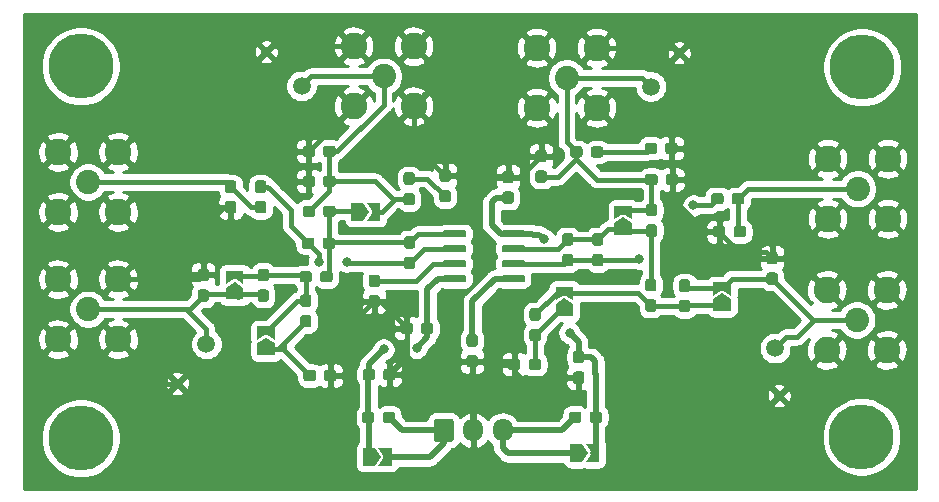
<source format=gbr>
G04 #@! TF.GenerationSoftware,KiCad,Pcbnew,(5.1.2)-2*
G04 #@! TF.CreationDate,2019-07-11T16:04:02+08:00*
G04 #@! TF.ProjectId,General Purpose Op Amp Eval-Board,47656e65-7261-46c2-9050-7572706f7365,rev?*
G04 #@! TF.SameCoordinates,Original*
G04 #@! TF.FileFunction,Copper,L1,Top*
G04 #@! TF.FilePolarity,Positive*
%FSLAX46Y46*%
G04 Gerber Fmt 4.6, Leading zero omitted, Abs format (unit mm)*
G04 Created by KiCad (PCBNEW (5.1.2)-2) date 2019-07-11 16:04:03*
%MOMM*%
%LPD*%
G04 APERTURE LIST*
%ADD10C,0.850000*%
%ADD11C,2.050000*%
%ADD12C,2.250000*%
%ADD13C,0.100000*%
%ADD14C,1.700000*%
%ADD15O,1.700000X1.950000*%
%ADD16C,5.500000*%
%ADD17C,1.500000*%
%ADD18C,0.300000*%
%ADD19C,0.950000*%
%ADD20C,0.600000*%
%ADD21C,0.800000*%
%ADD22C,0.400000*%
%ADD23C,0.508000*%
%ADD24C,0.254000*%
G04 APERTURE END LIST*
D10*
X151130000Y-90728800D03*
D11*
X166166800Y-113334800D03*
D12*
X168706800Y-115874800D03*
X168706800Y-110794800D03*
X163626800Y-110794800D03*
X163626800Y-115874800D03*
D13*
G36*
X131815504Y-121708204D02*
G01*
X131839773Y-121711804D01*
X131863571Y-121717765D01*
X131886671Y-121726030D01*
X131908849Y-121736520D01*
X131929893Y-121749133D01*
X131949598Y-121763747D01*
X131967777Y-121780223D01*
X131984253Y-121798402D01*
X131998867Y-121818107D01*
X132011480Y-121839151D01*
X132021970Y-121861329D01*
X132030235Y-121884429D01*
X132036196Y-121908227D01*
X132039796Y-121932496D01*
X132041000Y-121957000D01*
X132041000Y-123407000D01*
X132039796Y-123431504D01*
X132036196Y-123455773D01*
X132030235Y-123479571D01*
X132021970Y-123502671D01*
X132011480Y-123524849D01*
X131998867Y-123545893D01*
X131984253Y-123565598D01*
X131967777Y-123583777D01*
X131949598Y-123600253D01*
X131929893Y-123614867D01*
X131908849Y-123627480D01*
X131886671Y-123637970D01*
X131863571Y-123646235D01*
X131839773Y-123652196D01*
X131815504Y-123655796D01*
X131791000Y-123657000D01*
X130591000Y-123657000D01*
X130566496Y-123655796D01*
X130542227Y-123652196D01*
X130518429Y-123646235D01*
X130495329Y-123637970D01*
X130473151Y-123627480D01*
X130452107Y-123614867D01*
X130432402Y-123600253D01*
X130414223Y-123583777D01*
X130397747Y-123565598D01*
X130383133Y-123545893D01*
X130370520Y-123524849D01*
X130360030Y-123502671D01*
X130351765Y-123479571D01*
X130345804Y-123455773D01*
X130342204Y-123431504D01*
X130341000Y-123407000D01*
X130341000Y-121957000D01*
X130342204Y-121932496D01*
X130345804Y-121908227D01*
X130351765Y-121884429D01*
X130360030Y-121861329D01*
X130370520Y-121839151D01*
X130383133Y-121818107D01*
X130397747Y-121798402D01*
X130414223Y-121780223D01*
X130432402Y-121763747D01*
X130452107Y-121749133D01*
X130473151Y-121736520D01*
X130495329Y-121726030D01*
X130518429Y-121717765D01*
X130542227Y-121711804D01*
X130566496Y-121708204D01*
X130591000Y-121707000D01*
X131791000Y-121707000D01*
X131815504Y-121708204D01*
X131815504Y-121708204D01*
G37*
D14*
X131191000Y-122682000D03*
D15*
X133691000Y-122682000D03*
X136191000Y-122682000D03*
D16*
X100482400Y-123342400D03*
X166573200Y-123240800D03*
X166624000Y-91948000D03*
X100482400Y-91846400D03*
D10*
X159613600Y-119735600D03*
D17*
X159258000Y-115722400D03*
X148742400Y-93573600D03*
D10*
X116179600Y-90627200D03*
X108661200Y-118719600D03*
D17*
X119176800Y-93522800D03*
X111099600Y-115366800D03*
D18*
X146405600Y-105627000D03*
D13*
G36*
X146405600Y-104627000D02*
G01*
X147155600Y-105127000D01*
X147155600Y-106127000D01*
X145655600Y-106127000D01*
X145655600Y-105127000D01*
X146405600Y-104627000D01*
X146405600Y-104627000D01*
G37*
D18*
X146405600Y-104177000D03*
D13*
G36*
X147155600Y-103677000D02*
G01*
X147155600Y-104827000D01*
X146405600Y-104327000D01*
X145655600Y-104827000D01*
X145655600Y-103677000D01*
X147155600Y-103677000D01*
X147155600Y-103677000D01*
G37*
D18*
X141427200Y-112485000D03*
D13*
G36*
X141427200Y-111485000D02*
G01*
X142177200Y-111985000D01*
X142177200Y-112985000D01*
X140677200Y-112985000D01*
X140677200Y-111985000D01*
X141427200Y-111485000D01*
X141427200Y-111485000D01*
G37*
D18*
X141427200Y-111035000D03*
D13*
G36*
X142177200Y-110535000D02*
G01*
X142177200Y-111685000D01*
X141427200Y-111185000D01*
X140677200Y-111685000D01*
X140677200Y-110535000D01*
X142177200Y-110535000D01*
X142177200Y-110535000D01*
G37*
D18*
X154787600Y-112078600D03*
D13*
G36*
X154787600Y-111078600D02*
G01*
X155537600Y-111578600D01*
X155537600Y-112578600D01*
X154037600Y-112578600D01*
X154037600Y-111578600D01*
X154787600Y-111078600D01*
X154787600Y-111078600D01*
G37*
D18*
X154787600Y-110628600D03*
D13*
G36*
X155537600Y-110128600D02*
G01*
X155537600Y-111278600D01*
X154787600Y-110778600D01*
X154037600Y-111278600D01*
X154037600Y-110128600D01*
X155537600Y-110128600D01*
X155537600Y-110128600D01*
G37*
D18*
X123887400Y-104190800D03*
D13*
G36*
X124887400Y-104190800D02*
G01*
X124387400Y-104940800D01*
X123387400Y-104940800D01*
X123387400Y-103440800D01*
X124387400Y-103440800D01*
X124887400Y-104190800D01*
X124887400Y-104190800D01*
G37*
D18*
X125337400Y-104190800D03*
D13*
G36*
X125837400Y-104940800D02*
G01*
X124687400Y-104940800D01*
X125187400Y-104190800D01*
X124687400Y-103440800D01*
X125837400Y-103440800D01*
X125837400Y-104940800D01*
X125837400Y-104940800D01*
G37*
D18*
X113499900Y-111100700D03*
D13*
G36*
X113499900Y-110100700D02*
G01*
X114249900Y-110600700D01*
X114249900Y-111600700D01*
X112749900Y-111600700D01*
X112749900Y-110600700D01*
X113499900Y-110100700D01*
X113499900Y-110100700D01*
G37*
D18*
X113499900Y-109650700D03*
D13*
G36*
X114249900Y-109150700D02*
G01*
X114249900Y-110300700D01*
X113499900Y-109800700D01*
X112749900Y-110300700D01*
X112749900Y-109150700D01*
X114249900Y-109150700D01*
X114249900Y-109150700D01*
G37*
D18*
X116141500Y-115825100D03*
D13*
G36*
X116141500Y-114825100D02*
G01*
X116891500Y-115325100D01*
X116891500Y-116325100D01*
X115391500Y-116325100D01*
X115391500Y-115325100D01*
X116141500Y-114825100D01*
X116141500Y-114825100D01*
G37*
D18*
X116141500Y-114375100D03*
D13*
G36*
X116891500Y-113875100D02*
G01*
X116891500Y-115025100D01*
X116141500Y-114525100D01*
X115391500Y-115025100D01*
X115391500Y-113875100D01*
X116891500Y-113875100D01*
X116891500Y-113875100D01*
G37*
D18*
X142429400Y-124612400D03*
D13*
G36*
X143429400Y-124612400D02*
G01*
X142929400Y-125362400D01*
X141929400Y-125362400D01*
X141929400Y-123862400D01*
X142929400Y-123862400D01*
X143429400Y-124612400D01*
X143429400Y-124612400D01*
G37*
D18*
X143879400Y-124612400D03*
D13*
G36*
X144379400Y-125362400D02*
G01*
X143229400Y-125362400D01*
X143729400Y-124612400D01*
X143229400Y-123862400D01*
X144379400Y-123862400D01*
X144379400Y-125362400D01*
X144379400Y-125362400D01*
G37*
D18*
X124852600Y-124942600D03*
D13*
G36*
X125852600Y-124942600D02*
G01*
X125352600Y-125692600D01*
X124352600Y-125692600D01*
X124352600Y-124192600D01*
X125352600Y-124192600D01*
X125852600Y-124942600D01*
X125852600Y-124942600D01*
G37*
D18*
X126302600Y-124942600D03*
D13*
G36*
X126802600Y-125692600D02*
G01*
X125652600Y-125692600D01*
X126152600Y-124942600D01*
X125652600Y-124192600D01*
X126802600Y-124192600D01*
X126802600Y-125692600D01*
X126802600Y-125692600D01*
G37*
G36*
X133864779Y-114552144D02*
G01*
X133887834Y-114555563D01*
X133910443Y-114561227D01*
X133932387Y-114569079D01*
X133953457Y-114579044D01*
X133973448Y-114591026D01*
X133992168Y-114604910D01*
X134009438Y-114620562D01*
X134025090Y-114637832D01*
X134038974Y-114656552D01*
X134050956Y-114676543D01*
X134060921Y-114697613D01*
X134068773Y-114719557D01*
X134074437Y-114742166D01*
X134077856Y-114765221D01*
X134079000Y-114788500D01*
X134079000Y-115363500D01*
X134077856Y-115386779D01*
X134074437Y-115409834D01*
X134068773Y-115432443D01*
X134060921Y-115454387D01*
X134050956Y-115475457D01*
X134038974Y-115495448D01*
X134025090Y-115514168D01*
X134009438Y-115531438D01*
X133992168Y-115547090D01*
X133973448Y-115560974D01*
X133953457Y-115572956D01*
X133932387Y-115582921D01*
X133910443Y-115590773D01*
X133887834Y-115596437D01*
X133864779Y-115599856D01*
X133841500Y-115601000D01*
X133366500Y-115601000D01*
X133343221Y-115599856D01*
X133320166Y-115596437D01*
X133297557Y-115590773D01*
X133275613Y-115582921D01*
X133254543Y-115572956D01*
X133234552Y-115560974D01*
X133215832Y-115547090D01*
X133198562Y-115531438D01*
X133182910Y-115514168D01*
X133169026Y-115495448D01*
X133157044Y-115475457D01*
X133147079Y-115454387D01*
X133139227Y-115432443D01*
X133133563Y-115409834D01*
X133130144Y-115386779D01*
X133129000Y-115363500D01*
X133129000Y-114788500D01*
X133130144Y-114765221D01*
X133133563Y-114742166D01*
X133139227Y-114719557D01*
X133147079Y-114697613D01*
X133157044Y-114676543D01*
X133169026Y-114656552D01*
X133182910Y-114637832D01*
X133198562Y-114620562D01*
X133215832Y-114604910D01*
X133234552Y-114591026D01*
X133254543Y-114579044D01*
X133275613Y-114569079D01*
X133297557Y-114561227D01*
X133320166Y-114555563D01*
X133343221Y-114552144D01*
X133366500Y-114551000D01*
X133841500Y-114551000D01*
X133864779Y-114552144D01*
X133864779Y-114552144D01*
G37*
D19*
X133604000Y-115076000D03*
D13*
G36*
X133864779Y-116302144D02*
G01*
X133887834Y-116305563D01*
X133910443Y-116311227D01*
X133932387Y-116319079D01*
X133953457Y-116329044D01*
X133973448Y-116341026D01*
X133992168Y-116354910D01*
X134009438Y-116370562D01*
X134025090Y-116387832D01*
X134038974Y-116406552D01*
X134050956Y-116426543D01*
X134060921Y-116447613D01*
X134068773Y-116469557D01*
X134074437Y-116492166D01*
X134077856Y-116515221D01*
X134079000Y-116538500D01*
X134079000Y-117113500D01*
X134077856Y-117136779D01*
X134074437Y-117159834D01*
X134068773Y-117182443D01*
X134060921Y-117204387D01*
X134050956Y-117225457D01*
X134038974Y-117245448D01*
X134025090Y-117264168D01*
X134009438Y-117281438D01*
X133992168Y-117297090D01*
X133973448Y-117310974D01*
X133953457Y-117322956D01*
X133932387Y-117332921D01*
X133910443Y-117340773D01*
X133887834Y-117346437D01*
X133864779Y-117349856D01*
X133841500Y-117351000D01*
X133366500Y-117351000D01*
X133343221Y-117349856D01*
X133320166Y-117346437D01*
X133297557Y-117340773D01*
X133275613Y-117332921D01*
X133254543Y-117322956D01*
X133234552Y-117310974D01*
X133215832Y-117297090D01*
X133198562Y-117281438D01*
X133182910Y-117264168D01*
X133169026Y-117245448D01*
X133157044Y-117225457D01*
X133147079Y-117204387D01*
X133139227Y-117182443D01*
X133133563Y-117159834D01*
X133130144Y-117136779D01*
X133129000Y-117113500D01*
X133129000Y-116538500D01*
X133130144Y-116515221D01*
X133133563Y-116492166D01*
X133139227Y-116469557D01*
X133147079Y-116447613D01*
X133157044Y-116426543D01*
X133169026Y-116406552D01*
X133182910Y-116387832D01*
X133198562Y-116370562D01*
X133215832Y-116354910D01*
X133234552Y-116341026D01*
X133254543Y-116329044D01*
X133275613Y-116319079D01*
X133297557Y-116311227D01*
X133320166Y-116305563D01*
X133343221Y-116302144D01*
X133366500Y-116301000D01*
X133841500Y-116301000D01*
X133864779Y-116302144D01*
X133864779Y-116302144D01*
G37*
D19*
X133604000Y-116826000D03*
D13*
G36*
X125584379Y-109497544D02*
G01*
X125607434Y-109500963D01*
X125630043Y-109506627D01*
X125651987Y-109514479D01*
X125673057Y-109524444D01*
X125693048Y-109536426D01*
X125711768Y-109550310D01*
X125729038Y-109565962D01*
X125744690Y-109583232D01*
X125758574Y-109601952D01*
X125770556Y-109621943D01*
X125780521Y-109643013D01*
X125788373Y-109664957D01*
X125794037Y-109687566D01*
X125797456Y-109710621D01*
X125798600Y-109733900D01*
X125798600Y-110308900D01*
X125797456Y-110332179D01*
X125794037Y-110355234D01*
X125788373Y-110377843D01*
X125780521Y-110399787D01*
X125770556Y-110420857D01*
X125758574Y-110440848D01*
X125744690Y-110459568D01*
X125729038Y-110476838D01*
X125711768Y-110492490D01*
X125693048Y-110506374D01*
X125673057Y-110518356D01*
X125651987Y-110528321D01*
X125630043Y-110536173D01*
X125607434Y-110541837D01*
X125584379Y-110545256D01*
X125561100Y-110546400D01*
X125086100Y-110546400D01*
X125062821Y-110545256D01*
X125039766Y-110541837D01*
X125017157Y-110536173D01*
X124995213Y-110528321D01*
X124974143Y-110518356D01*
X124954152Y-110506374D01*
X124935432Y-110492490D01*
X124918162Y-110476838D01*
X124902510Y-110459568D01*
X124888626Y-110440848D01*
X124876644Y-110420857D01*
X124866679Y-110399787D01*
X124858827Y-110377843D01*
X124853163Y-110355234D01*
X124849744Y-110332179D01*
X124848600Y-110308900D01*
X124848600Y-109733900D01*
X124849744Y-109710621D01*
X124853163Y-109687566D01*
X124858827Y-109664957D01*
X124866679Y-109643013D01*
X124876644Y-109621943D01*
X124888626Y-109601952D01*
X124902510Y-109583232D01*
X124918162Y-109565962D01*
X124935432Y-109550310D01*
X124954152Y-109536426D01*
X124974143Y-109524444D01*
X124995213Y-109514479D01*
X125017157Y-109506627D01*
X125039766Y-109500963D01*
X125062821Y-109497544D01*
X125086100Y-109496400D01*
X125561100Y-109496400D01*
X125584379Y-109497544D01*
X125584379Y-109497544D01*
G37*
D19*
X125323600Y-110021400D03*
D13*
G36*
X125584379Y-111247544D02*
G01*
X125607434Y-111250963D01*
X125630043Y-111256627D01*
X125651987Y-111264479D01*
X125673057Y-111274444D01*
X125693048Y-111286426D01*
X125711768Y-111300310D01*
X125729038Y-111315962D01*
X125744690Y-111333232D01*
X125758574Y-111351952D01*
X125770556Y-111371943D01*
X125780521Y-111393013D01*
X125788373Y-111414957D01*
X125794037Y-111437566D01*
X125797456Y-111460621D01*
X125798600Y-111483900D01*
X125798600Y-112058900D01*
X125797456Y-112082179D01*
X125794037Y-112105234D01*
X125788373Y-112127843D01*
X125780521Y-112149787D01*
X125770556Y-112170857D01*
X125758574Y-112190848D01*
X125744690Y-112209568D01*
X125729038Y-112226838D01*
X125711768Y-112242490D01*
X125693048Y-112256374D01*
X125673057Y-112268356D01*
X125651987Y-112278321D01*
X125630043Y-112286173D01*
X125607434Y-112291837D01*
X125584379Y-112295256D01*
X125561100Y-112296400D01*
X125086100Y-112296400D01*
X125062821Y-112295256D01*
X125039766Y-112291837D01*
X125017157Y-112286173D01*
X124995213Y-112278321D01*
X124974143Y-112268356D01*
X124954152Y-112256374D01*
X124935432Y-112242490D01*
X124918162Y-112226838D01*
X124902510Y-112209568D01*
X124888626Y-112190848D01*
X124876644Y-112170857D01*
X124866679Y-112149787D01*
X124858827Y-112127843D01*
X124853163Y-112105234D01*
X124849744Y-112082179D01*
X124848600Y-112058900D01*
X124848600Y-111483900D01*
X124849744Y-111460621D01*
X124853163Y-111437566D01*
X124858827Y-111414957D01*
X124866679Y-111393013D01*
X124876644Y-111371943D01*
X124888626Y-111351952D01*
X124902510Y-111333232D01*
X124918162Y-111315962D01*
X124935432Y-111300310D01*
X124954152Y-111286426D01*
X124974143Y-111274444D01*
X124995213Y-111264479D01*
X125017157Y-111256627D01*
X125039766Y-111250963D01*
X125062821Y-111247544D01*
X125086100Y-111246400D01*
X125561100Y-111246400D01*
X125584379Y-111247544D01*
X125584379Y-111247544D01*
G37*
D19*
X125323600Y-111771400D03*
D13*
G36*
X149003179Y-109853144D02*
G01*
X149026234Y-109856563D01*
X149048843Y-109862227D01*
X149070787Y-109870079D01*
X149091857Y-109880044D01*
X149111848Y-109892026D01*
X149130568Y-109905910D01*
X149147838Y-109921562D01*
X149163490Y-109938832D01*
X149177374Y-109957552D01*
X149189356Y-109977543D01*
X149199321Y-109998613D01*
X149207173Y-110020557D01*
X149212837Y-110043166D01*
X149216256Y-110066221D01*
X149217400Y-110089500D01*
X149217400Y-110664500D01*
X149216256Y-110687779D01*
X149212837Y-110710834D01*
X149207173Y-110733443D01*
X149199321Y-110755387D01*
X149189356Y-110776457D01*
X149177374Y-110796448D01*
X149163490Y-110815168D01*
X149147838Y-110832438D01*
X149130568Y-110848090D01*
X149111848Y-110861974D01*
X149091857Y-110873956D01*
X149070787Y-110883921D01*
X149048843Y-110891773D01*
X149026234Y-110897437D01*
X149003179Y-110900856D01*
X148979900Y-110902000D01*
X148504900Y-110902000D01*
X148481621Y-110900856D01*
X148458566Y-110897437D01*
X148435957Y-110891773D01*
X148414013Y-110883921D01*
X148392943Y-110873956D01*
X148372952Y-110861974D01*
X148354232Y-110848090D01*
X148336962Y-110832438D01*
X148321310Y-110815168D01*
X148307426Y-110796448D01*
X148295444Y-110776457D01*
X148285479Y-110755387D01*
X148277627Y-110733443D01*
X148271963Y-110710834D01*
X148268544Y-110687779D01*
X148267400Y-110664500D01*
X148267400Y-110089500D01*
X148268544Y-110066221D01*
X148271963Y-110043166D01*
X148277627Y-110020557D01*
X148285479Y-109998613D01*
X148295444Y-109977543D01*
X148307426Y-109957552D01*
X148321310Y-109938832D01*
X148336962Y-109921562D01*
X148354232Y-109905910D01*
X148372952Y-109892026D01*
X148392943Y-109880044D01*
X148414013Y-109870079D01*
X148435957Y-109862227D01*
X148458566Y-109856563D01*
X148481621Y-109853144D01*
X148504900Y-109852000D01*
X148979900Y-109852000D01*
X149003179Y-109853144D01*
X149003179Y-109853144D01*
G37*
D19*
X148742400Y-110377000D03*
D13*
G36*
X149003179Y-111603144D02*
G01*
X149026234Y-111606563D01*
X149048843Y-111612227D01*
X149070787Y-111620079D01*
X149091857Y-111630044D01*
X149111848Y-111642026D01*
X149130568Y-111655910D01*
X149147838Y-111671562D01*
X149163490Y-111688832D01*
X149177374Y-111707552D01*
X149189356Y-111727543D01*
X149199321Y-111748613D01*
X149207173Y-111770557D01*
X149212837Y-111793166D01*
X149216256Y-111816221D01*
X149217400Y-111839500D01*
X149217400Y-112414500D01*
X149216256Y-112437779D01*
X149212837Y-112460834D01*
X149207173Y-112483443D01*
X149199321Y-112505387D01*
X149189356Y-112526457D01*
X149177374Y-112546448D01*
X149163490Y-112565168D01*
X149147838Y-112582438D01*
X149130568Y-112598090D01*
X149111848Y-112611974D01*
X149091857Y-112623956D01*
X149070787Y-112633921D01*
X149048843Y-112641773D01*
X149026234Y-112647437D01*
X149003179Y-112650856D01*
X148979900Y-112652000D01*
X148504900Y-112652000D01*
X148481621Y-112650856D01*
X148458566Y-112647437D01*
X148435957Y-112641773D01*
X148414013Y-112633921D01*
X148392943Y-112623956D01*
X148372952Y-112611974D01*
X148354232Y-112598090D01*
X148336962Y-112582438D01*
X148321310Y-112565168D01*
X148307426Y-112546448D01*
X148295444Y-112526457D01*
X148285479Y-112505387D01*
X148277627Y-112483443D01*
X148271963Y-112460834D01*
X148268544Y-112437779D01*
X148267400Y-112414500D01*
X148267400Y-111839500D01*
X148268544Y-111816221D01*
X148271963Y-111793166D01*
X148277627Y-111770557D01*
X148285479Y-111748613D01*
X148295444Y-111727543D01*
X148307426Y-111707552D01*
X148321310Y-111688832D01*
X148336962Y-111671562D01*
X148354232Y-111655910D01*
X148372952Y-111642026D01*
X148392943Y-111630044D01*
X148414013Y-111620079D01*
X148435957Y-111612227D01*
X148458566Y-111606563D01*
X148481621Y-111603144D01*
X148504900Y-111602000D01*
X148979900Y-111602000D01*
X149003179Y-111603144D01*
X149003179Y-111603144D01*
G37*
D19*
X148742400Y-112127000D03*
D13*
G36*
X128581579Y-107996344D02*
G01*
X128604634Y-107999763D01*
X128627243Y-108005427D01*
X128649187Y-108013279D01*
X128670257Y-108023244D01*
X128690248Y-108035226D01*
X128708968Y-108049110D01*
X128726238Y-108064762D01*
X128741890Y-108082032D01*
X128755774Y-108100752D01*
X128767756Y-108120743D01*
X128777721Y-108141813D01*
X128785573Y-108163757D01*
X128791237Y-108186366D01*
X128794656Y-108209421D01*
X128795800Y-108232700D01*
X128795800Y-108807700D01*
X128794656Y-108830979D01*
X128791237Y-108854034D01*
X128785573Y-108876643D01*
X128777721Y-108898587D01*
X128767756Y-108919657D01*
X128755774Y-108939648D01*
X128741890Y-108958368D01*
X128726238Y-108975638D01*
X128708968Y-108991290D01*
X128690248Y-109005174D01*
X128670257Y-109017156D01*
X128649187Y-109027121D01*
X128627243Y-109034973D01*
X128604634Y-109040637D01*
X128581579Y-109044056D01*
X128558300Y-109045200D01*
X128083300Y-109045200D01*
X128060021Y-109044056D01*
X128036966Y-109040637D01*
X128014357Y-109034973D01*
X127992413Y-109027121D01*
X127971343Y-109017156D01*
X127951352Y-109005174D01*
X127932632Y-108991290D01*
X127915362Y-108975638D01*
X127899710Y-108958368D01*
X127885826Y-108939648D01*
X127873844Y-108919657D01*
X127863879Y-108898587D01*
X127856027Y-108876643D01*
X127850363Y-108854034D01*
X127846944Y-108830979D01*
X127845800Y-108807700D01*
X127845800Y-108232700D01*
X127846944Y-108209421D01*
X127850363Y-108186366D01*
X127856027Y-108163757D01*
X127863879Y-108141813D01*
X127873844Y-108120743D01*
X127885826Y-108100752D01*
X127899710Y-108082032D01*
X127915362Y-108064762D01*
X127932632Y-108049110D01*
X127951352Y-108035226D01*
X127971343Y-108023244D01*
X127992413Y-108013279D01*
X128014357Y-108005427D01*
X128036966Y-107999763D01*
X128060021Y-107996344D01*
X128083300Y-107995200D01*
X128558300Y-107995200D01*
X128581579Y-107996344D01*
X128581579Y-107996344D01*
G37*
D19*
X128320800Y-108520200D03*
D13*
G36*
X128581579Y-106246344D02*
G01*
X128604634Y-106249763D01*
X128627243Y-106255427D01*
X128649187Y-106263279D01*
X128670257Y-106273244D01*
X128690248Y-106285226D01*
X128708968Y-106299110D01*
X128726238Y-106314762D01*
X128741890Y-106332032D01*
X128755774Y-106350752D01*
X128767756Y-106370743D01*
X128777721Y-106391813D01*
X128785573Y-106413757D01*
X128791237Y-106436366D01*
X128794656Y-106459421D01*
X128795800Y-106482700D01*
X128795800Y-107057700D01*
X128794656Y-107080979D01*
X128791237Y-107104034D01*
X128785573Y-107126643D01*
X128777721Y-107148587D01*
X128767756Y-107169657D01*
X128755774Y-107189648D01*
X128741890Y-107208368D01*
X128726238Y-107225638D01*
X128708968Y-107241290D01*
X128690248Y-107255174D01*
X128670257Y-107267156D01*
X128649187Y-107277121D01*
X128627243Y-107284973D01*
X128604634Y-107290637D01*
X128581579Y-107294056D01*
X128558300Y-107295200D01*
X128083300Y-107295200D01*
X128060021Y-107294056D01*
X128036966Y-107290637D01*
X128014357Y-107284973D01*
X127992413Y-107277121D01*
X127971343Y-107267156D01*
X127951352Y-107255174D01*
X127932632Y-107241290D01*
X127915362Y-107225638D01*
X127899710Y-107208368D01*
X127885826Y-107189648D01*
X127873844Y-107169657D01*
X127863879Y-107148587D01*
X127856027Y-107126643D01*
X127850363Y-107104034D01*
X127846944Y-107080979D01*
X127845800Y-107057700D01*
X127845800Y-106482700D01*
X127846944Y-106459421D01*
X127850363Y-106436366D01*
X127856027Y-106413757D01*
X127863879Y-106391813D01*
X127873844Y-106370743D01*
X127885826Y-106350752D01*
X127899710Y-106332032D01*
X127915362Y-106314762D01*
X127932632Y-106299110D01*
X127951352Y-106285226D01*
X127971343Y-106273244D01*
X127992413Y-106263279D01*
X128014357Y-106255427D01*
X128036966Y-106249763D01*
X128060021Y-106246344D01*
X128083300Y-106245200D01*
X128558300Y-106245200D01*
X128581579Y-106246344D01*
X128581579Y-106246344D01*
G37*
D19*
X128320800Y-106770200D03*
D13*
G36*
X121581779Y-109203344D02*
G01*
X121604834Y-109206763D01*
X121627443Y-109212427D01*
X121649387Y-109220279D01*
X121670457Y-109230244D01*
X121690448Y-109242226D01*
X121709168Y-109256110D01*
X121726438Y-109271762D01*
X121742090Y-109289032D01*
X121755974Y-109307752D01*
X121767956Y-109327743D01*
X121777921Y-109348813D01*
X121785773Y-109370757D01*
X121791437Y-109393366D01*
X121794856Y-109416421D01*
X121796000Y-109439700D01*
X121796000Y-109914700D01*
X121794856Y-109937979D01*
X121791437Y-109961034D01*
X121785773Y-109983643D01*
X121777921Y-110005587D01*
X121767956Y-110026657D01*
X121755974Y-110046648D01*
X121742090Y-110065368D01*
X121726438Y-110082638D01*
X121709168Y-110098290D01*
X121690448Y-110112174D01*
X121670457Y-110124156D01*
X121649387Y-110134121D01*
X121627443Y-110141973D01*
X121604834Y-110147637D01*
X121581779Y-110151056D01*
X121558500Y-110152200D01*
X120983500Y-110152200D01*
X120960221Y-110151056D01*
X120937166Y-110147637D01*
X120914557Y-110141973D01*
X120892613Y-110134121D01*
X120871543Y-110124156D01*
X120851552Y-110112174D01*
X120832832Y-110098290D01*
X120815562Y-110082638D01*
X120799910Y-110065368D01*
X120786026Y-110046648D01*
X120774044Y-110026657D01*
X120764079Y-110005587D01*
X120756227Y-109983643D01*
X120750563Y-109961034D01*
X120747144Y-109937979D01*
X120746000Y-109914700D01*
X120746000Y-109439700D01*
X120747144Y-109416421D01*
X120750563Y-109393366D01*
X120756227Y-109370757D01*
X120764079Y-109348813D01*
X120774044Y-109327743D01*
X120786026Y-109307752D01*
X120799910Y-109289032D01*
X120815562Y-109271762D01*
X120832832Y-109256110D01*
X120851552Y-109242226D01*
X120871543Y-109230244D01*
X120892613Y-109220279D01*
X120914557Y-109212427D01*
X120937166Y-109206763D01*
X120960221Y-109203344D01*
X120983500Y-109202200D01*
X121558500Y-109202200D01*
X121581779Y-109203344D01*
X121581779Y-109203344D01*
G37*
D19*
X121271000Y-109677200D03*
D13*
G36*
X119831779Y-109203344D02*
G01*
X119854834Y-109206763D01*
X119877443Y-109212427D01*
X119899387Y-109220279D01*
X119920457Y-109230244D01*
X119940448Y-109242226D01*
X119959168Y-109256110D01*
X119976438Y-109271762D01*
X119992090Y-109289032D01*
X120005974Y-109307752D01*
X120017956Y-109327743D01*
X120027921Y-109348813D01*
X120035773Y-109370757D01*
X120041437Y-109393366D01*
X120044856Y-109416421D01*
X120046000Y-109439700D01*
X120046000Y-109914700D01*
X120044856Y-109937979D01*
X120041437Y-109961034D01*
X120035773Y-109983643D01*
X120027921Y-110005587D01*
X120017956Y-110026657D01*
X120005974Y-110046648D01*
X119992090Y-110065368D01*
X119976438Y-110082638D01*
X119959168Y-110098290D01*
X119940448Y-110112174D01*
X119920457Y-110124156D01*
X119899387Y-110134121D01*
X119877443Y-110141973D01*
X119854834Y-110147637D01*
X119831779Y-110151056D01*
X119808500Y-110152200D01*
X119233500Y-110152200D01*
X119210221Y-110151056D01*
X119187166Y-110147637D01*
X119164557Y-110141973D01*
X119142613Y-110134121D01*
X119121543Y-110124156D01*
X119101552Y-110112174D01*
X119082832Y-110098290D01*
X119065562Y-110082638D01*
X119049910Y-110065368D01*
X119036026Y-110046648D01*
X119024044Y-110026657D01*
X119014079Y-110005587D01*
X119006227Y-109983643D01*
X119000563Y-109961034D01*
X118997144Y-109937979D01*
X118996000Y-109914700D01*
X118996000Y-109439700D01*
X118997144Y-109416421D01*
X119000563Y-109393366D01*
X119006227Y-109370757D01*
X119014079Y-109348813D01*
X119024044Y-109327743D01*
X119036026Y-109307752D01*
X119049910Y-109289032D01*
X119065562Y-109271762D01*
X119082832Y-109256110D01*
X119101552Y-109242226D01*
X119121543Y-109230244D01*
X119142613Y-109220279D01*
X119164557Y-109212427D01*
X119187166Y-109206763D01*
X119210221Y-109203344D01*
X119233500Y-109202200D01*
X119808500Y-109202200D01*
X119831779Y-109203344D01*
X119831779Y-109203344D01*
G37*
D19*
X119521000Y-109677200D03*
D13*
G36*
X141967379Y-107742344D02*
G01*
X141990434Y-107745763D01*
X142013043Y-107751427D01*
X142034987Y-107759279D01*
X142056057Y-107769244D01*
X142076048Y-107781226D01*
X142094768Y-107795110D01*
X142112038Y-107810762D01*
X142127690Y-107828032D01*
X142141574Y-107846752D01*
X142153556Y-107866743D01*
X142163521Y-107887813D01*
X142171373Y-107909757D01*
X142177037Y-107932366D01*
X142180456Y-107955421D01*
X142181600Y-107978700D01*
X142181600Y-108553700D01*
X142180456Y-108576979D01*
X142177037Y-108600034D01*
X142171373Y-108622643D01*
X142163521Y-108644587D01*
X142153556Y-108665657D01*
X142141574Y-108685648D01*
X142127690Y-108704368D01*
X142112038Y-108721638D01*
X142094768Y-108737290D01*
X142076048Y-108751174D01*
X142056057Y-108763156D01*
X142034987Y-108773121D01*
X142013043Y-108780973D01*
X141990434Y-108786637D01*
X141967379Y-108790056D01*
X141944100Y-108791200D01*
X141469100Y-108791200D01*
X141445821Y-108790056D01*
X141422766Y-108786637D01*
X141400157Y-108780973D01*
X141378213Y-108773121D01*
X141357143Y-108763156D01*
X141337152Y-108751174D01*
X141318432Y-108737290D01*
X141301162Y-108721638D01*
X141285510Y-108704368D01*
X141271626Y-108685648D01*
X141259644Y-108665657D01*
X141249679Y-108644587D01*
X141241827Y-108622643D01*
X141236163Y-108600034D01*
X141232744Y-108576979D01*
X141231600Y-108553700D01*
X141231600Y-107978700D01*
X141232744Y-107955421D01*
X141236163Y-107932366D01*
X141241827Y-107909757D01*
X141249679Y-107887813D01*
X141259644Y-107866743D01*
X141271626Y-107846752D01*
X141285510Y-107828032D01*
X141301162Y-107810762D01*
X141318432Y-107795110D01*
X141337152Y-107781226D01*
X141357143Y-107769244D01*
X141378213Y-107759279D01*
X141400157Y-107751427D01*
X141422766Y-107745763D01*
X141445821Y-107742344D01*
X141469100Y-107741200D01*
X141944100Y-107741200D01*
X141967379Y-107742344D01*
X141967379Y-107742344D01*
G37*
D19*
X141706600Y-108266200D03*
D13*
G36*
X141967379Y-105992344D02*
G01*
X141990434Y-105995763D01*
X142013043Y-106001427D01*
X142034987Y-106009279D01*
X142056057Y-106019244D01*
X142076048Y-106031226D01*
X142094768Y-106045110D01*
X142112038Y-106060762D01*
X142127690Y-106078032D01*
X142141574Y-106096752D01*
X142153556Y-106116743D01*
X142163521Y-106137813D01*
X142171373Y-106159757D01*
X142177037Y-106182366D01*
X142180456Y-106205421D01*
X142181600Y-106228700D01*
X142181600Y-106803700D01*
X142180456Y-106826979D01*
X142177037Y-106850034D01*
X142171373Y-106872643D01*
X142163521Y-106894587D01*
X142153556Y-106915657D01*
X142141574Y-106935648D01*
X142127690Y-106954368D01*
X142112038Y-106971638D01*
X142094768Y-106987290D01*
X142076048Y-107001174D01*
X142056057Y-107013156D01*
X142034987Y-107023121D01*
X142013043Y-107030973D01*
X141990434Y-107036637D01*
X141967379Y-107040056D01*
X141944100Y-107041200D01*
X141469100Y-107041200D01*
X141445821Y-107040056D01*
X141422766Y-107036637D01*
X141400157Y-107030973D01*
X141378213Y-107023121D01*
X141357143Y-107013156D01*
X141337152Y-107001174D01*
X141318432Y-106987290D01*
X141301162Y-106971638D01*
X141285510Y-106954368D01*
X141271626Y-106935648D01*
X141259644Y-106915657D01*
X141249679Y-106894587D01*
X141241827Y-106872643D01*
X141236163Y-106850034D01*
X141232744Y-106826979D01*
X141231600Y-106803700D01*
X141231600Y-106228700D01*
X141232744Y-106205421D01*
X141236163Y-106182366D01*
X141241827Y-106159757D01*
X141249679Y-106137813D01*
X141259644Y-106116743D01*
X141271626Y-106096752D01*
X141285510Y-106078032D01*
X141301162Y-106060762D01*
X141318432Y-106045110D01*
X141337152Y-106031226D01*
X141357143Y-106019244D01*
X141378213Y-106009279D01*
X141400157Y-106001427D01*
X141422766Y-105995763D01*
X141445821Y-105992344D01*
X141469100Y-105991200D01*
X141944100Y-105991200D01*
X141967379Y-105992344D01*
X141967379Y-105992344D01*
G37*
D19*
X141706600Y-106516200D03*
D13*
G36*
X131578779Y-102332144D02*
G01*
X131601834Y-102335563D01*
X131624443Y-102341227D01*
X131646387Y-102349079D01*
X131667457Y-102359044D01*
X131687448Y-102371026D01*
X131706168Y-102384910D01*
X131723438Y-102400562D01*
X131739090Y-102417832D01*
X131752974Y-102436552D01*
X131764956Y-102456543D01*
X131774921Y-102477613D01*
X131782773Y-102499557D01*
X131788437Y-102522166D01*
X131791856Y-102545221D01*
X131793000Y-102568500D01*
X131793000Y-103143500D01*
X131791856Y-103166779D01*
X131788437Y-103189834D01*
X131782773Y-103212443D01*
X131774921Y-103234387D01*
X131764956Y-103255457D01*
X131752974Y-103275448D01*
X131739090Y-103294168D01*
X131723438Y-103311438D01*
X131706168Y-103327090D01*
X131687448Y-103340974D01*
X131667457Y-103352956D01*
X131646387Y-103362921D01*
X131624443Y-103370773D01*
X131601834Y-103376437D01*
X131578779Y-103379856D01*
X131555500Y-103381000D01*
X131080500Y-103381000D01*
X131057221Y-103379856D01*
X131034166Y-103376437D01*
X131011557Y-103370773D01*
X130989613Y-103362921D01*
X130968543Y-103352956D01*
X130948552Y-103340974D01*
X130929832Y-103327090D01*
X130912562Y-103311438D01*
X130896910Y-103294168D01*
X130883026Y-103275448D01*
X130871044Y-103255457D01*
X130861079Y-103234387D01*
X130853227Y-103212443D01*
X130847563Y-103189834D01*
X130844144Y-103166779D01*
X130843000Y-103143500D01*
X130843000Y-102568500D01*
X130844144Y-102545221D01*
X130847563Y-102522166D01*
X130853227Y-102499557D01*
X130861079Y-102477613D01*
X130871044Y-102456543D01*
X130883026Y-102436552D01*
X130896910Y-102417832D01*
X130912562Y-102400562D01*
X130929832Y-102384910D01*
X130948552Y-102371026D01*
X130968543Y-102359044D01*
X130989613Y-102349079D01*
X131011557Y-102341227D01*
X131034166Y-102335563D01*
X131057221Y-102332144D01*
X131080500Y-102331000D01*
X131555500Y-102331000D01*
X131578779Y-102332144D01*
X131578779Y-102332144D01*
G37*
D19*
X131318000Y-102856000D03*
D13*
G36*
X131578779Y-100582144D02*
G01*
X131601834Y-100585563D01*
X131624443Y-100591227D01*
X131646387Y-100599079D01*
X131667457Y-100609044D01*
X131687448Y-100621026D01*
X131706168Y-100634910D01*
X131723438Y-100650562D01*
X131739090Y-100667832D01*
X131752974Y-100686552D01*
X131764956Y-100706543D01*
X131774921Y-100727613D01*
X131782773Y-100749557D01*
X131788437Y-100772166D01*
X131791856Y-100795221D01*
X131793000Y-100818500D01*
X131793000Y-101393500D01*
X131791856Y-101416779D01*
X131788437Y-101439834D01*
X131782773Y-101462443D01*
X131774921Y-101484387D01*
X131764956Y-101505457D01*
X131752974Y-101525448D01*
X131739090Y-101544168D01*
X131723438Y-101561438D01*
X131706168Y-101577090D01*
X131687448Y-101590974D01*
X131667457Y-101602956D01*
X131646387Y-101612921D01*
X131624443Y-101620773D01*
X131601834Y-101626437D01*
X131578779Y-101629856D01*
X131555500Y-101631000D01*
X131080500Y-101631000D01*
X131057221Y-101629856D01*
X131034166Y-101626437D01*
X131011557Y-101620773D01*
X130989613Y-101612921D01*
X130968543Y-101602956D01*
X130948552Y-101590974D01*
X130929832Y-101577090D01*
X130912562Y-101561438D01*
X130896910Y-101544168D01*
X130883026Y-101525448D01*
X130871044Y-101505457D01*
X130861079Y-101484387D01*
X130853227Y-101462443D01*
X130847563Y-101439834D01*
X130844144Y-101416779D01*
X130843000Y-101393500D01*
X130843000Y-100818500D01*
X130844144Y-100795221D01*
X130847563Y-100772166D01*
X130853227Y-100749557D01*
X130861079Y-100727613D01*
X130871044Y-100706543D01*
X130883026Y-100686552D01*
X130896910Y-100667832D01*
X130912562Y-100650562D01*
X130929832Y-100634910D01*
X130948552Y-100621026D01*
X130968543Y-100609044D01*
X130989613Y-100599079D01*
X131011557Y-100591227D01*
X131034166Y-100585563D01*
X131057221Y-100582144D01*
X131080500Y-100581000D01*
X131555500Y-100581000D01*
X131578779Y-100582144D01*
X131578779Y-100582144D01*
G37*
D19*
X131318000Y-101106000D03*
D13*
G36*
X149041779Y-98332144D02*
G01*
X149064834Y-98335563D01*
X149087443Y-98341227D01*
X149109387Y-98349079D01*
X149130457Y-98359044D01*
X149150448Y-98371026D01*
X149169168Y-98384910D01*
X149186438Y-98400562D01*
X149202090Y-98417832D01*
X149215974Y-98436552D01*
X149227956Y-98456543D01*
X149237921Y-98477613D01*
X149245773Y-98499557D01*
X149251437Y-98522166D01*
X149254856Y-98545221D01*
X149256000Y-98568500D01*
X149256000Y-99043500D01*
X149254856Y-99066779D01*
X149251437Y-99089834D01*
X149245773Y-99112443D01*
X149237921Y-99134387D01*
X149227956Y-99155457D01*
X149215974Y-99175448D01*
X149202090Y-99194168D01*
X149186438Y-99211438D01*
X149169168Y-99227090D01*
X149150448Y-99240974D01*
X149130457Y-99252956D01*
X149109387Y-99262921D01*
X149087443Y-99270773D01*
X149064834Y-99276437D01*
X149041779Y-99279856D01*
X149018500Y-99281000D01*
X148443500Y-99281000D01*
X148420221Y-99279856D01*
X148397166Y-99276437D01*
X148374557Y-99270773D01*
X148352613Y-99262921D01*
X148331543Y-99252956D01*
X148311552Y-99240974D01*
X148292832Y-99227090D01*
X148275562Y-99211438D01*
X148259910Y-99194168D01*
X148246026Y-99175448D01*
X148234044Y-99155457D01*
X148224079Y-99134387D01*
X148216227Y-99112443D01*
X148210563Y-99089834D01*
X148207144Y-99066779D01*
X148206000Y-99043500D01*
X148206000Y-98568500D01*
X148207144Y-98545221D01*
X148210563Y-98522166D01*
X148216227Y-98499557D01*
X148224079Y-98477613D01*
X148234044Y-98456543D01*
X148246026Y-98436552D01*
X148259910Y-98417832D01*
X148275562Y-98400562D01*
X148292832Y-98384910D01*
X148311552Y-98371026D01*
X148331543Y-98359044D01*
X148352613Y-98349079D01*
X148374557Y-98341227D01*
X148397166Y-98335563D01*
X148420221Y-98332144D01*
X148443500Y-98331000D01*
X149018500Y-98331000D01*
X149041779Y-98332144D01*
X149041779Y-98332144D01*
G37*
D19*
X148731000Y-98806000D03*
D13*
G36*
X150791779Y-98332144D02*
G01*
X150814834Y-98335563D01*
X150837443Y-98341227D01*
X150859387Y-98349079D01*
X150880457Y-98359044D01*
X150900448Y-98371026D01*
X150919168Y-98384910D01*
X150936438Y-98400562D01*
X150952090Y-98417832D01*
X150965974Y-98436552D01*
X150977956Y-98456543D01*
X150987921Y-98477613D01*
X150995773Y-98499557D01*
X151001437Y-98522166D01*
X151004856Y-98545221D01*
X151006000Y-98568500D01*
X151006000Y-99043500D01*
X151004856Y-99066779D01*
X151001437Y-99089834D01*
X150995773Y-99112443D01*
X150987921Y-99134387D01*
X150977956Y-99155457D01*
X150965974Y-99175448D01*
X150952090Y-99194168D01*
X150936438Y-99211438D01*
X150919168Y-99227090D01*
X150900448Y-99240974D01*
X150880457Y-99252956D01*
X150859387Y-99262921D01*
X150837443Y-99270773D01*
X150814834Y-99276437D01*
X150791779Y-99279856D01*
X150768500Y-99281000D01*
X150193500Y-99281000D01*
X150170221Y-99279856D01*
X150147166Y-99276437D01*
X150124557Y-99270773D01*
X150102613Y-99262921D01*
X150081543Y-99252956D01*
X150061552Y-99240974D01*
X150042832Y-99227090D01*
X150025562Y-99211438D01*
X150009910Y-99194168D01*
X149996026Y-99175448D01*
X149984044Y-99155457D01*
X149974079Y-99134387D01*
X149966227Y-99112443D01*
X149960563Y-99089834D01*
X149957144Y-99066779D01*
X149956000Y-99043500D01*
X149956000Y-98568500D01*
X149957144Y-98545221D01*
X149960563Y-98522166D01*
X149966227Y-98499557D01*
X149974079Y-98477613D01*
X149984044Y-98456543D01*
X149996026Y-98436552D01*
X150009910Y-98417832D01*
X150025562Y-98400562D01*
X150042832Y-98384910D01*
X150061552Y-98371026D01*
X150081543Y-98359044D01*
X150102613Y-98349079D01*
X150124557Y-98341227D01*
X150147166Y-98335563D01*
X150170221Y-98332144D01*
X150193500Y-98331000D01*
X150768500Y-98331000D01*
X150791779Y-98332144D01*
X150791779Y-98332144D01*
G37*
D19*
X150481000Y-98806000D03*
D13*
G36*
X120085779Y-101126144D02*
G01*
X120108834Y-101129563D01*
X120131443Y-101135227D01*
X120153387Y-101143079D01*
X120174457Y-101153044D01*
X120194448Y-101165026D01*
X120213168Y-101178910D01*
X120230438Y-101194562D01*
X120246090Y-101211832D01*
X120259974Y-101230552D01*
X120271956Y-101250543D01*
X120281921Y-101271613D01*
X120289773Y-101293557D01*
X120295437Y-101316166D01*
X120298856Y-101339221D01*
X120300000Y-101362500D01*
X120300000Y-101837500D01*
X120298856Y-101860779D01*
X120295437Y-101883834D01*
X120289773Y-101906443D01*
X120281921Y-101928387D01*
X120271956Y-101949457D01*
X120259974Y-101969448D01*
X120246090Y-101988168D01*
X120230438Y-102005438D01*
X120213168Y-102021090D01*
X120194448Y-102034974D01*
X120174457Y-102046956D01*
X120153387Y-102056921D01*
X120131443Y-102064773D01*
X120108834Y-102070437D01*
X120085779Y-102073856D01*
X120062500Y-102075000D01*
X119487500Y-102075000D01*
X119464221Y-102073856D01*
X119441166Y-102070437D01*
X119418557Y-102064773D01*
X119396613Y-102056921D01*
X119375543Y-102046956D01*
X119355552Y-102034974D01*
X119336832Y-102021090D01*
X119319562Y-102005438D01*
X119303910Y-101988168D01*
X119290026Y-101969448D01*
X119278044Y-101949457D01*
X119268079Y-101928387D01*
X119260227Y-101906443D01*
X119254563Y-101883834D01*
X119251144Y-101860779D01*
X119250000Y-101837500D01*
X119250000Y-101362500D01*
X119251144Y-101339221D01*
X119254563Y-101316166D01*
X119260227Y-101293557D01*
X119268079Y-101271613D01*
X119278044Y-101250543D01*
X119290026Y-101230552D01*
X119303910Y-101211832D01*
X119319562Y-101194562D01*
X119336832Y-101178910D01*
X119355552Y-101165026D01*
X119375543Y-101153044D01*
X119396613Y-101143079D01*
X119418557Y-101135227D01*
X119441166Y-101129563D01*
X119464221Y-101126144D01*
X119487500Y-101125000D01*
X120062500Y-101125000D01*
X120085779Y-101126144D01*
X120085779Y-101126144D01*
G37*
D19*
X119775000Y-101600000D03*
D13*
G36*
X121835779Y-101126144D02*
G01*
X121858834Y-101129563D01*
X121881443Y-101135227D01*
X121903387Y-101143079D01*
X121924457Y-101153044D01*
X121944448Y-101165026D01*
X121963168Y-101178910D01*
X121980438Y-101194562D01*
X121996090Y-101211832D01*
X122009974Y-101230552D01*
X122021956Y-101250543D01*
X122031921Y-101271613D01*
X122039773Y-101293557D01*
X122045437Y-101316166D01*
X122048856Y-101339221D01*
X122050000Y-101362500D01*
X122050000Y-101837500D01*
X122048856Y-101860779D01*
X122045437Y-101883834D01*
X122039773Y-101906443D01*
X122031921Y-101928387D01*
X122021956Y-101949457D01*
X122009974Y-101969448D01*
X121996090Y-101988168D01*
X121980438Y-102005438D01*
X121963168Y-102021090D01*
X121944448Y-102034974D01*
X121924457Y-102046956D01*
X121903387Y-102056921D01*
X121881443Y-102064773D01*
X121858834Y-102070437D01*
X121835779Y-102073856D01*
X121812500Y-102075000D01*
X121237500Y-102075000D01*
X121214221Y-102073856D01*
X121191166Y-102070437D01*
X121168557Y-102064773D01*
X121146613Y-102056921D01*
X121125543Y-102046956D01*
X121105552Y-102034974D01*
X121086832Y-102021090D01*
X121069562Y-102005438D01*
X121053910Y-101988168D01*
X121040026Y-101969448D01*
X121028044Y-101949457D01*
X121018079Y-101928387D01*
X121010227Y-101906443D01*
X121004563Y-101883834D01*
X121001144Y-101860779D01*
X121000000Y-101837500D01*
X121000000Y-101362500D01*
X121001144Y-101339221D01*
X121004563Y-101316166D01*
X121010227Y-101293557D01*
X121018079Y-101271613D01*
X121028044Y-101250543D01*
X121040026Y-101230552D01*
X121053910Y-101211832D01*
X121069562Y-101194562D01*
X121086832Y-101178910D01*
X121105552Y-101165026D01*
X121125543Y-101153044D01*
X121146613Y-101143079D01*
X121168557Y-101135227D01*
X121191166Y-101129563D01*
X121214221Y-101126144D01*
X121237500Y-101125000D01*
X121812500Y-101125000D01*
X121835779Y-101126144D01*
X121835779Y-101126144D01*
G37*
D19*
X121525000Y-101600000D03*
D13*
G36*
X149092579Y-100973744D02*
G01*
X149115634Y-100977163D01*
X149138243Y-100982827D01*
X149160187Y-100990679D01*
X149181257Y-101000644D01*
X149201248Y-101012626D01*
X149219968Y-101026510D01*
X149237238Y-101042162D01*
X149252890Y-101059432D01*
X149266774Y-101078152D01*
X149278756Y-101098143D01*
X149288721Y-101119213D01*
X149296573Y-101141157D01*
X149302237Y-101163766D01*
X149305656Y-101186821D01*
X149306800Y-101210100D01*
X149306800Y-101685100D01*
X149305656Y-101708379D01*
X149302237Y-101731434D01*
X149296573Y-101754043D01*
X149288721Y-101775987D01*
X149278756Y-101797057D01*
X149266774Y-101817048D01*
X149252890Y-101835768D01*
X149237238Y-101853038D01*
X149219968Y-101868690D01*
X149201248Y-101882574D01*
X149181257Y-101894556D01*
X149160187Y-101904521D01*
X149138243Y-101912373D01*
X149115634Y-101918037D01*
X149092579Y-101921456D01*
X149069300Y-101922600D01*
X148494300Y-101922600D01*
X148471021Y-101921456D01*
X148447966Y-101918037D01*
X148425357Y-101912373D01*
X148403413Y-101904521D01*
X148382343Y-101894556D01*
X148362352Y-101882574D01*
X148343632Y-101868690D01*
X148326362Y-101853038D01*
X148310710Y-101835768D01*
X148296826Y-101817048D01*
X148284844Y-101797057D01*
X148274879Y-101775987D01*
X148267027Y-101754043D01*
X148261363Y-101731434D01*
X148257944Y-101708379D01*
X148256800Y-101685100D01*
X148256800Y-101210100D01*
X148257944Y-101186821D01*
X148261363Y-101163766D01*
X148267027Y-101141157D01*
X148274879Y-101119213D01*
X148284844Y-101098143D01*
X148296826Y-101078152D01*
X148310710Y-101059432D01*
X148326362Y-101042162D01*
X148343632Y-101026510D01*
X148362352Y-101012626D01*
X148382343Y-101000644D01*
X148403413Y-100990679D01*
X148425357Y-100982827D01*
X148447966Y-100977163D01*
X148471021Y-100973744D01*
X148494300Y-100972600D01*
X149069300Y-100972600D01*
X149092579Y-100973744D01*
X149092579Y-100973744D01*
G37*
D19*
X148781800Y-101447600D03*
D13*
G36*
X150842579Y-100973744D02*
G01*
X150865634Y-100977163D01*
X150888243Y-100982827D01*
X150910187Y-100990679D01*
X150931257Y-101000644D01*
X150951248Y-101012626D01*
X150969968Y-101026510D01*
X150987238Y-101042162D01*
X151002890Y-101059432D01*
X151016774Y-101078152D01*
X151028756Y-101098143D01*
X151038721Y-101119213D01*
X151046573Y-101141157D01*
X151052237Y-101163766D01*
X151055656Y-101186821D01*
X151056800Y-101210100D01*
X151056800Y-101685100D01*
X151055656Y-101708379D01*
X151052237Y-101731434D01*
X151046573Y-101754043D01*
X151038721Y-101775987D01*
X151028756Y-101797057D01*
X151016774Y-101817048D01*
X151002890Y-101835768D01*
X150987238Y-101853038D01*
X150969968Y-101868690D01*
X150951248Y-101882574D01*
X150931257Y-101894556D01*
X150910187Y-101904521D01*
X150888243Y-101912373D01*
X150865634Y-101918037D01*
X150842579Y-101921456D01*
X150819300Y-101922600D01*
X150244300Y-101922600D01*
X150221021Y-101921456D01*
X150197966Y-101918037D01*
X150175357Y-101912373D01*
X150153413Y-101904521D01*
X150132343Y-101894556D01*
X150112352Y-101882574D01*
X150093632Y-101868690D01*
X150076362Y-101853038D01*
X150060710Y-101835768D01*
X150046826Y-101817048D01*
X150034844Y-101797057D01*
X150024879Y-101775987D01*
X150017027Y-101754043D01*
X150011363Y-101731434D01*
X150007944Y-101708379D01*
X150006800Y-101685100D01*
X150006800Y-101210100D01*
X150007944Y-101186821D01*
X150011363Y-101163766D01*
X150017027Y-101141157D01*
X150024879Y-101119213D01*
X150034844Y-101098143D01*
X150046826Y-101078152D01*
X150060710Y-101059432D01*
X150076362Y-101042162D01*
X150093632Y-101026510D01*
X150112352Y-101012626D01*
X150132343Y-101000644D01*
X150153413Y-100990679D01*
X150175357Y-100982827D01*
X150197966Y-100977163D01*
X150221021Y-100973744D01*
X150244300Y-100972600D01*
X150819300Y-100972600D01*
X150842579Y-100973744D01*
X150842579Y-100973744D01*
G37*
D19*
X150531800Y-101447600D03*
D13*
G36*
X128366179Y-113572144D02*
G01*
X128389234Y-113575563D01*
X128411843Y-113581227D01*
X128433787Y-113589079D01*
X128454857Y-113599044D01*
X128474848Y-113611026D01*
X128493568Y-113624910D01*
X128510838Y-113640562D01*
X128526490Y-113657832D01*
X128540374Y-113676552D01*
X128552356Y-113696543D01*
X128562321Y-113717613D01*
X128570173Y-113739557D01*
X128575837Y-113762166D01*
X128579256Y-113785221D01*
X128580400Y-113808500D01*
X128580400Y-114283500D01*
X128579256Y-114306779D01*
X128575837Y-114329834D01*
X128570173Y-114352443D01*
X128562321Y-114374387D01*
X128552356Y-114395457D01*
X128540374Y-114415448D01*
X128526490Y-114434168D01*
X128510838Y-114451438D01*
X128493568Y-114467090D01*
X128474848Y-114480974D01*
X128454857Y-114492956D01*
X128433787Y-114502921D01*
X128411843Y-114510773D01*
X128389234Y-114516437D01*
X128366179Y-114519856D01*
X128342900Y-114521000D01*
X127767900Y-114521000D01*
X127744621Y-114519856D01*
X127721566Y-114516437D01*
X127698957Y-114510773D01*
X127677013Y-114502921D01*
X127655943Y-114492956D01*
X127635952Y-114480974D01*
X127617232Y-114467090D01*
X127599962Y-114451438D01*
X127584310Y-114434168D01*
X127570426Y-114415448D01*
X127558444Y-114395457D01*
X127548479Y-114374387D01*
X127540627Y-114352443D01*
X127534963Y-114329834D01*
X127531544Y-114306779D01*
X127530400Y-114283500D01*
X127530400Y-113808500D01*
X127531544Y-113785221D01*
X127534963Y-113762166D01*
X127540627Y-113739557D01*
X127548479Y-113717613D01*
X127558444Y-113696543D01*
X127570426Y-113676552D01*
X127584310Y-113657832D01*
X127599962Y-113640562D01*
X127617232Y-113624910D01*
X127635952Y-113611026D01*
X127655943Y-113599044D01*
X127677013Y-113589079D01*
X127698957Y-113581227D01*
X127721566Y-113575563D01*
X127744621Y-113572144D01*
X127767900Y-113571000D01*
X128342900Y-113571000D01*
X128366179Y-113572144D01*
X128366179Y-113572144D01*
G37*
D19*
X128055400Y-114046000D03*
D13*
G36*
X130116179Y-113572144D02*
G01*
X130139234Y-113575563D01*
X130161843Y-113581227D01*
X130183787Y-113589079D01*
X130204857Y-113599044D01*
X130224848Y-113611026D01*
X130243568Y-113624910D01*
X130260838Y-113640562D01*
X130276490Y-113657832D01*
X130290374Y-113676552D01*
X130302356Y-113696543D01*
X130312321Y-113717613D01*
X130320173Y-113739557D01*
X130325837Y-113762166D01*
X130329256Y-113785221D01*
X130330400Y-113808500D01*
X130330400Y-114283500D01*
X130329256Y-114306779D01*
X130325837Y-114329834D01*
X130320173Y-114352443D01*
X130312321Y-114374387D01*
X130302356Y-114395457D01*
X130290374Y-114415448D01*
X130276490Y-114434168D01*
X130260838Y-114451438D01*
X130243568Y-114467090D01*
X130224848Y-114480974D01*
X130204857Y-114492956D01*
X130183787Y-114502921D01*
X130161843Y-114510773D01*
X130139234Y-114516437D01*
X130116179Y-114519856D01*
X130092900Y-114521000D01*
X129517900Y-114521000D01*
X129494621Y-114519856D01*
X129471566Y-114516437D01*
X129448957Y-114510773D01*
X129427013Y-114502921D01*
X129405943Y-114492956D01*
X129385952Y-114480974D01*
X129367232Y-114467090D01*
X129349962Y-114451438D01*
X129334310Y-114434168D01*
X129320426Y-114415448D01*
X129308444Y-114395457D01*
X129298479Y-114374387D01*
X129290627Y-114352443D01*
X129284963Y-114329834D01*
X129281544Y-114306779D01*
X129280400Y-114283500D01*
X129280400Y-113808500D01*
X129281544Y-113785221D01*
X129284963Y-113762166D01*
X129290627Y-113739557D01*
X129298479Y-113717613D01*
X129308444Y-113696543D01*
X129320426Y-113676552D01*
X129334310Y-113657832D01*
X129349962Y-113640562D01*
X129367232Y-113624910D01*
X129385952Y-113611026D01*
X129405943Y-113599044D01*
X129427013Y-113589079D01*
X129448957Y-113581227D01*
X129471566Y-113575563D01*
X129494621Y-113572144D01*
X129517900Y-113571000D01*
X130092900Y-113571000D01*
X130116179Y-113572144D01*
X130116179Y-113572144D01*
G37*
D19*
X129805400Y-114046000D03*
D13*
G36*
X126915779Y-117483744D02*
G01*
X126938834Y-117487163D01*
X126961443Y-117492827D01*
X126983387Y-117500679D01*
X127004457Y-117510644D01*
X127024448Y-117522626D01*
X127043168Y-117536510D01*
X127060438Y-117552162D01*
X127076090Y-117569432D01*
X127089974Y-117588152D01*
X127101956Y-117608143D01*
X127111921Y-117629213D01*
X127119773Y-117651157D01*
X127125437Y-117673766D01*
X127128856Y-117696821D01*
X127130000Y-117720100D01*
X127130000Y-118195100D01*
X127128856Y-118218379D01*
X127125437Y-118241434D01*
X127119773Y-118264043D01*
X127111921Y-118285987D01*
X127101956Y-118307057D01*
X127089974Y-118327048D01*
X127076090Y-118345768D01*
X127060438Y-118363038D01*
X127043168Y-118378690D01*
X127024448Y-118392574D01*
X127004457Y-118404556D01*
X126983387Y-118414521D01*
X126961443Y-118422373D01*
X126938834Y-118428037D01*
X126915779Y-118431456D01*
X126892500Y-118432600D01*
X126317500Y-118432600D01*
X126294221Y-118431456D01*
X126271166Y-118428037D01*
X126248557Y-118422373D01*
X126226613Y-118414521D01*
X126205543Y-118404556D01*
X126185552Y-118392574D01*
X126166832Y-118378690D01*
X126149562Y-118363038D01*
X126133910Y-118345768D01*
X126120026Y-118327048D01*
X126108044Y-118307057D01*
X126098079Y-118285987D01*
X126090227Y-118264043D01*
X126084563Y-118241434D01*
X126081144Y-118218379D01*
X126080000Y-118195100D01*
X126080000Y-117720100D01*
X126081144Y-117696821D01*
X126084563Y-117673766D01*
X126090227Y-117651157D01*
X126098079Y-117629213D01*
X126108044Y-117608143D01*
X126120026Y-117588152D01*
X126133910Y-117569432D01*
X126149562Y-117552162D01*
X126166832Y-117536510D01*
X126185552Y-117522626D01*
X126205543Y-117510644D01*
X126226613Y-117500679D01*
X126248557Y-117492827D01*
X126271166Y-117487163D01*
X126294221Y-117483744D01*
X126317500Y-117482600D01*
X126892500Y-117482600D01*
X126915779Y-117483744D01*
X126915779Y-117483744D01*
G37*
D19*
X126605000Y-117957600D03*
D13*
G36*
X125165779Y-117483744D02*
G01*
X125188834Y-117487163D01*
X125211443Y-117492827D01*
X125233387Y-117500679D01*
X125254457Y-117510644D01*
X125274448Y-117522626D01*
X125293168Y-117536510D01*
X125310438Y-117552162D01*
X125326090Y-117569432D01*
X125339974Y-117588152D01*
X125351956Y-117608143D01*
X125361921Y-117629213D01*
X125369773Y-117651157D01*
X125375437Y-117673766D01*
X125378856Y-117696821D01*
X125380000Y-117720100D01*
X125380000Y-118195100D01*
X125378856Y-118218379D01*
X125375437Y-118241434D01*
X125369773Y-118264043D01*
X125361921Y-118285987D01*
X125351956Y-118307057D01*
X125339974Y-118327048D01*
X125326090Y-118345768D01*
X125310438Y-118363038D01*
X125293168Y-118378690D01*
X125274448Y-118392574D01*
X125254457Y-118404556D01*
X125233387Y-118414521D01*
X125211443Y-118422373D01*
X125188834Y-118428037D01*
X125165779Y-118431456D01*
X125142500Y-118432600D01*
X124567500Y-118432600D01*
X124544221Y-118431456D01*
X124521166Y-118428037D01*
X124498557Y-118422373D01*
X124476613Y-118414521D01*
X124455543Y-118404556D01*
X124435552Y-118392574D01*
X124416832Y-118378690D01*
X124399562Y-118363038D01*
X124383910Y-118345768D01*
X124370026Y-118327048D01*
X124358044Y-118307057D01*
X124348079Y-118285987D01*
X124340227Y-118264043D01*
X124334563Y-118241434D01*
X124331144Y-118218379D01*
X124330000Y-118195100D01*
X124330000Y-117720100D01*
X124331144Y-117696821D01*
X124334563Y-117673766D01*
X124340227Y-117651157D01*
X124348079Y-117629213D01*
X124358044Y-117608143D01*
X124370026Y-117588152D01*
X124383910Y-117569432D01*
X124399562Y-117552162D01*
X124416832Y-117536510D01*
X124435552Y-117522626D01*
X124455543Y-117510644D01*
X124476613Y-117500679D01*
X124498557Y-117492827D01*
X124521166Y-117487163D01*
X124544221Y-117483744D01*
X124567500Y-117482600D01*
X125142500Y-117482600D01*
X125165779Y-117483744D01*
X125165779Y-117483744D01*
G37*
D19*
X124855000Y-117957600D03*
D13*
G36*
X136912779Y-102459144D02*
G01*
X136935834Y-102462563D01*
X136958443Y-102468227D01*
X136980387Y-102476079D01*
X137001457Y-102486044D01*
X137021448Y-102498026D01*
X137040168Y-102511910D01*
X137057438Y-102527562D01*
X137073090Y-102544832D01*
X137086974Y-102563552D01*
X137098956Y-102583543D01*
X137108921Y-102604613D01*
X137116773Y-102626557D01*
X137122437Y-102649166D01*
X137125856Y-102672221D01*
X137127000Y-102695500D01*
X137127000Y-103270500D01*
X137125856Y-103293779D01*
X137122437Y-103316834D01*
X137116773Y-103339443D01*
X137108921Y-103361387D01*
X137098956Y-103382457D01*
X137086974Y-103402448D01*
X137073090Y-103421168D01*
X137057438Y-103438438D01*
X137040168Y-103454090D01*
X137021448Y-103467974D01*
X137001457Y-103479956D01*
X136980387Y-103489921D01*
X136958443Y-103497773D01*
X136935834Y-103503437D01*
X136912779Y-103506856D01*
X136889500Y-103508000D01*
X136414500Y-103508000D01*
X136391221Y-103506856D01*
X136368166Y-103503437D01*
X136345557Y-103497773D01*
X136323613Y-103489921D01*
X136302543Y-103479956D01*
X136282552Y-103467974D01*
X136263832Y-103454090D01*
X136246562Y-103438438D01*
X136230910Y-103421168D01*
X136217026Y-103402448D01*
X136205044Y-103382457D01*
X136195079Y-103361387D01*
X136187227Y-103339443D01*
X136181563Y-103316834D01*
X136178144Y-103293779D01*
X136177000Y-103270500D01*
X136177000Y-102695500D01*
X136178144Y-102672221D01*
X136181563Y-102649166D01*
X136187227Y-102626557D01*
X136195079Y-102604613D01*
X136205044Y-102583543D01*
X136217026Y-102563552D01*
X136230910Y-102544832D01*
X136246562Y-102527562D01*
X136263832Y-102511910D01*
X136282552Y-102498026D01*
X136302543Y-102486044D01*
X136323613Y-102476079D01*
X136345557Y-102468227D01*
X136368166Y-102462563D01*
X136391221Y-102459144D01*
X136414500Y-102458000D01*
X136889500Y-102458000D01*
X136912779Y-102459144D01*
X136912779Y-102459144D01*
G37*
D19*
X136652000Y-102983000D03*
D13*
G36*
X136912779Y-100709144D02*
G01*
X136935834Y-100712563D01*
X136958443Y-100718227D01*
X136980387Y-100726079D01*
X137001457Y-100736044D01*
X137021448Y-100748026D01*
X137040168Y-100761910D01*
X137057438Y-100777562D01*
X137073090Y-100794832D01*
X137086974Y-100813552D01*
X137098956Y-100833543D01*
X137108921Y-100854613D01*
X137116773Y-100876557D01*
X137122437Y-100899166D01*
X137125856Y-100922221D01*
X137127000Y-100945500D01*
X137127000Y-101520500D01*
X137125856Y-101543779D01*
X137122437Y-101566834D01*
X137116773Y-101589443D01*
X137108921Y-101611387D01*
X137098956Y-101632457D01*
X137086974Y-101652448D01*
X137073090Y-101671168D01*
X137057438Y-101688438D01*
X137040168Y-101704090D01*
X137021448Y-101717974D01*
X137001457Y-101729956D01*
X136980387Y-101739921D01*
X136958443Y-101747773D01*
X136935834Y-101753437D01*
X136912779Y-101756856D01*
X136889500Y-101758000D01*
X136414500Y-101758000D01*
X136391221Y-101756856D01*
X136368166Y-101753437D01*
X136345557Y-101747773D01*
X136323613Y-101739921D01*
X136302543Y-101729956D01*
X136282552Y-101717974D01*
X136263832Y-101704090D01*
X136246562Y-101688438D01*
X136230910Y-101671168D01*
X136217026Y-101652448D01*
X136205044Y-101632457D01*
X136195079Y-101611387D01*
X136187227Y-101589443D01*
X136181563Y-101566834D01*
X136178144Y-101543779D01*
X136177000Y-101520500D01*
X136177000Y-100945500D01*
X136178144Y-100922221D01*
X136181563Y-100899166D01*
X136187227Y-100876557D01*
X136195079Y-100854613D01*
X136205044Y-100833543D01*
X136217026Y-100813552D01*
X136230910Y-100794832D01*
X136246562Y-100777562D01*
X136263832Y-100761910D01*
X136282552Y-100748026D01*
X136302543Y-100736044D01*
X136323613Y-100726079D01*
X136345557Y-100718227D01*
X136368166Y-100712563D01*
X136391221Y-100709144D01*
X136414500Y-100708000D01*
X136889500Y-100708000D01*
X136912779Y-100709144D01*
X136912779Y-100709144D01*
G37*
D19*
X136652000Y-101233000D03*
D13*
G36*
X142881779Y-117699144D02*
G01*
X142904834Y-117702563D01*
X142927443Y-117708227D01*
X142949387Y-117716079D01*
X142970457Y-117726044D01*
X142990448Y-117738026D01*
X143009168Y-117751910D01*
X143026438Y-117767562D01*
X143042090Y-117784832D01*
X143055974Y-117803552D01*
X143067956Y-117823543D01*
X143077921Y-117844613D01*
X143085773Y-117866557D01*
X143091437Y-117889166D01*
X143094856Y-117912221D01*
X143096000Y-117935500D01*
X143096000Y-118510500D01*
X143094856Y-118533779D01*
X143091437Y-118556834D01*
X143085773Y-118579443D01*
X143077921Y-118601387D01*
X143067956Y-118622457D01*
X143055974Y-118642448D01*
X143042090Y-118661168D01*
X143026438Y-118678438D01*
X143009168Y-118694090D01*
X142990448Y-118707974D01*
X142970457Y-118719956D01*
X142949387Y-118729921D01*
X142927443Y-118737773D01*
X142904834Y-118743437D01*
X142881779Y-118746856D01*
X142858500Y-118748000D01*
X142383500Y-118748000D01*
X142360221Y-118746856D01*
X142337166Y-118743437D01*
X142314557Y-118737773D01*
X142292613Y-118729921D01*
X142271543Y-118719956D01*
X142251552Y-118707974D01*
X142232832Y-118694090D01*
X142215562Y-118678438D01*
X142199910Y-118661168D01*
X142186026Y-118642448D01*
X142174044Y-118622457D01*
X142164079Y-118601387D01*
X142156227Y-118579443D01*
X142150563Y-118556834D01*
X142147144Y-118533779D01*
X142146000Y-118510500D01*
X142146000Y-117935500D01*
X142147144Y-117912221D01*
X142150563Y-117889166D01*
X142156227Y-117866557D01*
X142164079Y-117844613D01*
X142174044Y-117823543D01*
X142186026Y-117803552D01*
X142199910Y-117784832D01*
X142215562Y-117767562D01*
X142232832Y-117751910D01*
X142251552Y-117738026D01*
X142271543Y-117726044D01*
X142292613Y-117716079D01*
X142314557Y-117708227D01*
X142337166Y-117702563D01*
X142360221Y-117699144D01*
X142383500Y-117698000D01*
X142858500Y-117698000D01*
X142881779Y-117699144D01*
X142881779Y-117699144D01*
G37*
D19*
X142621000Y-118223000D03*
D13*
G36*
X142881779Y-115949144D02*
G01*
X142904834Y-115952563D01*
X142927443Y-115958227D01*
X142949387Y-115966079D01*
X142970457Y-115976044D01*
X142990448Y-115988026D01*
X143009168Y-116001910D01*
X143026438Y-116017562D01*
X143042090Y-116034832D01*
X143055974Y-116053552D01*
X143067956Y-116073543D01*
X143077921Y-116094613D01*
X143085773Y-116116557D01*
X143091437Y-116139166D01*
X143094856Y-116162221D01*
X143096000Y-116185500D01*
X143096000Y-116760500D01*
X143094856Y-116783779D01*
X143091437Y-116806834D01*
X143085773Y-116829443D01*
X143077921Y-116851387D01*
X143067956Y-116872457D01*
X143055974Y-116892448D01*
X143042090Y-116911168D01*
X143026438Y-116928438D01*
X143009168Y-116944090D01*
X142990448Y-116957974D01*
X142970457Y-116969956D01*
X142949387Y-116979921D01*
X142927443Y-116987773D01*
X142904834Y-116993437D01*
X142881779Y-116996856D01*
X142858500Y-116998000D01*
X142383500Y-116998000D01*
X142360221Y-116996856D01*
X142337166Y-116993437D01*
X142314557Y-116987773D01*
X142292613Y-116979921D01*
X142271543Y-116969956D01*
X142251552Y-116957974D01*
X142232832Y-116944090D01*
X142215562Y-116928438D01*
X142199910Y-116911168D01*
X142186026Y-116892448D01*
X142174044Y-116872457D01*
X142164079Y-116851387D01*
X142156227Y-116829443D01*
X142150563Y-116806834D01*
X142147144Y-116783779D01*
X142146000Y-116760500D01*
X142146000Y-116185500D01*
X142147144Y-116162221D01*
X142150563Y-116139166D01*
X142156227Y-116116557D01*
X142164079Y-116094613D01*
X142174044Y-116073543D01*
X142186026Y-116053552D01*
X142199910Y-116034832D01*
X142215562Y-116017562D01*
X142232832Y-116001910D01*
X142251552Y-115988026D01*
X142271543Y-115976044D01*
X142292613Y-115966079D01*
X142314557Y-115958227D01*
X142337166Y-115952563D01*
X142360221Y-115949144D01*
X142383500Y-115948000D01*
X142858500Y-115948000D01*
X142881779Y-115949144D01*
X142881779Y-115949144D01*
G37*
D19*
X142621000Y-116473000D03*
D11*
X101092000Y-112420400D03*
D12*
X103632000Y-114960400D03*
X103632000Y-109880400D03*
X98552000Y-109880400D03*
X98552000Y-114960400D03*
X98552000Y-104190800D03*
X98552000Y-99110800D03*
X103632000Y-99110800D03*
X103632000Y-104190800D03*
D11*
X101092000Y-101650800D03*
D12*
X163703000Y-104775000D03*
X163703000Y-99695000D03*
X168783000Y-99695000D03*
X168783000Y-104775000D03*
D11*
X166243000Y-102235000D03*
D12*
X123571000Y-95250000D03*
X123571000Y-90170000D03*
X128651000Y-90170000D03*
X128651000Y-95250000D03*
D11*
X126111000Y-92710000D03*
X141605000Y-92837000D03*
D12*
X144145000Y-95377000D03*
X144145000Y-90297000D03*
X139065000Y-90297000D03*
X139065000Y-95377000D03*
D13*
G36*
X113417779Y-103271944D02*
G01*
X113440834Y-103275363D01*
X113463443Y-103281027D01*
X113485387Y-103288879D01*
X113506457Y-103298844D01*
X113526448Y-103310826D01*
X113545168Y-103324710D01*
X113562438Y-103340362D01*
X113578090Y-103357632D01*
X113591974Y-103376352D01*
X113603956Y-103396343D01*
X113613921Y-103417413D01*
X113621773Y-103439357D01*
X113627437Y-103461966D01*
X113630856Y-103485021D01*
X113632000Y-103508300D01*
X113632000Y-104083300D01*
X113630856Y-104106579D01*
X113627437Y-104129634D01*
X113621773Y-104152243D01*
X113613921Y-104174187D01*
X113603956Y-104195257D01*
X113591974Y-104215248D01*
X113578090Y-104233968D01*
X113562438Y-104251238D01*
X113545168Y-104266890D01*
X113526448Y-104280774D01*
X113506457Y-104292756D01*
X113485387Y-104302721D01*
X113463443Y-104310573D01*
X113440834Y-104316237D01*
X113417779Y-104319656D01*
X113394500Y-104320800D01*
X112919500Y-104320800D01*
X112896221Y-104319656D01*
X112873166Y-104316237D01*
X112850557Y-104310573D01*
X112828613Y-104302721D01*
X112807543Y-104292756D01*
X112787552Y-104280774D01*
X112768832Y-104266890D01*
X112751562Y-104251238D01*
X112735910Y-104233968D01*
X112722026Y-104215248D01*
X112710044Y-104195257D01*
X112700079Y-104174187D01*
X112692227Y-104152243D01*
X112686563Y-104129634D01*
X112683144Y-104106579D01*
X112682000Y-104083300D01*
X112682000Y-103508300D01*
X112683144Y-103485021D01*
X112686563Y-103461966D01*
X112692227Y-103439357D01*
X112700079Y-103417413D01*
X112710044Y-103396343D01*
X112722026Y-103376352D01*
X112735910Y-103357632D01*
X112751562Y-103340362D01*
X112768832Y-103324710D01*
X112787552Y-103310826D01*
X112807543Y-103298844D01*
X112828613Y-103288879D01*
X112850557Y-103281027D01*
X112873166Y-103275363D01*
X112896221Y-103271944D01*
X112919500Y-103270800D01*
X113394500Y-103270800D01*
X113417779Y-103271944D01*
X113417779Y-103271944D01*
G37*
D19*
X113157000Y-103795800D03*
D13*
G36*
X113417779Y-101521944D02*
G01*
X113440834Y-101525363D01*
X113463443Y-101531027D01*
X113485387Y-101538879D01*
X113506457Y-101548844D01*
X113526448Y-101560826D01*
X113545168Y-101574710D01*
X113562438Y-101590362D01*
X113578090Y-101607632D01*
X113591974Y-101626352D01*
X113603956Y-101646343D01*
X113613921Y-101667413D01*
X113621773Y-101689357D01*
X113627437Y-101711966D01*
X113630856Y-101735021D01*
X113632000Y-101758300D01*
X113632000Y-102333300D01*
X113630856Y-102356579D01*
X113627437Y-102379634D01*
X113621773Y-102402243D01*
X113613921Y-102424187D01*
X113603956Y-102445257D01*
X113591974Y-102465248D01*
X113578090Y-102483968D01*
X113562438Y-102501238D01*
X113545168Y-102516890D01*
X113526448Y-102530774D01*
X113506457Y-102542756D01*
X113485387Y-102552721D01*
X113463443Y-102560573D01*
X113440834Y-102566237D01*
X113417779Y-102569656D01*
X113394500Y-102570800D01*
X112919500Y-102570800D01*
X112896221Y-102569656D01*
X112873166Y-102566237D01*
X112850557Y-102560573D01*
X112828613Y-102552721D01*
X112807543Y-102542756D01*
X112787552Y-102530774D01*
X112768832Y-102516890D01*
X112751562Y-102501238D01*
X112735910Y-102483968D01*
X112722026Y-102465248D01*
X112710044Y-102445257D01*
X112700079Y-102424187D01*
X112692227Y-102402243D01*
X112686563Y-102379634D01*
X112683144Y-102356579D01*
X112682000Y-102333300D01*
X112682000Y-101758300D01*
X112683144Y-101735021D01*
X112686563Y-101711966D01*
X112692227Y-101689357D01*
X112700079Y-101667413D01*
X112710044Y-101646343D01*
X112722026Y-101626352D01*
X112735910Y-101607632D01*
X112751562Y-101590362D01*
X112768832Y-101574710D01*
X112787552Y-101560826D01*
X112807543Y-101548844D01*
X112828613Y-101538879D01*
X112850557Y-101531027D01*
X112873166Y-101525363D01*
X112896221Y-101521944D01*
X112919500Y-101520800D01*
X113394500Y-101520800D01*
X113417779Y-101521944D01*
X113417779Y-101521944D01*
G37*
D19*
X113157000Y-102045800D03*
D13*
G36*
X111093679Y-110752244D02*
G01*
X111116734Y-110755663D01*
X111139343Y-110761327D01*
X111161287Y-110769179D01*
X111182357Y-110779144D01*
X111202348Y-110791126D01*
X111221068Y-110805010D01*
X111238338Y-110820662D01*
X111253990Y-110837932D01*
X111267874Y-110856652D01*
X111279856Y-110876643D01*
X111289821Y-110897713D01*
X111297673Y-110919657D01*
X111303337Y-110942266D01*
X111306756Y-110965321D01*
X111307900Y-110988600D01*
X111307900Y-111563600D01*
X111306756Y-111586879D01*
X111303337Y-111609934D01*
X111297673Y-111632543D01*
X111289821Y-111654487D01*
X111279856Y-111675557D01*
X111267874Y-111695548D01*
X111253990Y-111714268D01*
X111238338Y-111731538D01*
X111221068Y-111747190D01*
X111202348Y-111761074D01*
X111182357Y-111773056D01*
X111161287Y-111783021D01*
X111139343Y-111790873D01*
X111116734Y-111796537D01*
X111093679Y-111799956D01*
X111070400Y-111801100D01*
X110595400Y-111801100D01*
X110572121Y-111799956D01*
X110549066Y-111796537D01*
X110526457Y-111790873D01*
X110504513Y-111783021D01*
X110483443Y-111773056D01*
X110463452Y-111761074D01*
X110444732Y-111747190D01*
X110427462Y-111731538D01*
X110411810Y-111714268D01*
X110397926Y-111695548D01*
X110385944Y-111675557D01*
X110375979Y-111654487D01*
X110368127Y-111632543D01*
X110362463Y-111609934D01*
X110359044Y-111586879D01*
X110357900Y-111563600D01*
X110357900Y-110988600D01*
X110359044Y-110965321D01*
X110362463Y-110942266D01*
X110368127Y-110919657D01*
X110375979Y-110897713D01*
X110385944Y-110876643D01*
X110397926Y-110856652D01*
X110411810Y-110837932D01*
X110427462Y-110820662D01*
X110444732Y-110805010D01*
X110463452Y-110791126D01*
X110483443Y-110779144D01*
X110504513Y-110769179D01*
X110526457Y-110761327D01*
X110549066Y-110755663D01*
X110572121Y-110752244D01*
X110595400Y-110751100D01*
X111070400Y-110751100D01*
X111093679Y-110752244D01*
X111093679Y-110752244D01*
G37*
D19*
X110832900Y-111276100D03*
D13*
G36*
X111093679Y-109002244D02*
G01*
X111116734Y-109005663D01*
X111139343Y-109011327D01*
X111161287Y-109019179D01*
X111182357Y-109029144D01*
X111202348Y-109041126D01*
X111221068Y-109055010D01*
X111238338Y-109070662D01*
X111253990Y-109087932D01*
X111267874Y-109106652D01*
X111279856Y-109126643D01*
X111289821Y-109147713D01*
X111297673Y-109169657D01*
X111303337Y-109192266D01*
X111306756Y-109215321D01*
X111307900Y-109238600D01*
X111307900Y-109813600D01*
X111306756Y-109836879D01*
X111303337Y-109859934D01*
X111297673Y-109882543D01*
X111289821Y-109904487D01*
X111279856Y-109925557D01*
X111267874Y-109945548D01*
X111253990Y-109964268D01*
X111238338Y-109981538D01*
X111221068Y-109997190D01*
X111202348Y-110011074D01*
X111182357Y-110023056D01*
X111161287Y-110033021D01*
X111139343Y-110040873D01*
X111116734Y-110046537D01*
X111093679Y-110049956D01*
X111070400Y-110051100D01*
X110595400Y-110051100D01*
X110572121Y-110049956D01*
X110549066Y-110046537D01*
X110526457Y-110040873D01*
X110504513Y-110033021D01*
X110483443Y-110023056D01*
X110463452Y-110011074D01*
X110444732Y-109997190D01*
X110427462Y-109981538D01*
X110411810Y-109964268D01*
X110397926Y-109945548D01*
X110385944Y-109925557D01*
X110375979Y-109904487D01*
X110368127Y-109882543D01*
X110362463Y-109859934D01*
X110359044Y-109836879D01*
X110357900Y-109813600D01*
X110357900Y-109238600D01*
X110359044Y-109215321D01*
X110362463Y-109192266D01*
X110368127Y-109169657D01*
X110375979Y-109147713D01*
X110385944Y-109126643D01*
X110397926Y-109106652D01*
X110411810Y-109087932D01*
X110427462Y-109070662D01*
X110444732Y-109055010D01*
X110463452Y-109041126D01*
X110483443Y-109029144D01*
X110504513Y-109019179D01*
X110526457Y-109011327D01*
X110549066Y-109005663D01*
X110572121Y-109002244D01*
X110595400Y-109001100D01*
X111070400Y-109001100D01*
X111093679Y-109002244D01*
X111093679Y-109002244D01*
G37*
D19*
X110832900Y-109526100D03*
D13*
G36*
X159264779Y-109317144D02*
G01*
X159287834Y-109320563D01*
X159310443Y-109326227D01*
X159332387Y-109334079D01*
X159353457Y-109344044D01*
X159373448Y-109356026D01*
X159392168Y-109369910D01*
X159409438Y-109385562D01*
X159425090Y-109402832D01*
X159438974Y-109421552D01*
X159450956Y-109441543D01*
X159460921Y-109462613D01*
X159468773Y-109484557D01*
X159474437Y-109507166D01*
X159477856Y-109530221D01*
X159479000Y-109553500D01*
X159479000Y-110128500D01*
X159477856Y-110151779D01*
X159474437Y-110174834D01*
X159468773Y-110197443D01*
X159460921Y-110219387D01*
X159450956Y-110240457D01*
X159438974Y-110260448D01*
X159425090Y-110279168D01*
X159409438Y-110296438D01*
X159392168Y-110312090D01*
X159373448Y-110325974D01*
X159353457Y-110337956D01*
X159332387Y-110347921D01*
X159310443Y-110355773D01*
X159287834Y-110361437D01*
X159264779Y-110364856D01*
X159241500Y-110366000D01*
X158766500Y-110366000D01*
X158743221Y-110364856D01*
X158720166Y-110361437D01*
X158697557Y-110355773D01*
X158675613Y-110347921D01*
X158654543Y-110337956D01*
X158634552Y-110325974D01*
X158615832Y-110312090D01*
X158598562Y-110296438D01*
X158582910Y-110279168D01*
X158569026Y-110260448D01*
X158557044Y-110240457D01*
X158547079Y-110219387D01*
X158539227Y-110197443D01*
X158533563Y-110174834D01*
X158530144Y-110151779D01*
X158529000Y-110128500D01*
X158529000Y-109553500D01*
X158530144Y-109530221D01*
X158533563Y-109507166D01*
X158539227Y-109484557D01*
X158547079Y-109462613D01*
X158557044Y-109441543D01*
X158569026Y-109421552D01*
X158582910Y-109402832D01*
X158598562Y-109385562D01*
X158615832Y-109369910D01*
X158634552Y-109356026D01*
X158654543Y-109344044D01*
X158675613Y-109334079D01*
X158697557Y-109326227D01*
X158720166Y-109320563D01*
X158743221Y-109317144D01*
X158766500Y-109316000D01*
X159241500Y-109316000D01*
X159264779Y-109317144D01*
X159264779Y-109317144D01*
G37*
D19*
X159004000Y-109841000D03*
D13*
G36*
X159264779Y-107567144D02*
G01*
X159287834Y-107570563D01*
X159310443Y-107576227D01*
X159332387Y-107584079D01*
X159353457Y-107594044D01*
X159373448Y-107606026D01*
X159392168Y-107619910D01*
X159409438Y-107635562D01*
X159425090Y-107652832D01*
X159438974Y-107671552D01*
X159450956Y-107691543D01*
X159460921Y-107712613D01*
X159468773Y-107734557D01*
X159474437Y-107757166D01*
X159477856Y-107780221D01*
X159479000Y-107803500D01*
X159479000Y-108378500D01*
X159477856Y-108401779D01*
X159474437Y-108424834D01*
X159468773Y-108447443D01*
X159460921Y-108469387D01*
X159450956Y-108490457D01*
X159438974Y-108510448D01*
X159425090Y-108529168D01*
X159409438Y-108546438D01*
X159392168Y-108562090D01*
X159373448Y-108575974D01*
X159353457Y-108587956D01*
X159332387Y-108597921D01*
X159310443Y-108605773D01*
X159287834Y-108611437D01*
X159264779Y-108614856D01*
X159241500Y-108616000D01*
X158766500Y-108616000D01*
X158743221Y-108614856D01*
X158720166Y-108611437D01*
X158697557Y-108605773D01*
X158675613Y-108597921D01*
X158654543Y-108587956D01*
X158634552Y-108575974D01*
X158615832Y-108562090D01*
X158598562Y-108546438D01*
X158582910Y-108529168D01*
X158569026Y-108510448D01*
X158557044Y-108490457D01*
X158547079Y-108469387D01*
X158539227Y-108447443D01*
X158533563Y-108424834D01*
X158530144Y-108401779D01*
X158529000Y-108378500D01*
X158529000Y-107803500D01*
X158530144Y-107780221D01*
X158533563Y-107757166D01*
X158539227Y-107734557D01*
X158547079Y-107712613D01*
X158557044Y-107691543D01*
X158569026Y-107671552D01*
X158582910Y-107652832D01*
X158598562Y-107635562D01*
X158615832Y-107619910D01*
X158634552Y-107606026D01*
X158654543Y-107594044D01*
X158675613Y-107584079D01*
X158697557Y-107576227D01*
X158720166Y-107570563D01*
X158743221Y-107567144D01*
X158766500Y-107566000D01*
X159241500Y-107566000D01*
X159264779Y-107567144D01*
X159264779Y-107567144D01*
G37*
D19*
X159004000Y-108091000D03*
D13*
G36*
X156582979Y-105393344D02*
G01*
X156606034Y-105396763D01*
X156628643Y-105402427D01*
X156650587Y-105410279D01*
X156671657Y-105420244D01*
X156691648Y-105432226D01*
X156710368Y-105446110D01*
X156727638Y-105461762D01*
X156743290Y-105479032D01*
X156757174Y-105497752D01*
X156769156Y-105517743D01*
X156779121Y-105538813D01*
X156786973Y-105560757D01*
X156792637Y-105583366D01*
X156796056Y-105606421D01*
X156797200Y-105629700D01*
X156797200Y-106104700D01*
X156796056Y-106127979D01*
X156792637Y-106151034D01*
X156786973Y-106173643D01*
X156779121Y-106195587D01*
X156769156Y-106216657D01*
X156757174Y-106236648D01*
X156743290Y-106255368D01*
X156727638Y-106272638D01*
X156710368Y-106288290D01*
X156691648Y-106302174D01*
X156671657Y-106314156D01*
X156650587Y-106324121D01*
X156628643Y-106331973D01*
X156606034Y-106337637D01*
X156582979Y-106341056D01*
X156559700Y-106342200D01*
X155984700Y-106342200D01*
X155961421Y-106341056D01*
X155938366Y-106337637D01*
X155915757Y-106331973D01*
X155893813Y-106324121D01*
X155872743Y-106314156D01*
X155852752Y-106302174D01*
X155834032Y-106288290D01*
X155816762Y-106272638D01*
X155801110Y-106255368D01*
X155787226Y-106236648D01*
X155775244Y-106216657D01*
X155765279Y-106195587D01*
X155757427Y-106173643D01*
X155751763Y-106151034D01*
X155748344Y-106127979D01*
X155747200Y-106104700D01*
X155747200Y-105629700D01*
X155748344Y-105606421D01*
X155751763Y-105583366D01*
X155757427Y-105560757D01*
X155765279Y-105538813D01*
X155775244Y-105517743D01*
X155787226Y-105497752D01*
X155801110Y-105479032D01*
X155816762Y-105461762D01*
X155834032Y-105446110D01*
X155852752Y-105432226D01*
X155872743Y-105420244D01*
X155893813Y-105410279D01*
X155915757Y-105402427D01*
X155938366Y-105396763D01*
X155961421Y-105393344D01*
X155984700Y-105392200D01*
X156559700Y-105392200D01*
X156582979Y-105393344D01*
X156582979Y-105393344D01*
G37*
D19*
X156272200Y-105867200D03*
D13*
G36*
X154832979Y-105393344D02*
G01*
X154856034Y-105396763D01*
X154878643Y-105402427D01*
X154900587Y-105410279D01*
X154921657Y-105420244D01*
X154941648Y-105432226D01*
X154960368Y-105446110D01*
X154977638Y-105461762D01*
X154993290Y-105479032D01*
X155007174Y-105497752D01*
X155019156Y-105517743D01*
X155029121Y-105538813D01*
X155036973Y-105560757D01*
X155042637Y-105583366D01*
X155046056Y-105606421D01*
X155047200Y-105629700D01*
X155047200Y-106104700D01*
X155046056Y-106127979D01*
X155042637Y-106151034D01*
X155036973Y-106173643D01*
X155029121Y-106195587D01*
X155019156Y-106216657D01*
X155007174Y-106236648D01*
X154993290Y-106255368D01*
X154977638Y-106272638D01*
X154960368Y-106288290D01*
X154941648Y-106302174D01*
X154921657Y-106314156D01*
X154900587Y-106324121D01*
X154878643Y-106331973D01*
X154856034Y-106337637D01*
X154832979Y-106341056D01*
X154809700Y-106342200D01*
X154234700Y-106342200D01*
X154211421Y-106341056D01*
X154188366Y-106337637D01*
X154165757Y-106331973D01*
X154143813Y-106324121D01*
X154122743Y-106314156D01*
X154102752Y-106302174D01*
X154084032Y-106288290D01*
X154066762Y-106272638D01*
X154051110Y-106255368D01*
X154037226Y-106236648D01*
X154025244Y-106216657D01*
X154015279Y-106195587D01*
X154007427Y-106173643D01*
X154001763Y-106151034D01*
X153998344Y-106127979D01*
X153997200Y-106104700D01*
X153997200Y-105629700D01*
X153998344Y-105606421D01*
X154001763Y-105583366D01*
X154007427Y-105560757D01*
X154015279Y-105538813D01*
X154025244Y-105517743D01*
X154037226Y-105497752D01*
X154051110Y-105479032D01*
X154066762Y-105461762D01*
X154084032Y-105446110D01*
X154102752Y-105432226D01*
X154122743Y-105420244D01*
X154143813Y-105410279D01*
X154165757Y-105402427D01*
X154188366Y-105396763D01*
X154211421Y-105393344D01*
X154234700Y-105392200D01*
X154809700Y-105392200D01*
X154832979Y-105393344D01*
X154832979Y-105393344D01*
G37*
D19*
X154522200Y-105867200D03*
D13*
G36*
X151847979Y-109903944D02*
G01*
X151871034Y-109907363D01*
X151893643Y-109913027D01*
X151915587Y-109920879D01*
X151936657Y-109930844D01*
X151956648Y-109942826D01*
X151975368Y-109956710D01*
X151992638Y-109972362D01*
X152008290Y-109989632D01*
X152022174Y-110008352D01*
X152034156Y-110028343D01*
X152044121Y-110049413D01*
X152051973Y-110071357D01*
X152057637Y-110093966D01*
X152061056Y-110117021D01*
X152062200Y-110140300D01*
X152062200Y-110715300D01*
X152061056Y-110738579D01*
X152057637Y-110761634D01*
X152051973Y-110784243D01*
X152044121Y-110806187D01*
X152034156Y-110827257D01*
X152022174Y-110847248D01*
X152008290Y-110865968D01*
X151992638Y-110883238D01*
X151975368Y-110898890D01*
X151956648Y-110912774D01*
X151936657Y-110924756D01*
X151915587Y-110934721D01*
X151893643Y-110942573D01*
X151871034Y-110948237D01*
X151847979Y-110951656D01*
X151824700Y-110952800D01*
X151349700Y-110952800D01*
X151326421Y-110951656D01*
X151303366Y-110948237D01*
X151280757Y-110942573D01*
X151258813Y-110934721D01*
X151237743Y-110924756D01*
X151217752Y-110912774D01*
X151199032Y-110898890D01*
X151181762Y-110883238D01*
X151166110Y-110865968D01*
X151152226Y-110847248D01*
X151140244Y-110827257D01*
X151130279Y-110806187D01*
X151122427Y-110784243D01*
X151116763Y-110761634D01*
X151113344Y-110738579D01*
X151112200Y-110715300D01*
X151112200Y-110140300D01*
X151113344Y-110117021D01*
X151116763Y-110093966D01*
X151122427Y-110071357D01*
X151130279Y-110049413D01*
X151140244Y-110028343D01*
X151152226Y-110008352D01*
X151166110Y-109989632D01*
X151181762Y-109972362D01*
X151199032Y-109956710D01*
X151217752Y-109942826D01*
X151237743Y-109930844D01*
X151258813Y-109920879D01*
X151280757Y-109913027D01*
X151303366Y-109907363D01*
X151326421Y-109903944D01*
X151349700Y-109902800D01*
X151824700Y-109902800D01*
X151847979Y-109903944D01*
X151847979Y-109903944D01*
G37*
D19*
X151587200Y-110427800D03*
D13*
G36*
X151847979Y-111653944D02*
G01*
X151871034Y-111657363D01*
X151893643Y-111663027D01*
X151915587Y-111670879D01*
X151936657Y-111680844D01*
X151956648Y-111692826D01*
X151975368Y-111706710D01*
X151992638Y-111722362D01*
X152008290Y-111739632D01*
X152022174Y-111758352D01*
X152034156Y-111778343D01*
X152044121Y-111799413D01*
X152051973Y-111821357D01*
X152057637Y-111843966D01*
X152061056Y-111867021D01*
X152062200Y-111890300D01*
X152062200Y-112465300D01*
X152061056Y-112488579D01*
X152057637Y-112511634D01*
X152051973Y-112534243D01*
X152044121Y-112556187D01*
X152034156Y-112577257D01*
X152022174Y-112597248D01*
X152008290Y-112615968D01*
X151992638Y-112633238D01*
X151975368Y-112648890D01*
X151956648Y-112662774D01*
X151936657Y-112674756D01*
X151915587Y-112684721D01*
X151893643Y-112692573D01*
X151871034Y-112698237D01*
X151847979Y-112701656D01*
X151824700Y-112702800D01*
X151349700Y-112702800D01*
X151326421Y-112701656D01*
X151303366Y-112698237D01*
X151280757Y-112692573D01*
X151258813Y-112684721D01*
X151237743Y-112674756D01*
X151217752Y-112662774D01*
X151199032Y-112648890D01*
X151181762Y-112633238D01*
X151166110Y-112615968D01*
X151152226Y-112597248D01*
X151140244Y-112577257D01*
X151130279Y-112556187D01*
X151122427Y-112534243D01*
X151116763Y-112511634D01*
X151113344Y-112488579D01*
X151112200Y-112465300D01*
X151112200Y-111890300D01*
X151113344Y-111867021D01*
X151116763Y-111843966D01*
X151122427Y-111821357D01*
X151130279Y-111799413D01*
X151140244Y-111778343D01*
X151152226Y-111758352D01*
X151166110Y-111739632D01*
X151181762Y-111722362D01*
X151199032Y-111706710D01*
X151217752Y-111692826D01*
X151237743Y-111680844D01*
X151258813Y-111670879D01*
X151280757Y-111663027D01*
X151303366Y-111657363D01*
X151326421Y-111653944D01*
X151349700Y-111652800D01*
X151824700Y-111652800D01*
X151847979Y-111653944D01*
X151847979Y-111653944D01*
G37*
D19*
X151587200Y-112177800D03*
D13*
G36*
X116173679Y-109002244D02*
G01*
X116196734Y-109005663D01*
X116219343Y-109011327D01*
X116241287Y-109019179D01*
X116262357Y-109029144D01*
X116282348Y-109041126D01*
X116301068Y-109055010D01*
X116318338Y-109070662D01*
X116333990Y-109087932D01*
X116347874Y-109106652D01*
X116359856Y-109126643D01*
X116369821Y-109147713D01*
X116377673Y-109169657D01*
X116383337Y-109192266D01*
X116386756Y-109215321D01*
X116387900Y-109238600D01*
X116387900Y-109813600D01*
X116386756Y-109836879D01*
X116383337Y-109859934D01*
X116377673Y-109882543D01*
X116369821Y-109904487D01*
X116359856Y-109925557D01*
X116347874Y-109945548D01*
X116333990Y-109964268D01*
X116318338Y-109981538D01*
X116301068Y-109997190D01*
X116282348Y-110011074D01*
X116262357Y-110023056D01*
X116241287Y-110033021D01*
X116219343Y-110040873D01*
X116196734Y-110046537D01*
X116173679Y-110049956D01*
X116150400Y-110051100D01*
X115675400Y-110051100D01*
X115652121Y-110049956D01*
X115629066Y-110046537D01*
X115606457Y-110040873D01*
X115584513Y-110033021D01*
X115563443Y-110023056D01*
X115543452Y-110011074D01*
X115524732Y-109997190D01*
X115507462Y-109981538D01*
X115491810Y-109964268D01*
X115477926Y-109945548D01*
X115465944Y-109925557D01*
X115455979Y-109904487D01*
X115448127Y-109882543D01*
X115442463Y-109859934D01*
X115439044Y-109836879D01*
X115437900Y-109813600D01*
X115437900Y-109238600D01*
X115439044Y-109215321D01*
X115442463Y-109192266D01*
X115448127Y-109169657D01*
X115455979Y-109147713D01*
X115465944Y-109126643D01*
X115477926Y-109106652D01*
X115491810Y-109087932D01*
X115507462Y-109070662D01*
X115524732Y-109055010D01*
X115543452Y-109041126D01*
X115563443Y-109029144D01*
X115584513Y-109019179D01*
X115606457Y-109011327D01*
X115629066Y-109005663D01*
X115652121Y-109002244D01*
X115675400Y-109001100D01*
X116150400Y-109001100D01*
X116173679Y-109002244D01*
X116173679Y-109002244D01*
G37*
D19*
X115912900Y-109526100D03*
D13*
G36*
X116173679Y-110752244D02*
G01*
X116196734Y-110755663D01*
X116219343Y-110761327D01*
X116241287Y-110769179D01*
X116262357Y-110779144D01*
X116282348Y-110791126D01*
X116301068Y-110805010D01*
X116318338Y-110820662D01*
X116333990Y-110837932D01*
X116347874Y-110856652D01*
X116359856Y-110876643D01*
X116369821Y-110897713D01*
X116377673Y-110919657D01*
X116383337Y-110942266D01*
X116386756Y-110965321D01*
X116387900Y-110988600D01*
X116387900Y-111563600D01*
X116386756Y-111586879D01*
X116383337Y-111609934D01*
X116377673Y-111632543D01*
X116369821Y-111654487D01*
X116359856Y-111675557D01*
X116347874Y-111695548D01*
X116333990Y-111714268D01*
X116318338Y-111731538D01*
X116301068Y-111747190D01*
X116282348Y-111761074D01*
X116262357Y-111773056D01*
X116241287Y-111783021D01*
X116219343Y-111790873D01*
X116196734Y-111796537D01*
X116173679Y-111799956D01*
X116150400Y-111801100D01*
X115675400Y-111801100D01*
X115652121Y-111799956D01*
X115629066Y-111796537D01*
X115606457Y-111790873D01*
X115584513Y-111783021D01*
X115563443Y-111773056D01*
X115543452Y-111761074D01*
X115524732Y-111747190D01*
X115507462Y-111731538D01*
X115491810Y-111714268D01*
X115477926Y-111695548D01*
X115465944Y-111675557D01*
X115455979Y-111654487D01*
X115448127Y-111632543D01*
X115442463Y-111609934D01*
X115439044Y-111586879D01*
X115437900Y-111563600D01*
X115437900Y-110988600D01*
X115439044Y-110965321D01*
X115442463Y-110942266D01*
X115448127Y-110919657D01*
X115455979Y-110897713D01*
X115465944Y-110876643D01*
X115477926Y-110856652D01*
X115491810Y-110837932D01*
X115507462Y-110820662D01*
X115524732Y-110805010D01*
X115543452Y-110791126D01*
X115563443Y-110779144D01*
X115584513Y-110769179D01*
X115606457Y-110761327D01*
X115629066Y-110755663D01*
X115652121Y-110752244D01*
X115675400Y-110751100D01*
X116150400Y-110751100D01*
X116173679Y-110752244D01*
X116173679Y-110752244D01*
G37*
D19*
X115912900Y-111276100D03*
D13*
G36*
X154680579Y-102599344D02*
G01*
X154703634Y-102602763D01*
X154726243Y-102608427D01*
X154748187Y-102616279D01*
X154769257Y-102626244D01*
X154789248Y-102638226D01*
X154807968Y-102652110D01*
X154825238Y-102667762D01*
X154840890Y-102685032D01*
X154854774Y-102703752D01*
X154866756Y-102723743D01*
X154876721Y-102744813D01*
X154884573Y-102766757D01*
X154890237Y-102789366D01*
X154893656Y-102812421D01*
X154894800Y-102835700D01*
X154894800Y-103310700D01*
X154893656Y-103333979D01*
X154890237Y-103357034D01*
X154884573Y-103379643D01*
X154876721Y-103401587D01*
X154866756Y-103422657D01*
X154854774Y-103442648D01*
X154840890Y-103461368D01*
X154825238Y-103478638D01*
X154807968Y-103494290D01*
X154789248Y-103508174D01*
X154769257Y-103520156D01*
X154748187Y-103530121D01*
X154726243Y-103537973D01*
X154703634Y-103543637D01*
X154680579Y-103547056D01*
X154657300Y-103548200D01*
X154082300Y-103548200D01*
X154059021Y-103547056D01*
X154035966Y-103543637D01*
X154013357Y-103537973D01*
X153991413Y-103530121D01*
X153970343Y-103520156D01*
X153950352Y-103508174D01*
X153931632Y-103494290D01*
X153914362Y-103478638D01*
X153898710Y-103461368D01*
X153884826Y-103442648D01*
X153872844Y-103422657D01*
X153862879Y-103401587D01*
X153855027Y-103379643D01*
X153849363Y-103357034D01*
X153845944Y-103333979D01*
X153844800Y-103310700D01*
X153844800Y-102835700D01*
X153845944Y-102812421D01*
X153849363Y-102789366D01*
X153855027Y-102766757D01*
X153862879Y-102744813D01*
X153872844Y-102723743D01*
X153884826Y-102703752D01*
X153898710Y-102685032D01*
X153914362Y-102667762D01*
X153931632Y-102652110D01*
X153950352Y-102638226D01*
X153970343Y-102626244D01*
X153991413Y-102616279D01*
X154013357Y-102608427D01*
X154035966Y-102602763D01*
X154059021Y-102599344D01*
X154082300Y-102598200D01*
X154657300Y-102598200D01*
X154680579Y-102599344D01*
X154680579Y-102599344D01*
G37*
D19*
X154369800Y-103073200D03*
D13*
G36*
X156430579Y-102599344D02*
G01*
X156453634Y-102602763D01*
X156476243Y-102608427D01*
X156498187Y-102616279D01*
X156519257Y-102626244D01*
X156539248Y-102638226D01*
X156557968Y-102652110D01*
X156575238Y-102667762D01*
X156590890Y-102685032D01*
X156604774Y-102703752D01*
X156616756Y-102723743D01*
X156626721Y-102744813D01*
X156634573Y-102766757D01*
X156640237Y-102789366D01*
X156643656Y-102812421D01*
X156644800Y-102835700D01*
X156644800Y-103310700D01*
X156643656Y-103333979D01*
X156640237Y-103357034D01*
X156634573Y-103379643D01*
X156626721Y-103401587D01*
X156616756Y-103422657D01*
X156604774Y-103442648D01*
X156590890Y-103461368D01*
X156575238Y-103478638D01*
X156557968Y-103494290D01*
X156539248Y-103508174D01*
X156519257Y-103520156D01*
X156498187Y-103530121D01*
X156476243Y-103537973D01*
X156453634Y-103543637D01*
X156430579Y-103547056D01*
X156407300Y-103548200D01*
X155832300Y-103548200D01*
X155809021Y-103547056D01*
X155785966Y-103543637D01*
X155763357Y-103537973D01*
X155741413Y-103530121D01*
X155720343Y-103520156D01*
X155700352Y-103508174D01*
X155681632Y-103494290D01*
X155664362Y-103478638D01*
X155648710Y-103461368D01*
X155634826Y-103442648D01*
X155622844Y-103422657D01*
X155612879Y-103401587D01*
X155605027Y-103379643D01*
X155599363Y-103357034D01*
X155595944Y-103333979D01*
X155594800Y-103310700D01*
X155594800Y-102835700D01*
X155595944Y-102812421D01*
X155599363Y-102789366D01*
X155605027Y-102766757D01*
X155612879Y-102744813D01*
X155622844Y-102723743D01*
X155634826Y-102703752D01*
X155648710Y-102685032D01*
X155664362Y-102667762D01*
X155681632Y-102652110D01*
X155700352Y-102638226D01*
X155720343Y-102626244D01*
X155741413Y-102616279D01*
X155763357Y-102608427D01*
X155785966Y-102602763D01*
X155809021Y-102599344D01*
X155832300Y-102598200D01*
X156407300Y-102598200D01*
X156430579Y-102599344D01*
X156430579Y-102599344D01*
G37*
D19*
X156119800Y-103073200D03*
D13*
G36*
X115957779Y-101521944D02*
G01*
X115980834Y-101525363D01*
X116003443Y-101531027D01*
X116025387Y-101538879D01*
X116046457Y-101548844D01*
X116066448Y-101560826D01*
X116085168Y-101574710D01*
X116102438Y-101590362D01*
X116118090Y-101607632D01*
X116131974Y-101626352D01*
X116143956Y-101646343D01*
X116153921Y-101667413D01*
X116161773Y-101689357D01*
X116167437Y-101711966D01*
X116170856Y-101735021D01*
X116172000Y-101758300D01*
X116172000Y-102333300D01*
X116170856Y-102356579D01*
X116167437Y-102379634D01*
X116161773Y-102402243D01*
X116153921Y-102424187D01*
X116143956Y-102445257D01*
X116131974Y-102465248D01*
X116118090Y-102483968D01*
X116102438Y-102501238D01*
X116085168Y-102516890D01*
X116066448Y-102530774D01*
X116046457Y-102542756D01*
X116025387Y-102552721D01*
X116003443Y-102560573D01*
X115980834Y-102566237D01*
X115957779Y-102569656D01*
X115934500Y-102570800D01*
X115459500Y-102570800D01*
X115436221Y-102569656D01*
X115413166Y-102566237D01*
X115390557Y-102560573D01*
X115368613Y-102552721D01*
X115347543Y-102542756D01*
X115327552Y-102530774D01*
X115308832Y-102516890D01*
X115291562Y-102501238D01*
X115275910Y-102483968D01*
X115262026Y-102465248D01*
X115250044Y-102445257D01*
X115240079Y-102424187D01*
X115232227Y-102402243D01*
X115226563Y-102379634D01*
X115223144Y-102356579D01*
X115222000Y-102333300D01*
X115222000Y-101758300D01*
X115223144Y-101735021D01*
X115226563Y-101711966D01*
X115232227Y-101689357D01*
X115240079Y-101667413D01*
X115250044Y-101646343D01*
X115262026Y-101626352D01*
X115275910Y-101607632D01*
X115291562Y-101590362D01*
X115308832Y-101574710D01*
X115327552Y-101560826D01*
X115347543Y-101548844D01*
X115368613Y-101538879D01*
X115390557Y-101531027D01*
X115413166Y-101525363D01*
X115436221Y-101521944D01*
X115459500Y-101520800D01*
X115934500Y-101520800D01*
X115957779Y-101521944D01*
X115957779Y-101521944D01*
G37*
D19*
X115697000Y-102045800D03*
D13*
G36*
X115957779Y-103271944D02*
G01*
X115980834Y-103275363D01*
X116003443Y-103281027D01*
X116025387Y-103288879D01*
X116046457Y-103298844D01*
X116066448Y-103310826D01*
X116085168Y-103324710D01*
X116102438Y-103340362D01*
X116118090Y-103357632D01*
X116131974Y-103376352D01*
X116143956Y-103396343D01*
X116153921Y-103417413D01*
X116161773Y-103439357D01*
X116167437Y-103461966D01*
X116170856Y-103485021D01*
X116172000Y-103508300D01*
X116172000Y-104083300D01*
X116170856Y-104106579D01*
X116167437Y-104129634D01*
X116161773Y-104152243D01*
X116153921Y-104174187D01*
X116143956Y-104195257D01*
X116131974Y-104215248D01*
X116118090Y-104233968D01*
X116102438Y-104251238D01*
X116085168Y-104266890D01*
X116066448Y-104280774D01*
X116046457Y-104292756D01*
X116025387Y-104302721D01*
X116003443Y-104310573D01*
X115980834Y-104316237D01*
X115957779Y-104319656D01*
X115934500Y-104320800D01*
X115459500Y-104320800D01*
X115436221Y-104319656D01*
X115413166Y-104316237D01*
X115390557Y-104310573D01*
X115368613Y-104302721D01*
X115347543Y-104292756D01*
X115327552Y-104280774D01*
X115308832Y-104266890D01*
X115291562Y-104251238D01*
X115275910Y-104233968D01*
X115262026Y-104215248D01*
X115250044Y-104195257D01*
X115240079Y-104174187D01*
X115232227Y-104152243D01*
X115226563Y-104129634D01*
X115223144Y-104106579D01*
X115222000Y-104083300D01*
X115222000Y-103508300D01*
X115223144Y-103485021D01*
X115226563Y-103461966D01*
X115232227Y-103439357D01*
X115240079Y-103417413D01*
X115250044Y-103396343D01*
X115262026Y-103376352D01*
X115275910Y-103357632D01*
X115291562Y-103340362D01*
X115308832Y-103324710D01*
X115327552Y-103310826D01*
X115347543Y-103298844D01*
X115368613Y-103288879D01*
X115390557Y-103281027D01*
X115413166Y-103275363D01*
X115436221Y-103271944D01*
X115459500Y-103270800D01*
X115934500Y-103270800D01*
X115957779Y-103271944D01*
X115957779Y-103271944D01*
G37*
D19*
X115697000Y-103795800D03*
D13*
G36*
X119793179Y-111173944D02*
G01*
X119816234Y-111177363D01*
X119838843Y-111183027D01*
X119860787Y-111190879D01*
X119881857Y-111200844D01*
X119901848Y-111212826D01*
X119920568Y-111226710D01*
X119937838Y-111242362D01*
X119953490Y-111259632D01*
X119967374Y-111278352D01*
X119979356Y-111298343D01*
X119989321Y-111319413D01*
X119997173Y-111341357D01*
X120002837Y-111363966D01*
X120006256Y-111387021D01*
X120007400Y-111410300D01*
X120007400Y-111985300D01*
X120006256Y-112008579D01*
X120002837Y-112031634D01*
X119997173Y-112054243D01*
X119989321Y-112076187D01*
X119979356Y-112097257D01*
X119967374Y-112117248D01*
X119953490Y-112135968D01*
X119937838Y-112153238D01*
X119920568Y-112168890D01*
X119901848Y-112182774D01*
X119881857Y-112194756D01*
X119860787Y-112204721D01*
X119838843Y-112212573D01*
X119816234Y-112218237D01*
X119793179Y-112221656D01*
X119769900Y-112222800D01*
X119294900Y-112222800D01*
X119271621Y-112221656D01*
X119248566Y-112218237D01*
X119225957Y-112212573D01*
X119204013Y-112204721D01*
X119182943Y-112194756D01*
X119162952Y-112182774D01*
X119144232Y-112168890D01*
X119126962Y-112153238D01*
X119111310Y-112135968D01*
X119097426Y-112117248D01*
X119085444Y-112097257D01*
X119075479Y-112076187D01*
X119067627Y-112054243D01*
X119061963Y-112031634D01*
X119058544Y-112008579D01*
X119057400Y-111985300D01*
X119057400Y-111410300D01*
X119058544Y-111387021D01*
X119061963Y-111363966D01*
X119067627Y-111341357D01*
X119075479Y-111319413D01*
X119085444Y-111298343D01*
X119097426Y-111278352D01*
X119111310Y-111259632D01*
X119126962Y-111242362D01*
X119144232Y-111226710D01*
X119162952Y-111212826D01*
X119182943Y-111200844D01*
X119204013Y-111190879D01*
X119225957Y-111183027D01*
X119248566Y-111177363D01*
X119271621Y-111173944D01*
X119294900Y-111172800D01*
X119769900Y-111172800D01*
X119793179Y-111173944D01*
X119793179Y-111173944D01*
G37*
D19*
X119532400Y-111697800D03*
D13*
G36*
X119793179Y-112923944D02*
G01*
X119816234Y-112927363D01*
X119838843Y-112933027D01*
X119860787Y-112940879D01*
X119881857Y-112950844D01*
X119901848Y-112962826D01*
X119920568Y-112976710D01*
X119937838Y-112992362D01*
X119953490Y-113009632D01*
X119967374Y-113028352D01*
X119979356Y-113048343D01*
X119989321Y-113069413D01*
X119997173Y-113091357D01*
X120002837Y-113113966D01*
X120006256Y-113137021D01*
X120007400Y-113160300D01*
X120007400Y-113735300D01*
X120006256Y-113758579D01*
X120002837Y-113781634D01*
X119997173Y-113804243D01*
X119989321Y-113826187D01*
X119979356Y-113847257D01*
X119967374Y-113867248D01*
X119953490Y-113885968D01*
X119937838Y-113903238D01*
X119920568Y-113918890D01*
X119901848Y-113932774D01*
X119881857Y-113944756D01*
X119860787Y-113954721D01*
X119838843Y-113962573D01*
X119816234Y-113968237D01*
X119793179Y-113971656D01*
X119769900Y-113972800D01*
X119294900Y-113972800D01*
X119271621Y-113971656D01*
X119248566Y-113968237D01*
X119225957Y-113962573D01*
X119204013Y-113954721D01*
X119182943Y-113944756D01*
X119162952Y-113932774D01*
X119144232Y-113918890D01*
X119126962Y-113903238D01*
X119111310Y-113885968D01*
X119097426Y-113867248D01*
X119085444Y-113847257D01*
X119075479Y-113826187D01*
X119067627Y-113804243D01*
X119061963Y-113781634D01*
X119058544Y-113758579D01*
X119057400Y-113735300D01*
X119057400Y-113160300D01*
X119058544Y-113137021D01*
X119061963Y-113113966D01*
X119067627Y-113091357D01*
X119075479Y-113069413D01*
X119085444Y-113048343D01*
X119097426Y-113028352D01*
X119111310Y-113009632D01*
X119126962Y-112992362D01*
X119144232Y-112976710D01*
X119162952Y-112962826D01*
X119182943Y-112950844D01*
X119204013Y-112940879D01*
X119225957Y-112933027D01*
X119248566Y-112927363D01*
X119271621Y-112923944D01*
X119294900Y-112922800D01*
X119769900Y-112922800D01*
X119793179Y-112923944D01*
X119793179Y-112923944D01*
G37*
D19*
X119532400Y-113447800D03*
D13*
G36*
X139198779Y-112342344D02*
G01*
X139221834Y-112345763D01*
X139244443Y-112351427D01*
X139266387Y-112359279D01*
X139287457Y-112369244D01*
X139307448Y-112381226D01*
X139326168Y-112395110D01*
X139343438Y-112410762D01*
X139359090Y-112428032D01*
X139372974Y-112446752D01*
X139384956Y-112466743D01*
X139394921Y-112487813D01*
X139402773Y-112509757D01*
X139408437Y-112532366D01*
X139411856Y-112555421D01*
X139413000Y-112578700D01*
X139413000Y-113153700D01*
X139411856Y-113176979D01*
X139408437Y-113200034D01*
X139402773Y-113222643D01*
X139394921Y-113244587D01*
X139384956Y-113265657D01*
X139372974Y-113285648D01*
X139359090Y-113304368D01*
X139343438Y-113321638D01*
X139326168Y-113337290D01*
X139307448Y-113351174D01*
X139287457Y-113363156D01*
X139266387Y-113373121D01*
X139244443Y-113380973D01*
X139221834Y-113386637D01*
X139198779Y-113390056D01*
X139175500Y-113391200D01*
X138700500Y-113391200D01*
X138677221Y-113390056D01*
X138654166Y-113386637D01*
X138631557Y-113380973D01*
X138609613Y-113373121D01*
X138588543Y-113363156D01*
X138568552Y-113351174D01*
X138549832Y-113337290D01*
X138532562Y-113321638D01*
X138516910Y-113304368D01*
X138503026Y-113285648D01*
X138491044Y-113265657D01*
X138481079Y-113244587D01*
X138473227Y-113222643D01*
X138467563Y-113200034D01*
X138464144Y-113176979D01*
X138463000Y-113153700D01*
X138463000Y-112578700D01*
X138464144Y-112555421D01*
X138467563Y-112532366D01*
X138473227Y-112509757D01*
X138481079Y-112487813D01*
X138491044Y-112466743D01*
X138503026Y-112446752D01*
X138516910Y-112428032D01*
X138532562Y-112410762D01*
X138549832Y-112395110D01*
X138568552Y-112381226D01*
X138588543Y-112369244D01*
X138609613Y-112359279D01*
X138631557Y-112351427D01*
X138654166Y-112345763D01*
X138677221Y-112342344D01*
X138700500Y-112341200D01*
X139175500Y-112341200D01*
X139198779Y-112342344D01*
X139198779Y-112342344D01*
G37*
D19*
X138938000Y-112866200D03*
D13*
G36*
X139198779Y-114092344D02*
G01*
X139221834Y-114095763D01*
X139244443Y-114101427D01*
X139266387Y-114109279D01*
X139287457Y-114119244D01*
X139307448Y-114131226D01*
X139326168Y-114145110D01*
X139343438Y-114160762D01*
X139359090Y-114178032D01*
X139372974Y-114196752D01*
X139384956Y-114216743D01*
X139394921Y-114237813D01*
X139402773Y-114259757D01*
X139408437Y-114282366D01*
X139411856Y-114305421D01*
X139413000Y-114328700D01*
X139413000Y-114903700D01*
X139411856Y-114926979D01*
X139408437Y-114950034D01*
X139402773Y-114972643D01*
X139394921Y-114994587D01*
X139384956Y-115015657D01*
X139372974Y-115035648D01*
X139359090Y-115054368D01*
X139343438Y-115071638D01*
X139326168Y-115087290D01*
X139307448Y-115101174D01*
X139287457Y-115113156D01*
X139266387Y-115123121D01*
X139244443Y-115130973D01*
X139221834Y-115136637D01*
X139198779Y-115140056D01*
X139175500Y-115141200D01*
X138700500Y-115141200D01*
X138677221Y-115140056D01*
X138654166Y-115136637D01*
X138631557Y-115130973D01*
X138609613Y-115123121D01*
X138588543Y-115113156D01*
X138568552Y-115101174D01*
X138549832Y-115087290D01*
X138532562Y-115071638D01*
X138516910Y-115054368D01*
X138503026Y-115035648D01*
X138491044Y-115015657D01*
X138481079Y-114994587D01*
X138473227Y-114972643D01*
X138467563Y-114950034D01*
X138464144Y-114926979D01*
X138463000Y-114903700D01*
X138463000Y-114328700D01*
X138464144Y-114305421D01*
X138467563Y-114282366D01*
X138473227Y-114259757D01*
X138481079Y-114237813D01*
X138491044Y-114216743D01*
X138503026Y-114196752D01*
X138516910Y-114178032D01*
X138532562Y-114160762D01*
X138549832Y-114145110D01*
X138568552Y-114131226D01*
X138588543Y-114119244D01*
X138609613Y-114109279D01*
X138631557Y-114101427D01*
X138654166Y-114095763D01*
X138677221Y-114092344D01*
X138700500Y-114091200D01*
X139175500Y-114091200D01*
X139198779Y-114092344D01*
X139198779Y-114092344D01*
G37*
D19*
X138938000Y-114616200D03*
D13*
G36*
X139234779Y-116620144D02*
G01*
X139257834Y-116623563D01*
X139280443Y-116629227D01*
X139302387Y-116637079D01*
X139323457Y-116647044D01*
X139343448Y-116659026D01*
X139362168Y-116672910D01*
X139379438Y-116688562D01*
X139395090Y-116705832D01*
X139408974Y-116724552D01*
X139420956Y-116744543D01*
X139430921Y-116765613D01*
X139438773Y-116787557D01*
X139444437Y-116810166D01*
X139447856Y-116833221D01*
X139449000Y-116856500D01*
X139449000Y-117331500D01*
X139447856Y-117354779D01*
X139444437Y-117377834D01*
X139438773Y-117400443D01*
X139430921Y-117422387D01*
X139420956Y-117443457D01*
X139408974Y-117463448D01*
X139395090Y-117482168D01*
X139379438Y-117499438D01*
X139362168Y-117515090D01*
X139343448Y-117528974D01*
X139323457Y-117540956D01*
X139302387Y-117550921D01*
X139280443Y-117558773D01*
X139257834Y-117564437D01*
X139234779Y-117567856D01*
X139211500Y-117569000D01*
X138636500Y-117569000D01*
X138613221Y-117567856D01*
X138590166Y-117564437D01*
X138567557Y-117558773D01*
X138545613Y-117550921D01*
X138524543Y-117540956D01*
X138504552Y-117528974D01*
X138485832Y-117515090D01*
X138468562Y-117499438D01*
X138452910Y-117482168D01*
X138439026Y-117463448D01*
X138427044Y-117443457D01*
X138417079Y-117422387D01*
X138409227Y-117400443D01*
X138403563Y-117377834D01*
X138400144Y-117354779D01*
X138399000Y-117331500D01*
X138399000Y-116856500D01*
X138400144Y-116833221D01*
X138403563Y-116810166D01*
X138409227Y-116787557D01*
X138417079Y-116765613D01*
X138427044Y-116744543D01*
X138439026Y-116724552D01*
X138452910Y-116705832D01*
X138468562Y-116688562D01*
X138485832Y-116672910D01*
X138504552Y-116659026D01*
X138524543Y-116647044D01*
X138545613Y-116637079D01*
X138567557Y-116629227D01*
X138590166Y-116623563D01*
X138613221Y-116620144D01*
X138636500Y-116619000D01*
X139211500Y-116619000D01*
X139234779Y-116620144D01*
X139234779Y-116620144D01*
G37*
D19*
X138924000Y-117094000D03*
D13*
G36*
X137484779Y-116620144D02*
G01*
X137507834Y-116623563D01*
X137530443Y-116629227D01*
X137552387Y-116637079D01*
X137573457Y-116647044D01*
X137593448Y-116659026D01*
X137612168Y-116672910D01*
X137629438Y-116688562D01*
X137645090Y-116705832D01*
X137658974Y-116724552D01*
X137670956Y-116744543D01*
X137680921Y-116765613D01*
X137688773Y-116787557D01*
X137694437Y-116810166D01*
X137697856Y-116833221D01*
X137699000Y-116856500D01*
X137699000Y-117331500D01*
X137697856Y-117354779D01*
X137694437Y-117377834D01*
X137688773Y-117400443D01*
X137680921Y-117422387D01*
X137670956Y-117443457D01*
X137658974Y-117463448D01*
X137645090Y-117482168D01*
X137629438Y-117499438D01*
X137612168Y-117515090D01*
X137593448Y-117528974D01*
X137573457Y-117540956D01*
X137552387Y-117550921D01*
X137530443Y-117558773D01*
X137507834Y-117564437D01*
X137484779Y-117567856D01*
X137461500Y-117569000D01*
X136886500Y-117569000D01*
X136863221Y-117567856D01*
X136840166Y-117564437D01*
X136817557Y-117558773D01*
X136795613Y-117550921D01*
X136774543Y-117540956D01*
X136754552Y-117528974D01*
X136735832Y-117515090D01*
X136718562Y-117499438D01*
X136702910Y-117482168D01*
X136689026Y-117463448D01*
X136677044Y-117443457D01*
X136667079Y-117422387D01*
X136659227Y-117400443D01*
X136653563Y-117377834D01*
X136650144Y-117354779D01*
X136649000Y-117331500D01*
X136649000Y-116856500D01*
X136650144Y-116833221D01*
X136653563Y-116810166D01*
X136659227Y-116787557D01*
X136667079Y-116765613D01*
X136677044Y-116744543D01*
X136689026Y-116724552D01*
X136702910Y-116705832D01*
X136718562Y-116688562D01*
X136735832Y-116672910D01*
X136754552Y-116659026D01*
X136774543Y-116647044D01*
X136795613Y-116637079D01*
X136817557Y-116629227D01*
X136840166Y-116623563D01*
X136863221Y-116620144D01*
X136886500Y-116619000D01*
X137461500Y-116619000D01*
X137484779Y-116620144D01*
X137484779Y-116620144D01*
G37*
D19*
X137174000Y-117094000D03*
D13*
G36*
X120161979Y-117572644D02*
G01*
X120185034Y-117576063D01*
X120207643Y-117581727D01*
X120229587Y-117589579D01*
X120250657Y-117599544D01*
X120270648Y-117611526D01*
X120289368Y-117625410D01*
X120306638Y-117641062D01*
X120322290Y-117658332D01*
X120336174Y-117677052D01*
X120348156Y-117697043D01*
X120358121Y-117718113D01*
X120365973Y-117740057D01*
X120371637Y-117762666D01*
X120375056Y-117785721D01*
X120376200Y-117809000D01*
X120376200Y-118284000D01*
X120375056Y-118307279D01*
X120371637Y-118330334D01*
X120365973Y-118352943D01*
X120358121Y-118374887D01*
X120348156Y-118395957D01*
X120336174Y-118415948D01*
X120322290Y-118434668D01*
X120306638Y-118451938D01*
X120289368Y-118467590D01*
X120270648Y-118481474D01*
X120250657Y-118493456D01*
X120229587Y-118503421D01*
X120207643Y-118511273D01*
X120185034Y-118516937D01*
X120161979Y-118520356D01*
X120138700Y-118521500D01*
X119563700Y-118521500D01*
X119540421Y-118520356D01*
X119517366Y-118516937D01*
X119494757Y-118511273D01*
X119472813Y-118503421D01*
X119451743Y-118493456D01*
X119431752Y-118481474D01*
X119413032Y-118467590D01*
X119395762Y-118451938D01*
X119380110Y-118434668D01*
X119366226Y-118415948D01*
X119354244Y-118395957D01*
X119344279Y-118374887D01*
X119336427Y-118352943D01*
X119330763Y-118330334D01*
X119327344Y-118307279D01*
X119326200Y-118284000D01*
X119326200Y-117809000D01*
X119327344Y-117785721D01*
X119330763Y-117762666D01*
X119336427Y-117740057D01*
X119344279Y-117718113D01*
X119354244Y-117697043D01*
X119366226Y-117677052D01*
X119380110Y-117658332D01*
X119395762Y-117641062D01*
X119413032Y-117625410D01*
X119431752Y-117611526D01*
X119451743Y-117599544D01*
X119472813Y-117589579D01*
X119494757Y-117581727D01*
X119517366Y-117576063D01*
X119540421Y-117572644D01*
X119563700Y-117571500D01*
X120138700Y-117571500D01*
X120161979Y-117572644D01*
X120161979Y-117572644D01*
G37*
D19*
X119851200Y-118046500D03*
D13*
G36*
X121911979Y-117572644D02*
G01*
X121935034Y-117576063D01*
X121957643Y-117581727D01*
X121979587Y-117589579D01*
X122000657Y-117599544D01*
X122020648Y-117611526D01*
X122039368Y-117625410D01*
X122056638Y-117641062D01*
X122072290Y-117658332D01*
X122086174Y-117677052D01*
X122098156Y-117697043D01*
X122108121Y-117718113D01*
X122115973Y-117740057D01*
X122121637Y-117762666D01*
X122125056Y-117785721D01*
X122126200Y-117809000D01*
X122126200Y-118284000D01*
X122125056Y-118307279D01*
X122121637Y-118330334D01*
X122115973Y-118352943D01*
X122108121Y-118374887D01*
X122098156Y-118395957D01*
X122086174Y-118415948D01*
X122072290Y-118434668D01*
X122056638Y-118451938D01*
X122039368Y-118467590D01*
X122020648Y-118481474D01*
X122000657Y-118493456D01*
X121979587Y-118503421D01*
X121957643Y-118511273D01*
X121935034Y-118516937D01*
X121911979Y-118520356D01*
X121888700Y-118521500D01*
X121313700Y-118521500D01*
X121290421Y-118520356D01*
X121267366Y-118516937D01*
X121244757Y-118511273D01*
X121222813Y-118503421D01*
X121201743Y-118493456D01*
X121181752Y-118481474D01*
X121163032Y-118467590D01*
X121145762Y-118451938D01*
X121130110Y-118434668D01*
X121116226Y-118415948D01*
X121104244Y-118395957D01*
X121094279Y-118374887D01*
X121086427Y-118352943D01*
X121080763Y-118330334D01*
X121077344Y-118307279D01*
X121076200Y-118284000D01*
X121076200Y-117809000D01*
X121077344Y-117785721D01*
X121080763Y-117762666D01*
X121086427Y-117740057D01*
X121094279Y-117718113D01*
X121104244Y-117697043D01*
X121116226Y-117677052D01*
X121130110Y-117658332D01*
X121145762Y-117641062D01*
X121163032Y-117625410D01*
X121181752Y-117611526D01*
X121201743Y-117599544D01*
X121222813Y-117589579D01*
X121244757Y-117581727D01*
X121267366Y-117576063D01*
X121290421Y-117572644D01*
X121313700Y-117571500D01*
X121888700Y-117571500D01*
X121911979Y-117572644D01*
X121911979Y-117572644D01*
G37*
D19*
X121601200Y-118046500D03*
D13*
G36*
X120034979Y-106358544D02*
G01*
X120058034Y-106361963D01*
X120080643Y-106367627D01*
X120102587Y-106375479D01*
X120123657Y-106385444D01*
X120143648Y-106397426D01*
X120162368Y-106411310D01*
X120179638Y-106426962D01*
X120195290Y-106444232D01*
X120209174Y-106462952D01*
X120221156Y-106482943D01*
X120231121Y-106504013D01*
X120238973Y-106525957D01*
X120244637Y-106548566D01*
X120248056Y-106571621D01*
X120249200Y-106594900D01*
X120249200Y-107069900D01*
X120248056Y-107093179D01*
X120244637Y-107116234D01*
X120238973Y-107138843D01*
X120231121Y-107160787D01*
X120221156Y-107181857D01*
X120209174Y-107201848D01*
X120195290Y-107220568D01*
X120179638Y-107237838D01*
X120162368Y-107253490D01*
X120143648Y-107267374D01*
X120123657Y-107279356D01*
X120102587Y-107289321D01*
X120080643Y-107297173D01*
X120058034Y-107302837D01*
X120034979Y-107306256D01*
X120011700Y-107307400D01*
X119436700Y-107307400D01*
X119413421Y-107306256D01*
X119390366Y-107302837D01*
X119367757Y-107297173D01*
X119345813Y-107289321D01*
X119324743Y-107279356D01*
X119304752Y-107267374D01*
X119286032Y-107253490D01*
X119268762Y-107237838D01*
X119253110Y-107220568D01*
X119239226Y-107201848D01*
X119227244Y-107181857D01*
X119217279Y-107160787D01*
X119209427Y-107138843D01*
X119203763Y-107116234D01*
X119200344Y-107093179D01*
X119199200Y-107069900D01*
X119199200Y-106594900D01*
X119200344Y-106571621D01*
X119203763Y-106548566D01*
X119209427Y-106525957D01*
X119217279Y-106504013D01*
X119227244Y-106482943D01*
X119239226Y-106462952D01*
X119253110Y-106444232D01*
X119268762Y-106426962D01*
X119286032Y-106411310D01*
X119304752Y-106397426D01*
X119324743Y-106385444D01*
X119345813Y-106375479D01*
X119367757Y-106367627D01*
X119390366Y-106361963D01*
X119413421Y-106358544D01*
X119436700Y-106357400D01*
X120011700Y-106357400D01*
X120034979Y-106358544D01*
X120034979Y-106358544D01*
G37*
D19*
X119724200Y-106832400D03*
D13*
G36*
X121784979Y-106358544D02*
G01*
X121808034Y-106361963D01*
X121830643Y-106367627D01*
X121852587Y-106375479D01*
X121873657Y-106385444D01*
X121893648Y-106397426D01*
X121912368Y-106411310D01*
X121929638Y-106426962D01*
X121945290Y-106444232D01*
X121959174Y-106462952D01*
X121971156Y-106482943D01*
X121981121Y-106504013D01*
X121988973Y-106525957D01*
X121994637Y-106548566D01*
X121998056Y-106571621D01*
X121999200Y-106594900D01*
X121999200Y-107069900D01*
X121998056Y-107093179D01*
X121994637Y-107116234D01*
X121988973Y-107138843D01*
X121981121Y-107160787D01*
X121971156Y-107181857D01*
X121959174Y-107201848D01*
X121945290Y-107220568D01*
X121929638Y-107237838D01*
X121912368Y-107253490D01*
X121893648Y-107267374D01*
X121873657Y-107279356D01*
X121852587Y-107289321D01*
X121830643Y-107297173D01*
X121808034Y-107302837D01*
X121784979Y-107306256D01*
X121761700Y-107307400D01*
X121186700Y-107307400D01*
X121163421Y-107306256D01*
X121140366Y-107302837D01*
X121117757Y-107297173D01*
X121095813Y-107289321D01*
X121074743Y-107279356D01*
X121054752Y-107267374D01*
X121036032Y-107253490D01*
X121018762Y-107237838D01*
X121003110Y-107220568D01*
X120989226Y-107201848D01*
X120977244Y-107181857D01*
X120967279Y-107160787D01*
X120959427Y-107138843D01*
X120953763Y-107116234D01*
X120950344Y-107093179D01*
X120949200Y-107069900D01*
X120949200Y-106594900D01*
X120950344Y-106571621D01*
X120953763Y-106548566D01*
X120959427Y-106525957D01*
X120967279Y-106504013D01*
X120977244Y-106482943D01*
X120989226Y-106462952D01*
X121003110Y-106444232D01*
X121018762Y-106426962D01*
X121036032Y-106411310D01*
X121054752Y-106397426D01*
X121074743Y-106385444D01*
X121095813Y-106375479D01*
X121117757Y-106367627D01*
X121140366Y-106361963D01*
X121163421Y-106358544D01*
X121186700Y-106357400D01*
X121761700Y-106357400D01*
X121784979Y-106358544D01*
X121784979Y-106358544D01*
G37*
D19*
X121474200Y-106832400D03*
D13*
G36*
X144507379Y-105992344D02*
G01*
X144530434Y-105995763D01*
X144553043Y-106001427D01*
X144574987Y-106009279D01*
X144596057Y-106019244D01*
X144616048Y-106031226D01*
X144634768Y-106045110D01*
X144652038Y-106060762D01*
X144667690Y-106078032D01*
X144681574Y-106096752D01*
X144693556Y-106116743D01*
X144703521Y-106137813D01*
X144711373Y-106159757D01*
X144717037Y-106182366D01*
X144720456Y-106205421D01*
X144721600Y-106228700D01*
X144721600Y-106803700D01*
X144720456Y-106826979D01*
X144717037Y-106850034D01*
X144711373Y-106872643D01*
X144703521Y-106894587D01*
X144693556Y-106915657D01*
X144681574Y-106935648D01*
X144667690Y-106954368D01*
X144652038Y-106971638D01*
X144634768Y-106987290D01*
X144616048Y-107001174D01*
X144596057Y-107013156D01*
X144574987Y-107023121D01*
X144553043Y-107030973D01*
X144530434Y-107036637D01*
X144507379Y-107040056D01*
X144484100Y-107041200D01*
X144009100Y-107041200D01*
X143985821Y-107040056D01*
X143962766Y-107036637D01*
X143940157Y-107030973D01*
X143918213Y-107023121D01*
X143897143Y-107013156D01*
X143877152Y-107001174D01*
X143858432Y-106987290D01*
X143841162Y-106971638D01*
X143825510Y-106954368D01*
X143811626Y-106935648D01*
X143799644Y-106915657D01*
X143789679Y-106894587D01*
X143781827Y-106872643D01*
X143776163Y-106850034D01*
X143772744Y-106826979D01*
X143771600Y-106803700D01*
X143771600Y-106228700D01*
X143772744Y-106205421D01*
X143776163Y-106182366D01*
X143781827Y-106159757D01*
X143789679Y-106137813D01*
X143799644Y-106116743D01*
X143811626Y-106096752D01*
X143825510Y-106078032D01*
X143841162Y-106060762D01*
X143858432Y-106045110D01*
X143877152Y-106031226D01*
X143897143Y-106019244D01*
X143918213Y-106009279D01*
X143940157Y-106001427D01*
X143962766Y-105995763D01*
X143985821Y-105992344D01*
X144009100Y-105991200D01*
X144484100Y-105991200D01*
X144507379Y-105992344D01*
X144507379Y-105992344D01*
G37*
D19*
X144246600Y-106516200D03*
D13*
G36*
X144507379Y-107742344D02*
G01*
X144530434Y-107745763D01*
X144553043Y-107751427D01*
X144574987Y-107759279D01*
X144596057Y-107769244D01*
X144616048Y-107781226D01*
X144634768Y-107795110D01*
X144652038Y-107810762D01*
X144667690Y-107828032D01*
X144681574Y-107846752D01*
X144693556Y-107866743D01*
X144703521Y-107887813D01*
X144711373Y-107909757D01*
X144717037Y-107932366D01*
X144720456Y-107955421D01*
X144721600Y-107978700D01*
X144721600Y-108553700D01*
X144720456Y-108576979D01*
X144717037Y-108600034D01*
X144711373Y-108622643D01*
X144703521Y-108644587D01*
X144693556Y-108665657D01*
X144681574Y-108685648D01*
X144667690Y-108704368D01*
X144652038Y-108721638D01*
X144634768Y-108737290D01*
X144616048Y-108751174D01*
X144596057Y-108763156D01*
X144574987Y-108773121D01*
X144553043Y-108780973D01*
X144530434Y-108786637D01*
X144507379Y-108790056D01*
X144484100Y-108791200D01*
X144009100Y-108791200D01*
X143985821Y-108790056D01*
X143962766Y-108786637D01*
X143940157Y-108780973D01*
X143918213Y-108773121D01*
X143897143Y-108763156D01*
X143877152Y-108751174D01*
X143858432Y-108737290D01*
X143841162Y-108721638D01*
X143825510Y-108704368D01*
X143811626Y-108685648D01*
X143799644Y-108665657D01*
X143789679Y-108644587D01*
X143781827Y-108622643D01*
X143776163Y-108600034D01*
X143772744Y-108576979D01*
X143771600Y-108553700D01*
X143771600Y-107978700D01*
X143772744Y-107955421D01*
X143776163Y-107932366D01*
X143781827Y-107909757D01*
X143789679Y-107887813D01*
X143799644Y-107866743D01*
X143811626Y-107846752D01*
X143825510Y-107828032D01*
X143841162Y-107810762D01*
X143858432Y-107795110D01*
X143877152Y-107781226D01*
X143897143Y-107769244D01*
X143918213Y-107759279D01*
X143940157Y-107751427D01*
X143962766Y-107745763D01*
X143985821Y-107742344D01*
X144009100Y-107741200D01*
X144484100Y-107741200D01*
X144507379Y-107742344D01*
X144507379Y-107742344D01*
G37*
D19*
X144246600Y-108266200D03*
D13*
G36*
X121835779Y-103666144D02*
G01*
X121858834Y-103669563D01*
X121881443Y-103675227D01*
X121903387Y-103683079D01*
X121924457Y-103693044D01*
X121944448Y-103705026D01*
X121963168Y-103718910D01*
X121980438Y-103734562D01*
X121996090Y-103751832D01*
X122009974Y-103770552D01*
X122021956Y-103790543D01*
X122031921Y-103811613D01*
X122039773Y-103833557D01*
X122045437Y-103856166D01*
X122048856Y-103879221D01*
X122050000Y-103902500D01*
X122050000Y-104377500D01*
X122048856Y-104400779D01*
X122045437Y-104423834D01*
X122039773Y-104446443D01*
X122031921Y-104468387D01*
X122021956Y-104489457D01*
X122009974Y-104509448D01*
X121996090Y-104528168D01*
X121980438Y-104545438D01*
X121963168Y-104561090D01*
X121944448Y-104574974D01*
X121924457Y-104586956D01*
X121903387Y-104596921D01*
X121881443Y-104604773D01*
X121858834Y-104610437D01*
X121835779Y-104613856D01*
X121812500Y-104615000D01*
X121237500Y-104615000D01*
X121214221Y-104613856D01*
X121191166Y-104610437D01*
X121168557Y-104604773D01*
X121146613Y-104596921D01*
X121125543Y-104586956D01*
X121105552Y-104574974D01*
X121086832Y-104561090D01*
X121069562Y-104545438D01*
X121053910Y-104528168D01*
X121040026Y-104509448D01*
X121028044Y-104489457D01*
X121018079Y-104468387D01*
X121010227Y-104446443D01*
X121004563Y-104423834D01*
X121001144Y-104400779D01*
X121000000Y-104377500D01*
X121000000Y-103902500D01*
X121001144Y-103879221D01*
X121004563Y-103856166D01*
X121010227Y-103833557D01*
X121018079Y-103811613D01*
X121028044Y-103790543D01*
X121040026Y-103770552D01*
X121053910Y-103751832D01*
X121069562Y-103734562D01*
X121086832Y-103718910D01*
X121105552Y-103705026D01*
X121125543Y-103693044D01*
X121146613Y-103683079D01*
X121168557Y-103675227D01*
X121191166Y-103669563D01*
X121214221Y-103666144D01*
X121237500Y-103665000D01*
X121812500Y-103665000D01*
X121835779Y-103666144D01*
X121835779Y-103666144D01*
G37*
D19*
X121525000Y-104140000D03*
D13*
G36*
X120085779Y-103666144D02*
G01*
X120108834Y-103669563D01*
X120131443Y-103675227D01*
X120153387Y-103683079D01*
X120174457Y-103693044D01*
X120194448Y-103705026D01*
X120213168Y-103718910D01*
X120230438Y-103734562D01*
X120246090Y-103751832D01*
X120259974Y-103770552D01*
X120271956Y-103790543D01*
X120281921Y-103811613D01*
X120289773Y-103833557D01*
X120295437Y-103856166D01*
X120298856Y-103879221D01*
X120300000Y-103902500D01*
X120300000Y-104377500D01*
X120298856Y-104400779D01*
X120295437Y-104423834D01*
X120289773Y-104446443D01*
X120281921Y-104468387D01*
X120271956Y-104489457D01*
X120259974Y-104509448D01*
X120246090Y-104528168D01*
X120230438Y-104545438D01*
X120213168Y-104561090D01*
X120194448Y-104574974D01*
X120174457Y-104586956D01*
X120153387Y-104596921D01*
X120131443Y-104604773D01*
X120108834Y-104610437D01*
X120085779Y-104613856D01*
X120062500Y-104615000D01*
X119487500Y-104615000D01*
X119464221Y-104613856D01*
X119441166Y-104610437D01*
X119418557Y-104604773D01*
X119396613Y-104596921D01*
X119375543Y-104586956D01*
X119355552Y-104574974D01*
X119336832Y-104561090D01*
X119319562Y-104545438D01*
X119303910Y-104528168D01*
X119290026Y-104509448D01*
X119278044Y-104489457D01*
X119268079Y-104468387D01*
X119260227Y-104446443D01*
X119254563Y-104423834D01*
X119251144Y-104400779D01*
X119250000Y-104377500D01*
X119250000Y-103902500D01*
X119251144Y-103879221D01*
X119254563Y-103856166D01*
X119260227Y-103833557D01*
X119268079Y-103811613D01*
X119278044Y-103790543D01*
X119290026Y-103770552D01*
X119303910Y-103751832D01*
X119319562Y-103734562D01*
X119336832Y-103718910D01*
X119355552Y-103705026D01*
X119375543Y-103693044D01*
X119396613Y-103683079D01*
X119418557Y-103675227D01*
X119441166Y-103669563D01*
X119464221Y-103666144D01*
X119487500Y-103665000D01*
X120062500Y-103665000D01*
X120085779Y-103666144D01*
X120085779Y-103666144D01*
G37*
D19*
X119775000Y-104140000D03*
D13*
G36*
X149053979Y-105253144D02*
G01*
X149077034Y-105256563D01*
X149099643Y-105262227D01*
X149121587Y-105270079D01*
X149142657Y-105280044D01*
X149162648Y-105292026D01*
X149181368Y-105305910D01*
X149198638Y-105321562D01*
X149214290Y-105338832D01*
X149228174Y-105357552D01*
X149240156Y-105377543D01*
X149250121Y-105398613D01*
X149257973Y-105420557D01*
X149263637Y-105443166D01*
X149267056Y-105466221D01*
X149268200Y-105489500D01*
X149268200Y-106064500D01*
X149267056Y-106087779D01*
X149263637Y-106110834D01*
X149257973Y-106133443D01*
X149250121Y-106155387D01*
X149240156Y-106176457D01*
X149228174Y-106196448D01*
X149214290Y-106215168D01*
X149198638Y-106232438D01*
X149181368Y-106248090D01*
X149162648Y-106261974D01*
X149142657Y-106273956D01*
X149121587Y-106283921D01*
X149099643Y-106291773D01*
X149077034Y-106297437D01*
X149053979Y-106300856D01*
X149030700Y-106302000D01*
X148555700Y-106302000D01*
X148532421Y-106300856D01*
X148509366Y-106297437D01*
X148486757Y-106291773D01*
X148464813Y-106283921D01*
X148443743Y-106273956D01*
X148423752Y-106261974D01*
X148405032Y-106248090D01*
X148387762Y-106232438D01*
X148372110Y-106215168D01*
X148358226Y-106196448D01*
X148346244Y-106176457D01*
X148336279Y-106155387D01*
X148328427Y-106133443D01*
X148322763Y-106110834D01*
X148319344Y-106087779D01*
X148318200Y-106064500D01*
X148318200Y-105489500D01*
X148319344Y-105466221D01*
X148322763Y-105443166D01*
X148328427Y-105420557D01*
X148336279Y-105398613D01*
X148346244Y-105377543D01*
X148358226Y-105357552D01*
X148372110Y-105338832D01*
X148387762Y-105321562D01*
X148405032Y-105305910D01*
X148423752Y-105292026D01*
X148443743Y-105280044D01*
X148464813Y-105270079D01*
X148486757Y-105262227D01*
X148509366Y-105256563D01*
X148532421Y-105253144D01*
X148555700Y-105252000D01*
X149030700Y-105252000D01*
X149053979Y-105253144D01*
X149053979Y-105253144D01*
G37*
D19*
X148793200Y-105777000D03*
D13*
G36*
X149053979Y-103503144D02*
G01*
X149077034Y-103506563D01*
X149099643Y-103512227D01*
X149121587Y-103520079D01*
X149142657Y-103530044D01*
X149162648Y-103542026D01*
X149181368Y-103555910D01*
X149198638Y-103571562D01*
X149214290Y-103588832D01*
X149228174Y-103607552D01*
X149240156Y-103627543D01*
X149250121Y-103648613D01*
X149257973Y-103670557D01*
X149263637Y-103693166D01*
X149267056Y-103716221D01*
X149268200Y-103739500D01*
X149268200Y-104314500D01*
X149267056Y-104337779D01*
X149263637Y-104360834D01*
X149257973Y-104383443D01*
X149250121Y-104405387D01*
X149240156Y-104426457D01*
X149228174Y-104446448D01*
X149214290Y-104465168D01*
X149198638Y-104482438D01*
X149181368Y-104498090D01*
X149162648Y-104511974D01*
X149142657Y-104523956D01*
X149121587Y-104533921D01*
X149099643Y-104541773D01*
X149077034Y-104547437D01*
X149053979Y-104550856D01*
X149030700Y-104552000D01*
X148555700Y-104552000D01*
X148532421Y-104550856D01*
X148509366Y-104547437D01*
X148486757Y-104541773D01*
X148464813Y-104533921D01*
X148443743Y-104523956D01*
X148423752Y-104511974D01*
X148405032Y-104498090D01*
X148387762Y-104482438D01*
X148372110Y-104465168D01*
X148358226Y-104446448D01*
X148346244Y-104426457D01*
X148336279Y-104405387D01*
X148328427Y-104383443D01*
X148322763Y-104360834D01*
X148319344Y-104337779D01*
X148318200Y-104314500D01*
X148318200Y-103739500D01*
X148319344Y-103716221D01*
X148322763Y-103693166D01*
X148328427Y-103670557D01*
X148336279Y-103648613D01*
X148346244Y-103627543D01*
X148358226Y-103607552D01*
X148372110Y-103588832D01*
X148387762Y-103571562D01*
X148405032Y-103555910D01*
X148423752Y-103542026D01*
X148443743Y-103530044D01*
X148464813Y-103520079D01*
X148486757Y-103512227D01*
X148509366Y-103506563D01*
X148532421Y-103503144D01*
X148555700Y-103502000D01*
X149030700Y-103502000D01*
X149053979Y-103503144D01*
X149053979Y-103503144D01*
G37*
D19*
X148793200Y-104027000D03*
D13*
G36*
X128530779Y-100836144D02*
G01*
X128553834Y-100839563D01*
X128576443Y-100845227D01*
X128598387Y-100853079D01*
X128619457Y-100863044D01*
X128639448Y-100875026D01*
X128658168Y-100888910D01*
X128675438Y-100904562D01*
X128691090Y-100921832D01*
X128704974Y-100940552D01*
X128716956Y-100960543D01*
X128726921Y-100981613D01*
X128734773Y-101003557D01*
X128740437Y-101026166D01*
X128743856Y-101049221D01*
X128745000Y-101072500D01*
X128745000Y-101647500D01*
X128743856Y-101670779D01*
X128740437Y-101693834D01*
X128734773Y-101716443D01*
X128726921Y-101738387D01*
X128716956Y-101759457D01*
X128704974Y-101779448D01*
X128691090Y-101798168D01*
X128675438Y-101815438D01*
X128658168Y-101831090D01*
X128639448Y-101844974D01*
X128619457Y-101856956D01*
X128598387Y-101866921D01*
X128576443Y-101874773D01*
X128553834Y-101880437D01*
X128530779Y-101883856D01*
X128507500Y-101885000D01*
X128032500Y-101885000D01*
X128009221Y-101883856D01*
X127986166Y-101880437D01*
X127963557Y-101874773D01*
X127941613Y-101866921D01*
X127920543Y-101856956D01*
X127900552Y-101844974D01*
X127881832Y-101831090D01*
X127864562Y-101815438D01*
X127848910Y-101798168D01*
X127835026Y-101779448D01*
X127823044Y-101759457D01*
X127813079Y-101738387D01*
X127805227Y-101716443D01*
X127799563Y-101693834D01*
X127796144Y-101670779D01*
X127795000Y-101647500D01*
X127795000Y-101072500D01*
X127796144Y-101049221D01*
X127799563Y-101026166D01*
X127805227Y-101003557D01*
X127813079Y-100981613D01*
X127823044Y-100960543D01*
X127835026Y-100940552D01*
X127848910Y-100921832D01*
X127864562Y-100904562D01*
X127881832Y-100888910D01*
X127900552Y-100875026D01*
X127920543Y-100863044D01*
X127941613Y-100853079D01*
X127963557Y-100845227D01*
X127986166Y-100839563D01*
X128009221Y-100836144D01*
X128032500Y-100835000D01*
X128507500Y-100835000D01*
X128530779Y-100836144D01*
X128530779Y-100836144D01*
G37*
D19*
X128270000Y-101360000D03*
D13*
G36*
X128530779Y-102586144D02*
G01*
X128553834Y-102589563D01*
X128576443Y-102595227D01*
X128598387Y-102603079D01*
X128619457Y-102613044D01*
X128639448Y-102625026D01*
X128658168Y-102638910D01*
X128675438Y-102654562D01*
X128691090Y-102671832D01*
X128704974Y-102690552D01*
X128716956Y-102710543D01*
X128726921Y-102731613D01*
X128734773Y-102753557D01*
X128740437Y-102776166D01*
X128743856Y-102799221D01*
X128745000Y-102822500D01*
X128745000Y-103397500D01*
X128743856Y-103420779D01*
X128740437Y-103443834D01*
X128734773Y-103466443D01*
X128726921Y-103488387D01*
X128716956Y-103509457D01*
X128704974Y-103529448D01*
X128691090Y-103548168D01*
X128675438Y-103565438D01*
X128658168Y-103581090D01*
X128639448Y-103594974D01*
X128619457Y-103606956D01*
X128598387Y-103616921D01*
X128576443Y-103624773D01*
X128553834Y-103630437D01*
X128530779Y-103633856D01*
X128507500Y-103635000D01*
X128032500Y-103635000D01*
X128009221Y-103633856D01*
X127986166Y-103630437D01*
X127963557Y-103624773D01*
X127941613Y-103616921D01*
X127920543Y-103606956D01*
X127900552Y-103594974D01*
X127881832Y-103581090D01*
X127864562Y-103565438D01*
X127848910Y-103548168D01*
X127835026Y-103529448D01*
X127823044Y-103509457D01*
X127813079Y-103488387D01*
X127805227Y-103466443D01*
X127799563Y-103443834D01*
X127796144Y-103420779D01*
X127795000Y-103397500D01*
X127795000Y-102822500D01*
X127796144Y-102799221D01*
X127799563Y-102776166D01*
X127805227Y-102753557D01*
X127813079Y-102731613D01*
X127823044Y-102710543D01*
X127835026Y-102690552D01*
X127848910Y-102671832D01*
X127864562Y-102654562D01*
X127881832Y-102638910D01*
X127900552Y-102625026D01*
X127920543Y-102613044D01*
X127941613Y-102603079D01*
X127963557Y-102595227D01*
X127986166Y-102589563D01*
X128009221Y-102586144D01*
X128032500Y-102585000D01*
X128507500Y-102585000D01*
X128530779Y-102586144D01*
X128530779Y-102586144D01*
G37*
D19*
X128270000Y-103110000D03*
D13*
G36*
X144492579Y-98636944D02*
G01*
X144515634Y-98640363D01*
X144538243Y-98646027D01*
X144560187Y-98653879D01*
X144581257Y-98663844D01*
X144601248Y-98675826D01*
X144619968Y-98689710D01*
X144637238Y-98705362D01*
X144652890Y-98722632D01*
X144666774Y-98741352D01*
X144678756Y-98761343D01*
X144688721Y-98782413D01*
X144696573Y-98804357D01*
X144702237Y-98826966D01*
X144705656Y-98850021D01*
X144706800Y-98873300D01*
X144706800Y-99348300D01*
X144705656Y-99371579D01*
X144702237Y-99394634D01*
X144696573Y-99417243D01*
X144688721Y-99439187D01*
X144678756Y-99460257D01*
X144666774Y-99480248D01*
X144652890Y-99498968D01*
X144637238Y-99516238D01*
X144619968Y-99531890D01*
X144601248Y-99545774D01*
X144581257Y-99557756D01*
X144560187Y-99567721D01*
X144538243Y-99575573D01*
X144515634Y-99581237D01*
X144492579Y-99584656D01*
X144469300Y-99585800D01*
X143894300Y-99585800D01*
X143871021Y-99584656D01*
X143847966Y-99581237D01*
X143825357Y-99575573D01*
X143803413Y-99567721D01*
X143782343Y-99557756D01*
X143762352Y-99545774D01*
X143743632Y-99531890D01*
X143726362Y-99516238D01*
X143710710Y-99498968D01*
X143696826Y-99480248D01*
X143684844Y-99460257D01*
X143674879Y-99439187D01*
X143667027Y-99417243D01*
X143661363Y-99394634D01*
X143657944Y-99371579D01*
X143656800Y-99348300D01*
X143656800Y-98873300D01*
X143657944Y-98850021D01*
X143661363Y-98826966D01*
X143667027Y-98804357D01*
X143674879Y-98782413D01*
X143684844Y-98761343D01*
X143696826Y-98741352D01*
X143710710Y-98722632D01*
X143726362Y-98705362D01*
X143743632Y-98689710D01*
X143762352Y-98675826D01*
X143782343Y-98663844D01*
X143803413Y-98653879D01*
X143825357Y-98646027D01*
X143847966Y-98640363D01*
X143871021Y-98636944D01*
X143894300Y-98635800D01*
X144469300Y-98635800D01*
X144492579Y-98636944D01*
X144492579Y-98636944D01*
G37*
D19*
X144181800Y-99110800D03*
D13*
G36*
X142742579Y-98636944D02*
G01*
X142765634Y-98640363D01*
X142788243Y-98646027D01*
X142810187Y-98653879D01*
X142831257Y-98663844D01*
X142851248Y-98675826D01*
X142869968Y-98689710D01*
X142887238Y-98705362D01*
X142902890Y-98722632D01*
X142916774Y-98741352D01*
X142928756Y-98761343D01*
X142938721Y-98782413D01*
X142946573Y-98804357D01*
X142952237Y-98826966D01*
X142955656Y-98850021D01*
X142956800Y-98873300D01*
X142956800Y-99348300D01*
X142955656Y-99371579D01*
X142952237Y-99394634D01*
X142946573Y-99417243D01*
X142938721Y-99439187D01*
X142928756Y-99460257D01*
X142916774Y-99480248D01*
X142902890Y-99498968D01*
X142887238Y-99516238D01*
X142869968Y-99531890D01*
X142851248Y-99545774D01*
X142831257Y-99557756D01*
X142810187Y-99567721D01*
X142788243Y-99575573D01*
X142765634Y-99581237D01*
X142742579Y-99584656D01*
X142719300Y-99585800D01*
X142144300Y-99585800D01*
X142121021Y-99584656D01*
X142097966Y-99581237D01*
X142075357Y-99575573D01*
X142053413Y-99567721D01*
X142032343Y-99557756D01*
X142012352Y-99545774D01*
X141993632Y-99531890D01*
X141976362Y-99516238D01*
X141960710Y-99498968D01*
X141946826Y-99480248D01*
X141934844Y-99460257D01*
X141924879Y-99439187D01*
X141917027Y-99417243D01*
X141911363Y-99394634D01*
X141907944Y-99371579D01*
X141906800Y-99348300D01*
X141906800Y-98873300D01*
X141907944Y-98850021D01*
X141911363Y-98826966D01*
X141917027Y-98804357D01*
X141924879Y-98782413D01*
X141934844Y-98761343D01*
X141946826Y-98741352D01*
X141960710Y-98722632D01*
X141976362Y-98705362D01*
X141993632Y-98689710D01*
X142012352Y-98675826D01*
X142032343Y-98663844D01*
X142053413Y-98653879D01*
X142075357Y-98646027D01*
X142097966Y-98640363D01*
X142121021Y-98636944D01*
X142144300Y-98635800D01*
X142719300Y-98635800D01*
X142742579Y-98636944D01*
X142742579Y-98636944D01*
G37*
D19*
X142431800Y-99110800D03*
D13*
G36*
X120085779Y-98586144D02*
G01*
X120108834Y-98589563D01*
X120131443Y-98595227D01*
X120153387Y-98603079D01*
X120174457Y-98613044D01*
X120194448Y-98625026D01*
X120213168Y-98638910D01*
X120230438Y-98654562D01*
X120246090Y-98671832D01*
X120259974Y-98690552D01*
X120271956Y-98710543D01*
X120281921Y-98731613D01*
X120289773Y-98753557D01*
X120295437Y-98776166D01*
X120298856Y-98799221D01*
X120300000Y-98822500D01*
X120300000Y-99297500D01*
X120298856Y-99320779D01*
X120295437Y-99343834D01*
X120289773Y-99366443D01*
X120281921Y-99388387D01*
X120271956Y-99409457D01*
X120259974Y-99429448D01*
X120246090Y-99448168D01*
X120230438Y-99465438D01*
X120213168Y-99481090D01*
X120194448Y-99494974D01*
X120174457Y-99506956D01*
X120153387Y-99516921D01*
X120131443Y-99524773D01*
X120108834Y-99530437D01*
X120085779Y-99533856D01*
X120062500Y-99535000D01*
X119487500Y-99535000D01*
X119464221Y-99533856D01*
X119441166Y-99530437D01*
X119418557Y-99524773D01*
X119396613Y-99516921D01*
X119375543Y-99506956D01*
X119355552Y-99494974D01*
X119336832Y-99481090D01*
X119319562Y-99465438D01*
X119303910Y-99448168D01*
X119290026Y-99429448D01*
X119278044Y-99409457D01*
X119268079Y-99388387D01*
X119260227Y-99366443D01*
X119254563Y-99343834D01*
X119251144Y-99320779D01*
X119250000Y-99297500D01*
X119250000Y-98822500D01*
X119251144Y-98799221D01*
X119254563Y-98776166D01*
X119260227Y-98753557D01*
X119268079Y-98731613D01*
X119278044Y-98710543D01*
X119290026Y-98690552D01*
X119303910Y-98671832D01*
X119319562Y-98654562D01*
X119336832Y-98638910D01*
X119355552Y-98625026D01*
X119375543Y-98613044D01*
X119396613Y-98603079D01*
X119418557Y-98595227D01*
X119441166Y-98589563D01*
X119464221Y-98586144D01*
X119487500Y-98585000D01*
X120062500Y-98585000D01*
X120085779Y-98586144D01*
X120085779Y-98586144D01*
G37*
D19*
X119775000Y-99060000D03*
D13*
G36*
X121835779Y-98586144D02*
G01*
X121858834Y-98589563D01*
X121881443Y-98595227D01*
X121903387Y-98603079D01*
X121924457Y-98613044D01*
X121944448Y-98625026D01*
X121963168Y-98638910D01*
X121980438Y-98654562D01*
X121996090Y-98671832D01*
X122009974Y-98690552D01*
X122021956Y-98710543D01*
X122031921Y-98731613D01*
X122039773Y-98753557D01*
X122045437Y-98776166D01*
X122048856Y-98799221D01*
X122050000Y-98822500D01*
X122050000Y-99297500D01*
X122048856Y-99320779D01*
X122045437Y-99343834D01*
X122039773Y-99366443D01*
X122031921Y-99388387D01*
X122021956Y-99409457D01*
X122009974Y-99429448D01*
X121996090Y-99448168D01*
X121980438Y-99465438D01*
X121963168Y-99481090D01*
X121944448Y-99494974D01*
X121924457Y-99506956D01*
X121903387Y-99516921D01*
X121881443Y-99524773D01*
X121858834Y-99530437D01*
X121835779Y-99533856D01*
X121812500Y-99535000D01*
X121237500Y-99535000D01*
X121214221Y-99533856D01*
X121191166Y-99530437D01*
X121168557Y-99524773D01*
X121146613Y-99516921D01*
X121125543Y-99506956D01*
X121105552Y-99494974D01*
X121086832Y-99481090D01*
X121069562Y-99465438D01*
X121053910Y-99448168D01*
X121040026Y-99429448D01*
X121028044Y-99409457D01*
X121018079Y-99388387D01*
X121010227Y-99366443D01*
X121004563Y-99343834D01*
X121001144Y-99320779D01*
X121000000Y-99297500D01*
X121000000Y-98822500D01*
X121001144Y-98799221D01*
X121004563Y-98776166D01*
X121010227Y-98753557D01*
X121018079Y-98731613D01*
X121028044Y-98710543D01*
X121040026Y-98690552D01*
X121053910Y-98671832D01*
X121069562Y-98654562D01*
X121086832Y-98638910D01*
X121105552Y-98625026D01*
X121125543Y-98613044D01*
X121146613Y-98603079D01*
X121168557Y-98595227D01*
X121191166Y-98589563D01*
X121214221Y-98586144D01*
X121237500Y-98585000D01*
X121812500Y-98585000D01*
X121835779Y-98586144D01*
X121835779Y-98586144D01*
G37*
D19*
X121525000Y-99060000D03*
D13*
G36*
X139706779Y-100681144D02*
G01*
X139729834Y-100684563D01*
X139752443Y-100690227D01*
X139774387Y-100698079D01*
X139795457Y-100708044D01*
X139815448Y-100720026D01*
X139834168Y-100733910D01*
X139851438Y-100749562D01*
X139867090Y-100766832D01*
X139880974Y-100785552D01*
X139892956Y-100805543D01*
X139902921Y-100826613D01*
X139910773Y-100848557D01*
X139916437Y-100871166D01*
X139919856Y-100894221D01*
X139921000Y-100917500D01*
X139921000Y-101492500D01*
X139919856Y-101515779D01*
X139916437Y-101538834D01*
X139910773Y-101561443D01*
X139902921Y-101583387D01*
X139892956Y-101604457D01*
X139880974Y-101624448D01*
X139867090Y-101643168D01*
X139851438Y-101660438D01*
X139834168Y-101676090D01*
X139815448Y-101689974D01*
X139795457Y-101701956D01*
X139774387Y-101711921D01*
X139752443Y-101719773D01*
X139729834Y-101725437D01*
X139706779Y-101728856D01*
X139683500Y-101730000D01*
X139208500Y-101730000D01*
X139185221Y-101728856D01*
X139162166Y-101725437D01*
X139139557Y-101719773D01*
X139117613Y-101711921D01*
X139096543Y-101701956D01*
X139076552Y-101689974D01*
X139057832Y-101676090D01*
X139040562Y-101660438D01*
X139024910Y-101643168D01*
X139011026Y-101624448D01*
X138999044Y-101604457D01*
X138989079Y-101583387D01*
X138981227Y-101561443D01*
X138975563Y-101538834D01*
X138972144Y-101515779D01*
X138971000Y-101492500D01*
X138971000Y-100917500D01*
X138972144Y-100894221D01*
X138975563Y-100871166D01*
X138981227Y-100848557D01*
X138989079Y-100826613D01*
X138999044Y-100805543D01*
X139011026Y-100785552D01*
X139024910Y-100766832D01*
X139040562Y-100749562D01*
X139057832Y-100733910D01*
X139076552Y-100720026D01*
X139096543Y-100708044D01*
X139117613Y-100698079D01*
X139139557Y-100690227D01*
X139162166Y-100684563D01*
X139185221Y-100681144D01*
X139208500Y-100680000D01*
X139683500Y-100680000D01*
X139706779Y-100681144D01*
X139706779Y-100681144D01*
G37*
D19*
X139446000Y-101205000D03*
D13*
G36*
X139706779Y-98931144D02*
G01*
X139729834Y-98934563D01*
X139752443Y-98940227D01*
X139774387Y-98948079D01*
X139795457Y-98958044D01*
X139815448Y-98970026D01*
X139834168Y-98983910D01*
X139851438Y-98999562D01*
X139867090Y-99016832D01*
X139880974Y-99035552D01*
X139892956Y-99055543D01*
X139902921Y-99076613D01*
X139910773Y-99098557D01*
X139916437Y-99121166D01*
X139919856Y-99144221D01*
X139921000Y-99167500D01*
X139921000Y-99742500D01*
X139919856Y-99765779D01*
X139916437Y-99788834D01*
X139910773Y-99811443D01*
X139902921Y-99833387D01*
X139892956Y-99854457D01*
X139880974Y-99874448D01*
X139867090Y-99893168D01*
X139851438Y-99910438D01*
X139834168Y-99926090D01*
X139815448Y-99939974D01*
X139795457Y-99951956D01*
X139774387Y-99961921D01*
X139752443Y-99969773D01*
X139729834Y-99975437D01*
X139706779Y-99978856D01*
X139683500Y-99980000D01*
X139208500Y-99980000D01*
X139185221Y-99978856D01*
X139162166Y-99975437D01*
X139139557Y-99969773D01*
X139117613Y-99961921D01*
X139096543Y-99951956D01*
X139076552Y-99939974D01*
X139057832Y-99926090D01*
X139040562Y-99910438D01*
X139024910Y-99893168D01*
X139011026Y-99874448D01*
X138999044Y-99854457D01*
X138989079Y-99833387D01*
X138981227Y-99811443D01*
X138975563Y-99788834D01*
X138972144Y-99765779D01*
X138971000Y-99742500D01*
X138971000Y-99167500D01*
X138972144Y-99144221D01*
X138975563Y-99121166D01*
X138981227Y-99098557D01*
X138989079Y-99076613D01*
X138999044Y-99055543D01*
X139011026Y-99035552D01*
X139024910Y-99016832D01*
X139040562Y-98999562D01*
X139057832Y-98983910D01*
X139076552Y-98970026D01*
X139096543Y-98958044D01*
X139117613Y-98948079D01*
X139139557Y-98940227D01*
X139162166Y-98934563D01*
X139185221Y-98931144D01*
X139208500Y-98930000D01*
X139683500Y-98930000D01*
X139706779Y-98931144D01*
X139706779Y-98931144D01*
G37*
D19*
X139446000Y-99455000D03*
D13*
G36*
X125126379Y-121115944D02*
G01*
X125149434Y-121119363D01*
X125172043Y-121125027D01*
X125193987Y-121132879D01*
X125215057Y-121142844D01*
X125235048Y-121154826D01*
X125253768Y-121168710D01*
X125271038Y-121184362D01*
X125286690Y-121201632D01*
X125300574Y-121220352D01*
X125312556Y-121240343D01*
X125322521Y-121261413D01*
X125330373Y-121283357D01*
X125336037Y-121305966D01*
X125339456Y-121329021D01*
X125340600Y-121352300D01*
X125340600Y-121827300D01*
X125339456Y-121850579D01*
X125336037Y-121873634D01*
X125330373Y-121896243D01*
X125322521Y-121918187D01*
X125312556Y-121939257D01*
X125300574Y-121959248D01*
X125286690Y-121977968D01*
X125271038Y-121995238D01*
X125253768Y-122010890D01*
X125235048Y-122024774D01*
X125215057Y-122036756D01*
X125193987Y-122046721D01*
X125172043Y-122054573D01*
X125149434Y-122060237D01*
X125126379Y-122063656D01*
X125103100Y-122064800D01*
X124528100Y-122064800D01*
X124504821Y-122063656D01*
X124481766Y-122060237D01*
X124459157Y-122054573D01*
X124437213Y-122046721D01*
X124416143Y-122036756D01*
X124396152Y-122024774D01*
X124377432Y-122010890D01*
X124360162Y-121995238D01*
X124344510Y-121977968D01*
X124330626Y-121959248D01*
X124318644Y-121939257D01*
X124308679Y-121918187D01*
X124300827Y-121896243D01*
X124295163Y-121873634D01*
X124291744Y-121850579D01*
X124290600Y-121827300D01*
X124290600Y-121352300D01*
X124291744Y-121329021D01*
X124295163Y-121305966D01*
X124300827Y-121283357D01*
X124308679Y-121261413D01*
X124318644Y-121240343D01*
X124330626Y-121220352D01*
X124344510Y-121201632D01*
X124360162Y-121184362D01*
X124377432Y-121168710D01*
X124396152Y-121154826D01*
X124416143Y-121142844D01*
X124437213Y-121132879D01*
X124459157Y-121125027D01*
X124481766Y-121119363D01*
X124504821Y-121115944D01*
X124528100Y-121114800D01*
X125103100Y-121114800D01*
X125126379Y-121115944D01*
X125126379Y-121115944D01*
G37*
D19*
X124815600Y-121589800D03*
D13*
G36*
X126876379Y-121115944D02*
G01*
X126899434Y-121119363D01*
X126922043Y-121125027D01*
X126943987Y-121132879D01*
X126965057Y-121142844D01*
X126985048Y-121154826D01*
X127003768Y-121168710D01*
X127021038Y-121184362D01*
X127036690Y-121201632D01*
X127050574Y-121220352D01*
X127062556Y-121240343D01*
X127072521Y-121261413D01*
X127080373Y-121283357D01*
X127086037Y-121305966D01*
X127089456Y-121329021D01*
X127090600Y-121352300D01*
X127090600Y-121827300D01*
X127089456Y-121850579D01*
X127086037Y-121873634D01*
X127080373Y-121896243D01*
X127072521Y-121918187D01*
X127062556Y-121939257D01*
X127050574Y-121959248D01*
X127036690Y-121977968D01*
X127021038Y-121995238D01*
X127003768Y-122010890D01*
X126985048Y-122024774D01*
X126965057Y-122036756D01*
X126943987Y-122046721D01*
X126922043Y-122054573D01*
X126899434Y-122060237D01*
X126876379Y-122063656D01*
X126853100Y-122064800D01*
X126278100Y-122064800D01*
X126254821Y-122063656D01*
X126231766Y-122060237D01*
X126209157Y-122054573D01*
X126187213Y-122046721D01*
X126166143Y-122036756D01*
X126146152Y-122024774D01*
X126127432Y-122010890D01*
X126110162Y-121995238D01*
X126094510Y-121977968D01*
X126080626Y-121959248D01*
X126068644Y-121939257D01*
X126058679Y-121918187D01*
X126050827Y-121896243D01*
X126045163Y-121873634D01*
X126041744Y-121850579D01*
X126040600Y-121827300D01*
X126040600Y-121352300D01*
X126041744Y-121329021D01*
X126045163Y-121305966D01*
X126050827Y-121283357D01*
X126058679Y-121261413D01*
X126068644Y-121240343D01*
X126080626Y-121220352D01*
X126094510Y-121201632D01*
X126110162Y-121184362D01*
X126127432Y-121168710D01*
X126146152Y-121154826D01*
X126166143Y-121142844D01*
X126187213Y-121132879D01*
X126209157Y-121125027D01*
X126231766Y-121119363D01*
X126254821Y-121115944D01*
X126278100Y-121114800D01*
X126853100Y-121114800D01*
X126876379Y-121115944D01*
X126876379Y-121115944D01*
G37*
D19*
X126565600Y-121589800D03*
D13*
G36*
X144390979Y-121090544D02*
G01*
X144414034Y-121093963D01*
X144436643Y-121099627D01*
X144458587Y-121107479D01*
X144479657Y-121117444D01*
X144499648Y-121129426D01*
X144518368Y-121143310D01*
X144535638Y-121158962D01*
X144551290Y-121176232D01*
X144565174Y-121194952D01*
X144577156Y-121214943D01*
X144587121Y-121236013D01*
X144594973Y-121257957D01*
X144600637Y-121280566D01*
X144604056Y-121303621D01*
X144605200Y-121326900D01*
X144605200Y-121801900D01*
X144604056Y-121825179D01*
X144600637Y-121848234D01*
X144594973Y-121870843D01*
X144587121Y-121892787D01*
X144577156Y-121913857D01*
X144565174Y-121933848D01*
X144551290Y-121952568D01*
X144535638Y-121969838D01*
X144518368Y-121985490D01*
X144499648Y-121999374D01*
X144479657Y-122011356D01*
X144458587Y-122021321D01*
X144436643Y-122029173D01*
X144414034Y-122034837D01*
X144390979Y-122038256D01*
X144367700Y-122039400D01*
X143792700Y-122039400D01*
X143769421Y-122038256D01*
X143746366Y-122034837D01*
X143723757Y-122029173D01*
X143701813Y-122021321D01*
X143680743Y-122011356D01*
X143660752Y-121999374D01*
X143642032Y-121985490D01*
X143624762Y-121969838D01*
X143609110Y-121952568D01*
X143595226Y-121933848D01*
X143583244Y-121913857D01*
X143573279Y-121892787D01*
X143565427Y-121870843D01*
X143559763Y-121848234D01*
X143556344Y-121825179D01*
X143555200Y-121801900D01*
X143555200Y-121326900D01*
X143556344Y-121303621D01*
X143559763Y-121280566D01*
X143565427Y-121257957D01*
X143573279Y-121236013D01*
X143583244Y-121214943D01*
X143595226Y-121194952D01*
X143609110Y-121176232D01*
X143624762Y-121158962D01*
X143642032Y-121143310D01*
X143660752Y-121129426D01*
X143680743Y-121117444D01*
X143701813Y-121107479D01*
X143723757Y-121099627D01*
X143746366Y-121093963D01*
X143769421Y-121090544D01*
X143792700Y-121089400D01*
X144367700Y-121089400D01*
X144390979Y-121090544D01*
X144390979Y-121090544D01*
G37*
D19*
X144080200Y-121564400D03*
D13*
G36*
X142640979Y-121090544D02*
G01*
X142664034Y-121093963D01*
X142686643Y-121099627D01*
X142708587Y-121107479D01*
X142729657Y-121117444D01*
X142749648Y-121129426D01*
X142768368Y-121143310D01*
X142785638Y-121158962D01*
X142801290Y-121176232D01*
X142815174Y-121194952D01*
X142827156Y-121214943D01*
X142837121Y-121236013D01*
X142844973Y-121257957D01*
X142850637Y-121280566D01*
X142854056Y-121303621D01*
X142855200Y-121326900D01*
X142855200Y-121801900D01*
X142854056Y-121825179D01*
X142850637Y-121848234D01*
X142844973Y-121870843D01*
X142837121Y-121892787D01*
X142827156Y-121913857D01*
X142815174Y-121933848D01*
X142801290Y-121952568D01*
X142785638Y-121969838D01*
X142768368Y-121985490D01*
X142749648Y-121999374D01*
X142729657Y-122011356D01*
X142708587Y-122021321D01*
X142686643Y-122029173D01*
X142664034Y-122034837D01*
X142640979Y-122038256D01*
X142617700Y-122039400D01*
X142042700Y-122039400D01*
X142019421Y-122038256D01*
X141996366Y-122034837D01*
X141973757Y-122029173D01*
X141951813Y-122021321D01*
X141930743Y-122011356D01*
X141910752Y-121999374D01*
X141892032Y-121985490D01*
X141874762Y-121969838D01*
X141859110Y-121952568D01*
X141845226Y-121933848D01*
X141833244Y-121913857D01*
X141823279Y-121892787D01*
X141815427Y-121870843D01*
X141809763Y-121848234D01*
X141806344Y-121825179D01*
X141805200Y-121801900D01*
X141805200Y-121326900D01*
X141806344Y-121303621D01*
X141809763Y-121280566D01*
X141815427Y-121257957D01*
X141823279Y-121236013D01*
X141833244Y-121214943D01*
X141845226Y-121194952D01*
X141859110Y-121176232D01*
X141874762Y-121158962D01*
X141892032Y-121143310D01*
X141910752Y-121129426D01*
X141930743Y-121117444D01*
X141951813Y-121107479D01*
X141973757Y-121099627D01*
X141996366Y-121093963D01*
X142019421Y-121090544D01*
X142042700Y-121089400D01*
X142617700Y-121089400D01*
X142640979Y-121090544D01*
X142640979Y-121090544D01*
G37*
D19*
X142330200Y-121564400D03*
D13*
G36*
X132984703Y-105745722D02*
G01*
X132999264Y-105747882D01*
X133013543Y-105751459D01*
X133027403Y-105756418D01*
X133040710Y-105762712D01*
X133053336Y-105770280D01*
X133065159Y-105779048D01*
X133076066Y-105788934D01*
X133085952Y-105799841D01*
X133094720Y-105811664D01*
X133102288Y-105824290D01*
X133108582Y-105837597D01*
X133113541Y-105851457D01*
X133117118Y-105865736D01*
X133119278Y-105880297D01*
X133120000Y-105895000D01*
X133120000Y-106195000D01*
X133119278Y-106209703D01*
X133117118Y-106224264D01*
X133113541Y-106238543D01*
X133108582Y-106252403D01*
X133102288Y-106265710D01*
X133094720Y-106278336D01*
X133085952Y-106290159D01*
X133076066Y-106301066D01*
X133065159Y-106310952D01*
X133053336Y-106319720D01*
X133040710Y-106327288D01*
X133027403Y-106333582D01*
X133013543Y-106338541D01*
X132999264Y-106342118D01*
X132984703Y-106344278D01*
X132970000Y-106345000D01*
X131320000Y-106345000D01*
X131305297Y-106344278D01*
X131290736Y-106342118D01*
X131276457Y-106338541D01*
X131262597Y-106333582D01*
X131249290Y-106327288D01*
X131236664Y-106319720D01*
X131224841Y-106310952D01*
X131213934Y-106301066D01*
X131204048Y-106290159D01*
X131195280Y-106278336D01*
X131187712Y-106265710D01*
X131181418Y-106252403D01*
X131176459Y-106238543D01*
X131172882Y-106224264D01*
X131170722Y-106209703D01*
X131170000Y-106195000D01*
X131170000Y-105895000D01*
X131170722Y-105880297D01*
X131172882Y-105865736D01*
X131176459Y-105851457D01*
X131181418Y-105837597D01*
X131187712Y-105824290D01*
X131195280Y-105811664D01*
X131204048Y-105799841D01*
X131213934Y-105788934D01*
X131224841Y-105779048D01*
X131236664Y-105770280D01*
X131249290Y-105762712D01*
X131262597Y-105756418D01*
X131276457Y-105751459D01*
X131290736Y-105747882D01*
X131305297Y-105745722D01*
X131320000Y-105745000D01*
X132970000Y-105745000D01*
X132984703Y-105745722D01*
X132984703Y-105745722D01*
G37*
D20*
X132145000Y-106045000D03*
D13*
G36*
X132984703Y-107015722D02*
G01*
X132999264Y-107017882D01*
X133013543Y-107021459D01*
X133027403Y-107026418D01*
X133040710Y-107032712D01*
X133053336Y-107040280D01*
X133065159Y-107049048D01*
X133076066Y-107058934D01*
X133085952Y-107069841D01*
X133094720Y-107081664D01*
X133102288Y-107094290D01*
X133108582Y-107107597D01*
X133113541Y-107121457D01*
X133117118Y-107135736D01*
X133119278Y-107150297D01*
X133120000Y-107165000D01*
X133120000Y-107465000D01*
X133119278Y-107479703D01*
X133117118Y-107494264D01*
X133113541Y-107508543D01*
X133108582Y-107522403D01*
X133102288Y-107535710D01*
X133094720Y-107548336D01*
X133085952Y-107560159D01*
X133076066Y-107571066D01*
X133065159Y-107580952D01*
X133053336Y-107589720D01*
X133040710Y-107597288D01*
X133027403Y-107603582D01*
X133013543Y-107608541D01*
X132999264Y-107612118D01*
X132984703Y-107614278D01*
X132970000Y-107615000D01*
X131320000Y-107615000D01*
X131305297Y-107614278D01*
X131290736Y-107612118D01*
X131276457Y-107608541D01*
X131262597Y-107603582D01*
X131249290Y-107597288D01*
X131236664Y-107589720D01*
X131224841Y-107580952D01*
X131213934Y-107571066D01*
X131204048Y-107560159D01*
X131195280Y-107548336D01*
X131187712Y-107535710D01*
X131181418Y-107522403D01*
X131176459Y-107508543D01*
X131172882Y-107494264D01*
X131170722Y-107479703D01*
X131170000Y-107465000D01*
X131170000Y-107165000D01*
X131170722Y-107150297D01*
X131172882Y-107135736D01*
X131176459Y-107121457D01*
X131181418Y-107107597D01*
X131187712Y-107094290D01*
X131195280Y-107081664D01*
X131204048Y-107069841D01*
X131213934Y-107058934D01*
X131224841Y-107049048D01*
X131236664Y-107040280D01*
X131249290Y-107032712D01*
X131262597Y-107026418D01*
X131276457Y-107021459D01*
X131290736Y-107017882D01*
X131305297Y-107015722D01*
X131320000Y-107015000D01*
X132970000Y-107015000D01*
X132984703Y-107015722D01*
X132984703Y-107015722D01*
G37*
D20*
X132145000Y-107315000D03*
D13*
G36*
X132984703Y-108285722D02*
G01*
X132999264Y-108287882D01*
X133013543Y-108291459D01*
X133027403Y-108296418D01*
X133040710Y-108302712D01*
X133053336Y-108310280D01*
X133065159Y-108319048D01*
X133076066Y-108328934D01*
X133085952Y-108339841D01*
X133094720Y-108351664D01*
X133102288Y-108364290D01*
X133108582Y-108377597D01*
X133113541Y-108391457D01*
X133117118Y-108405736D01*
X133119278Y-108420297D01*
X133120000Y-108435000D01*
X133120000Y-108735000D01*
X133119278Y-108749703D01*
X133117118Y-108764264D01*
X133113541Y-108778543D01*
X133108582Y-108792403D01*
X133102288Y-108805710D01*
X133094720Y-108818336D01*
X133085952Y-108830159D01*
X133076066Y-108841066D01*
X133065159Y-108850952D01*
X133053336Y-108859720D01*
X133040710Y-108867288D01*
X133027403Y-108873582D01*
X133013543Y-108878541D01*
X132999264Y-108882118D01*
X132984703Y-108884278D01*
X132970000Y-108885000D01*
X131320000Y-108885000D01*
X131305297Y-108884278D01*
X131290736Y-108882118D01*
X131276457Y-108878541D01*
X131262597Y-108873582D01*
X131249290Y-108867288D01*
X131236664Y-108859720D01*
X131224841Y-108850952D01*
X131213934Y-108841066D01*
X131204048Y-108830159D01*
X131195280Y-108818336D01*
X131187712Y-108805710D01*
X131181418Y-108792403D01*
X131176459Y-108778543D01*
X131172882Y-108764264D01*
X131170722Y-108749703D01*
X131170000Y-108735000D01*
X131170000Y-108435000D01*
X131170722Y-108420297D01*
X131172882Y-108405736D01*
X131176459Y-108391457D01*
X131181418Y-108377597D01*
X131187712Y-108364290D01*
X131195280Y-108351664D01*
X131204048Y-108339841D01*
X131213934Y-108328934D01*
X131224841Y-108319048D01*
X131236664Y-108310280D01*
X131249290Y-108302712D01*
X131262597Y-108296418D01*
X131276457Y-108291459D01*
X131290736Y-108287882D01*
X131305297Y-108285722D01*
X131320000Y-108285000D01*
X132970000Y-108285000D01*
X132984703Y-108285722D01*
X132984703Y-108285722D01*
G37*
D20*
X132145000Y-108585000D03*
D13*
G36*
X132984703Y-109555722D02*
G01*
X132999264Y-109557882D01*
X133013543Y-109561459D01*
X133027403Y-109566418D01*
X133040710Y-109572712D01*
X133053336Y-109580280D01*
X133065159Y-109589048D01*
X133076066Y-109598934D01*
X133085952Y-109609841D01*
X133094720Y-109621664D01*
X133102288Y-109634290D01*
X133108582Y-109647597D01*
X133113541Y-109661457D01*
X133117118Y-109675736D01*
X133119278Y-109690297D01*
X133120000Y-109705000D01*
X133120000Y-110005000D01*
X133119278Y-110019703D01*
X133117118Y-110034264D01*
X133113541Y-110048543D01*
X133108582Y-110062403D01*
X133102288Y-110075710D01*
X133094720Y-110088336D01*
X133085952Y-110100159D01*
X133076066Y-110111066D01*
X133065159Y-110120952D01*
X133053336Y-110129720D01*
X133040710Y-110137288D01*
X133027403Y-110143582D01*
X133013543Y-110148541D01*
X132999264Y-110152118D01*
X132984703Y-110154278D01*
X132970000Y-110155000D01*
X131320000Y-110155000D01*
X131305297Y-110154278D01*
X131290736Y-110152118D01*
X131276457Y-110148541D01*
X131262597Y-110143582D01*
X131249290Y-110137288D01*
X131236664Y-110129720D01*
X131224841Y-110120952D01*
X131213934Y-110111066D01*
X131204048Y-110100159D01*
X131195280Y-110088336D01*
X131187712Y-110075710D01*
X131181418Y-110062403D01*
X131176459Y-110048543D01*
X131172882Y-110034264D01*
X131170722Y-110019703D01*
X131170000Y-110005000D01*
X131170000Y-109705000D01*
X131170722Y-109690297D01*
X131172882Y-109675736D01*
X131176459Y-109661457D01*
X131181418Y-109647597D01*
X131187712Y-109634290D01*
X131195280Y-109621664D01*
X131204048Y-109609841D01*
X131213934Y-109598934D01*
X131224841Y-109589048D01*
X131236664Y-109580280D01*
X131249290Y-109572712D01*
X131262597Y-109566418D01*
X131276457Y-109561459D01*
X131290736Y-109557882D01*
X131305297Y-109555722D01*
X131320000Y-109555000D01*
X132970000Y-109555000D01*
X132984703Y-109555722D01*
X132984703Y-109555722D01*
G37*
D20*
X132145000Y-109855000D03*
D13*
G36*
X137934703Y-109555722D02*
G01*
X137949264Y-109557882D01*
X137963543Y-109561459D01*
X137977403Y-109566418D01*
X137990710Y-109572712D01*
X138003336Y-109580280D01*
X138015159Y-109589048D01*
X138026066Y-109598934D01*
X138035952Y-109609841D01*
X138044720Y-109621664D01*
X138052288Y-109634290D01*
X138058582Y-109647597D01*
X138063541Y-109661457D01*
X138067118Y-109675736D01*
X138069278Y-109690297D01*
X138070000Y-109705000D01*
X138070000Y-110005000D01*
X138069278Y-110019703D01*
X138067118Y-110034264D01*
X138063541Y-110048543D01*
X138058582Y-110062403D01*
X138052288Y-110075710D01*
X138044720Y-110088336D01*
X138035952Y-110100159D01*
X138026066Y-110111066D01*
X138015159Y-110120952D01*
X138003336Y-110129720D01*
X137990710Y-110137288D01*
X137977403Y-110143582D01*
X137963543Y-110148541D01*
X137949264Y-110152118D01*
X137934703Y-110154278D01*
X137920000Y-110155000D01*
X136270000Y-110155000D01*
X136255297Y-110154278D01*
X136240736Y-110152118D01*
X136226457Y-110148541D01*
X136212597Y-110143582D01*
X136199290Y-110137288D01*
X136186664Y-110129720D01*
X136174841Y-110120952D01*
X136163934Y-110111066D01*
X136154048Y-110100159D01*
X136145280Y-110088336D01*
X136137712Y-110075710D01*
X136131418Y-110062403D01*
X136126459Y-110048543D01*
X136122882Y-110034264D01*
X136120722Y-110019703D01*
X136120000Y-110005000D01*
X136120000Y-109705000D01*
X136120722Y-109690297D01*
X136122882Y-109675736D01*
X136126459Y-109661457D01*
X136131418Y-109647597D01*
X136137712Y-109634290D01*
X136145280Y-109621664D01*
X136154048Y-109609841D01*
X136163934Y-109598934D01*
X136174841Y-109589048D01*
X136186664Y-109580280D01*
X136199290Y-109572712D01*
X136212597Y-109566418D01*
X136226457Y-109561459D01*
X136240736Y-109557882D01*
X136255297Y-109555722D01*
X136270000Y-109555000D01*
X137920000Y-109555000D01*
X137934703Y-109555722D01*
X137934703Y-109555722D01*
G37*
D20*
X137095000Y-109855000D03*
D13*
G36*
X137934703Y-108285722D02*
G01*
X137949264Y-108287882D01*
X137963543Y-108291459D01*
X137977403Y-108296418D01*
X137990710Y-108302712D01*
X138003336Y-108310280D01*
X138015159Y-108319048D01*
X138026066Y-108328934D01*
X138035952Y-108339841D01*
X138044720Y-108351664D01*
X138052288Y-108364290D01*
X138058582Y-108377597D01*
X138063541Y-108391457D01*
X138067118Y-108405736D01*
X138069278Y-108420297D01*
X138070000Y-108435000D01*
X138070000Y-108735000D01*
X138069278Y-108749703D01*
X138067118Y-108764264D01*
X138063541Y-108778543D01*
X138058582Y-108792403D01*
X138052288Y-108805710D01*
X138044720Y-108818336D01*
X138035952Y-108830159D01*
X138026066Y-108841066D01*
X138015159Y-108850952D01*
X138003336Y-108859720D01*
X137990710Y-108867288D01*
X137977403Y-108873582D01*
X137963543Y-108878541D01*
X137949264Y-108882118D01*
X137934703Y-108884278D01*
X137920000Y-108885000D01*
X136270000Y-108885000D01*
X136255297Y-108884278D01*
X136240736Y-108882118D01*
X136226457Y-108878541D01*
X136212597Y-108873582D01*
X136199290Y-108867288D01*
X136186664Y-108859720D01*
X136174841Y-108850952D01*
X136163934Y-108841066D01*
X136154048Y-108830159D01*
X136145280Y-108818336D01*
X136137712Y-108805710D01*
X136131418Y-108792403D01*
X136126459Y-108778543D01*
X136122882Y-108764264D01*
X136120722Y-108749703D01*
X136120000Y-108735000D01*
X136120000Y-108435000D01*
X136120722Y-108420297D01*
X136122882Y-108405736D01*
X136126459Y-108391457D01*
X136131418Y-108377597D01*
X136137712Y-108364290D01*
X136145280Y-108351664D01*
X136154048Y-108339841D01*
X136163934Y-108328934D01*
X136174841Y-108319048D01*
X136186664Y-108310280D01*
X136199290Y-108302712D01*
X136212597Y-108296418D01*
X136226457Y-108291459D01*
X136240736Y-108287882D01*
X136255297Y-108285722D01*
X136270000Y-108285000D01*
X137920000Y-108285000D01*
X137934703Y-108285722D01*
X137934703Y-108285722D01*
G37*
D20*
X137095000Y-108585000D03*
D13*
G36*
X137934703Y-107015722D02*
G01*
X137949264Y-107017882D01*
X137963543Y-107021459D01*
X137977403Y-107026418D01*
X137990710Y-107032712D01*
X138003336Y-107040280D01*
X138015159Y-107049048D01*
X138026066Y-107058934D01*
X138035952Y-107069841D01*
X138044720Y-107081664D01*
X138052288Y-107094290D01*
X138058582Y-107107597D01*
X138063541Y-107121457D01*
X138067118Y-107135736D01*
X138069278Y-107150297D01*
X138070000Y-107165000D01*
X138070000Y-107465000D01*
X138069278Y-107479703D01*
X138067118Y-107494264D01*
X138063541Y-107508543D01*
X138058582Y-107522403D01*
X138052288Y-107535710D01*
X138044720Y-107548336D01*
X138035952Y-107560159D01*
X138026066Y-107571066D01*
X138015159Y-107580952D01*
X138003336Y-107589720D01*
X137990710Y-107597288D01*
X137977403Y-107603582D01*
X137963543Y-107608541D01*
X137949264Y-107612118D01*
X137934703Y-107614278D01*
X137920000Y-107615000D01*
X136270000Y-107615000D01*
X136255297Y-107614278D01*
X136240736Y-107612118D01*
X136226457Y-107608541D01*
X136212597Y-107603582D01*
X136199290Y-107597288D01*
X136186664Y-107589720D01*
X136174841Y-107580952D01*
X136163934Y-107571066D01*
X136154048Y-107560159D01*
X136145280Y-107548336D01*
X136137712Y-107535710D01*
X136131418Y-107522403D01*
X136126459Y-107508543D01*
X136122882Y-107494264D01*
X136120722Y-107479703D01*
X136120000Y-107465000D01*
X136120000Y-107165000D01*
X136120722Y-107150297D01*
X136122882Y-107135736D01*
X136126459Y-107121457D01*
X136131418Y-107107597D01*
X136137712Y-107094290D01*
X136145280Y-107081664D01*
X136154048Y-107069841D01*
X136163934Y-107058934D01*
X136174841Y-107049048D01*
X136186664Y-107040280D01*
X136199290Y-107032712D01*
X136212597Y-107026418D01*
X136226457Y-107021459D01*
X136240736Y-107017882D01*
X136255297Y-107015722D01*
X136270000Y-107015000D01*
X137920000Y-107015000D01*
X137934703Y-107015722D01*
X137934703Y-107015722D01*
G37*
D20*
X137095000Y-107315000D03*
D13*
G36*
X137934703Y-105745722D02*
G01*
X137949264Y-105747882D01*
X137963543Y-105751459D01*
X137977403Y-105756418D01*
X137990710Y-105762712D01*
X138003336Y-105770280D01*
X138015159Y-105779048D01*
X138026066Y-105788934D01*
X138035952Y-105799841D01*
X138044720Y-105811664D01*
X138052288Y-105824290D01*
X138058582Y-105837597D01*
X138063541Y-105851457D01*
X138067118Y-105865736D01*
X138069278Y-105880297D01*
X138070000Y-105895000D01*
X138070000Y-106195000D01*
X138069278Y-106209703D01*
X138067118Y-106224264D01*
X138063541Y-106238543D01*
X138058582Y-106252403D01*
X138052288Y-106265710D01*
X138044720Y-106278336D01*
X138035952Y-106290159D01*
X138026066Y-106301066D01*
X138015159Y-106310952D01*
X138003336Y-106319720D01*
X137990710Y-106327288D01*
X137977403Y-106333582D01*
X137963543Y-106338541D01*
X137949264Y-106342118D01*
X137934703Y-106344278D01*
X137920000Y-106345000D01*
X136270000Y-106345000D01*
X136255297Y-106344278D01*
X136240736Y-106342118D01*
X136226457Y-106338541D01*
X136212597Y-106333582D01*
X136199290Y-106327288D01*
X136186664Y-106319720D01*
X136174841Y-106310952D01*
X136163934Y-106301066D01*
X136154048Y-106290159D01*
X136145280Y-106278336D01*
X136137712Y-106265710D01*
X136131418Y-106252403D01*
X136126459Y-106238543D01*
X136122882Y-106224264D01*
X136120722Y-106209703D01*
X136120000Y-106195000D01*
X136120000Y-105895000D01*
X136120722Y-105880297D01*
X136122882Y-105865736D01*
X136126459Y-105851457D01*
X136131418Y-105837597D01*
X136137712Y-105824290D01*
X136145280Y-105811664D01*
X136154048Y-105799841D01*
X136163934Y-105788934D01*
X136174841Y-105779048D01*
X136186664Y-105770280D01*
X136199290Y-105762712D01*
X136212597Y-105756418D01*
X136226457Y-105751459D01*
X136240736Y-105747882D01*
X136255297Y-105745722D01*
X136270000Y-105745000D01*
X137920000Y-105745000D01*
X137934703Y-105745722D01*
X137934703Y-105745722D01*
G37*
D20*
X137095000Y-106045000D03*
D21*
X122986800Y-108407200D03*
X120650000Y-108407200D03*
X147726400Y-108153200D03*
X152349200Y-103632000D03*
X126111000Y-115824000D03*
X128905000Y-115697000D03*
X141859000Y-114427000D03*
X139700000Y-106515000D03*
D22*
X131128800Y-122744200D02*
X131191000Y-122682000D01*
D23*
X130005400Y-124942600D02*
X126306610Y-124942600D01*
X131191000Y-122682000D02*
X131191000Y-123757000D01*
X131191000Y-123757000D02*
X130005400Y-124942600D01*
X127657800Y-122682000D02*
X126565600Y-121589800D01*
X131191000Y-122682000D02*
X127657800Y-122682000D01*
D22*
X136906000Y-116826000D02*
X137174000Y-117094000D01*
X133604000Y-116826000D02*
X136906000Y-116826000D01*
X142046000Y-118223000D02*
X142621000Y-118223000D01*
X137728000Y-118223000D02*
X142046000Y-118223000D01*
X137174000Y-117669000D02*
X137728000Y-118223000D01*
X137174000Y-117094000D02*
X137174000Y-117669000D01*
X150531800Y-98856800D02*
X150481000Y-98806000D01*
X150531800Y-101447600D02*
X150531800Y-98856800D01*
X150531800Y-101447600D02*
X150531800Y-102983000D01*
X153416000Y-105867200D02*
X154522200Y-105867200D01*
X150531800Y-102983000D02*
X153416000Y-105867200D01*
X155021272Y-106366272D02*
X154522200Y-105867200D01*
X156246928Y-107591928D02*
X155021272Y-106366272D01*
X158504928Y-107591928D02*
X156246928Y-107591928D01*
X159004000Y-108091000D02*
X158504928Y-107591928D01*
X128651000Y-98439000D02*
X131318000Y-101106000D01*
X128651000Y-95250000D02*
X128651000Y-98439000D01*
X136525000Y-101106000D02*
X136652000Y-101233000D01*
X131318000Y-101106000D02*
X136525000Y-101106000D01*
X137668000Y-101233000D02*
X139446000Y-99455000D01*
X136652000Y-101233000D02*
X137668000Y-101233000D01*
X119775000Y-101600000D02*
X119775000Y-99060000D01*
X125780800Y-111771400D02*
X128055400Y-114046000D01*
X125323600Y-111771400D02*
X125780800Y-111771400D01*
X128055400Y-114046000D02*
X128055400Y-116507200D01*
X133604000Y-116826000D02*
X128374200Y-116826000D01*
D23*
X133691000Y-116913000D02*
X133604000Y-116826000D01*
X133691000Y-122682000D02*
X133691000Y-116913000D01*
X127845200Y-116717400D02*
X128265600Y-116717400D01*
X126605000Y-117957600D02*
X127845200Y-116717400D01*
D22*
X128374200Y-116826000D02*
X128265600Y-116717400D01*
X128265600Y-116717400D02*
X128055400Y-116507200D01*
X119775000Y-99046000D02*
X119775000Y-99060000D01*
X123571000Y-95250000D02*
X119775000Y-99046000D01*
X110478600Y-109880400D02*
X110832900Y-109526100D01*
X103632000Y-109880400D02*
X110478600Y-109880400D01*
X110832900Y-108901100D02*
X110832900Y-109526100D01*
X110832900Y-105544900D02*
X110832900Y-108901100D01*
X112582000Y-103795800D02*
X110832900Y-105544900D01*
X113157000Y-103795800D02*
X112582000Y-103795800D01*
X121601200Y-115493800D02*
X123342400Y-113752600D01*
X121601200Y-118046500D02*
X121601200Y-115493800D01*
X123342400Y-113752600D02*
X125323600Y-111771400D01*
X160387000Y-108091000D02*
X159004000Y-108091000D01*
X163703000Y-104775000D02*
X160387000Y-108091000D01*
X107391200Y-118719600D02*
X108661200Y-118719600D01*
X103632000Y-114960400D02*
X107391200Y-118719600D01*
X116636800Y-90170000D02*
X116179600Y-90627200D01*
X123571000Y-90170000D02*
X116636800Y-90170000D01*
X150698200Y-90297000D02*
X151130000Y-90728800D01*
X144145000Y-90297000D02*
X150698200Y-90297000D01*
X163474400Y-115874800D02*
X163626800Y-115874800D01*
X159613600Y-119735600D02*
X163474400Y-115874800D01*
X142429400Y-121663600D02*
X142330200Y-121564400D01*
D23*
X141212600Y-122682000D02*
X142330200Y-121564400D01*
X136191000Y-122682000D02*
X141212600Y-122682000D01*
X141829400Y-124612400D02*
X142429400Y-124612400D01*
X136638400Y-124612400D02*
X141829400Y-124612400D01*
X136191000Y-124165000D02*
X136638400Y-124612400D01*
X136191000Y-122682000D02*
X136191000Y-124165000D01*
D22*
X115788300Y-109650700D02*
X115912900Y-109526100D01*
X113499900Y-109650700D02*
X115788300Y-109650700D01*
X119369900Y-109526100D02*
X119521000Y-109677200D01*
X115912900Y-109526100D02*
X119369900Y-109526100D01*
X119521000Y-111686400D02*
X119532400Y-111697800D01*
X119521000Y-109677200D02*
X119521000Y-111686400D01*
X118818800Y-111697800D02*
X116141500Y-114375100D01*
X119532400Y-111697800D02*
X118818800Y-111697800D01*
X148793200Y-101459000D02*
X148781800Y-101447600D01*
X148793200Y-104027000D02*
X148793200Y-101459000D01*
X141605000Y-98284000D02*
X142431800Y-99110800D01*
X141605000Y-92837000D02*
X141605000Y-98284000D01*
X148156800Y-101447600D02*
X148781800Y-101447600D01*
X144193600Y-101447600D02*
X148156800Y-101447600D01*
X142431800Y-99685800D02*
X144193600Y-101447600D01*
X142431800Y-99110800D02*
X142431800Y-99685800D01*
X140912600Y-101205000D02*
X142431800Y-99685800D01*
X139446000Y-101205000D02*
X140912600Y-101205000D01*
X146555600Y-104027000D02*
X146405600Y-104177000D01*
X148793200Y-104027000D02*
X146555600Y-104027000D01*
X148005800Y-92837000D02*
X148742400Y-93573600D01*
X141605000Y-92837000D02*
X148005800Y-92837000D01*
D23*
X137095000Y-109855000D02*
X135509000Y-109855000D01*
X133604000Y-111760000D02*
X133604000Y-115076000D01*
X135509000Y-109855000D02*
X133604000Y-111760000D01*
D22*
X128865600Y-110021400D02*
X125323600Y-110021400D01*
X132145000Y-108585000D02*
X130302000Y-108585000D01*
X130302000Y-108585000D02*
X128865600Y-110021400D01*
X140907800Y-107315000D02*
X141706600Y-106516200D01*
X137095000Y-107315000D02*
X140907800Y-107315000D01*
X141706600Y-106516200D02*
X144246600Y-106516200D01*
X148742400Y-105827800D02*
X148793200Y-105777000D01*
X148742400Y-110377000D02*
X148742400Y-105827800D01*
X146555600Y-105777000D02*
X146405600Y-105627000D01*
X148793200Y-105777000D02*
X146555600Y-105777000D01*
X145135800Y-105627000D02*
X144246600Y-106516200D01*
X146405600Y-105627000D02*
X145135800Y-105627000D01*
X148793200Y-112177800D02*
X148742400Y-112127000D01*
X151587200Y-112177800D02*
X148793200Y-112177800D01*
X151686400Y-112078600D02*
X151587200Y-112177800D01*
X154787600Y-112078600D02*
X151686400Y-112078600D01*
X147650400Y-111035000D02*
X141427200Y-111035000D01*
X148742400Y-112127000D02*
X147650400Y-111035000D01*
X140769200Y-111035000D02*
X138938000Y-112866200D01*
X141427200Y-111035000D02*
X140769200Y-111035000D01*
X129526000Y-107315000D02*
X128320800Y-108520200D01*
X132145000Y-107315000D02*
X129526000Y-107315000D01*
X128320800Y-108520200D02*
X123099800Y-108520200D01*
X123099800Y-108520200D02*
X122986800Y-108407200D01*
X120650000Y-107758200D02*
X119724200Y-106832400D01*
X120650000Y-108407200D02*
X120650000Y-107758200D01*
X116473000Y-102264576D02*
X118262400Y-104053976D01*
X118262400Y-105370600D02*
X119724200Y-106832400D01*
X118262400Y-104053976D02*
X118262400Y-105370600D01*
X116473000Y-102246800D02*
X116473000Y-102264576D01*
X116272000Y-102045800D02*
X116473000Y-102246800D01*
X115697000Y-102045800D02*
X116272000Y-102045800D01*
X129046000Y-106045000D02*
X128320800Y-106770200D01*
X132145000Y-106045000D02*
X129046000Y-106045000D01*
X121536400Y-106770200D02*
X121474200Y-106832400D01*
X128320800Y-106770200D02*
X121536400Y-106770200D01*
X121474200Y-104190800D02*
X121525000Y-104140000D01*
X121474200Y-106832400D02*
X121474200Y-104190800D01*
X121474200Y-109474000D02*
X121271000Y-109677200D01*
X121474200Y-106832400D02*
X121474200Y-109474000D01*
X123836600Y-104140000D02*
X123887400Y-104190800D01*
X121525000Y-104140000D02*
X123836600Y-104140000D01*
X141387800Y-108585000D02*
X141706600Y-108266200D01*
X137095000Y-108585000D02*
X141387800Y-108585000D01*
X141706600Y-108266200D02*
X144246600Y-108266200D01*
X144246600Y-108266200D02*
X147613400Y-108266200D01*
X147613400Y-108266200D02*
X147726400Y-108153200D01*
X153811000Y-103632000D02*
X154369800Y-103073200D01*
X152349200Y-103632000D02*
X153811000Y-103632000D01*
X129822000Y-101360000D02*
X131318000Y-102856000D01*
X128270000Y-101360000D02*
X129822000Y-101360000D01*
X148426200Y-99110800D02*
X148731000Y-98806000D01*
X144181800Y-99110800D02*
X148426200Y-99110800D01*
X122150000Y-99060000D02*
X121525000Y-99060000D01*
X126111000Y-95099000D02*
X122150000Y-99060000D01*
X126111000Y-92710000D02*
X126111000Y-95099000D01*
X121525000Y-99060000D02*
X121525000Y-101600000D01*
X121525000Y-102390000D02*
X119775000Y-104140000D01*
X121525000Y-101600000D02*
X121525000Y-102390000D01*
X128270000Y-103110000D02*
X126884400Y-103110000D01*
X125374400Y-101600000D02*
X121525000Y-101600000D01*
X126884400Y-103110000D02*
X125374400Y-101600000D01*
X126884400Y-103243800D02*
X126884400Y-103110000D01*
X125937400Y-104190800D02*
X126884400Y-103243800D01*
X125337400Y-104190800D02*
X125937400Y-104190800D01*
X119989600Y-92710000D02*
X119176800Y-93522800D01*
X126111000Y-92710000D02*
X119989600Y-92710000D01*
X124815600Y-124905600D02*
X124852600Y-124942600D01*
D23*
X124852600Y-121626800D02*
X124815600Y-121589800D01*
X124852600Y-124942600D02*
X124852600Y-121626800D01*
X124815600Y-117997000D02*
X124855000Y-117957600D01*
X124815600Y-121589800D02*
X124815600Y-117997000D01*
X124855000Y-117957600D02*
X124855000Y-117080000D01*
X124855000Y-117080000D02*
X126111000Y-115824000D01*
X129805400Y-114796600D02*
X129805400Y-114046000D01*
X128905000Y-115697000D02*
X129805400Y-114796600D01*
X129805400Y-114046000D02*
X129805400Y-110732600D01*
X130683000Y-109855000D02*
X132145000Y-109855000D01*
X129805400Y-110732600D02*
X130683000Y-109855000D01*
D22*
X142544800Y-116396800D02*
X142621000Y-116473000D01*
X143879400Y-121765200D02*
X144080200Y-121564400D01*
D23*
X144080200Y-117932200D02*
X144018000Y-117870000D01*
X144080200Y-121564400D02*
X144080200Y-117932200D01*
X144018000Y-117870000D02*
X144018000Y-116840000D01*
X143651000Y-116473000D02*
X142621000Y-116473000D01*
X144018000Y-116840000D02*
X143651000Y-116473000D01*
X142621000Y-116473000D02*
X142621000Y-115189000D01*
X142621000Y-115189000D02*
X141859000Y-114427000D01*
X139300001Y-106115001D02*
X138754001Y-106115001D01*
X139700000Y-106515000D02*
X139300001Y-106115001D01*
X138684000Y-106045000D02*
X137095000Y-106045000D01*
X138754001Y-106115001D02*
X138684000Y-106045000D01*
X135650000Y-102983000D02*
X136652000Y-102983000D01*
X135255000Y-103378000D02*
X135650000Y-102983000D01*
X135255000Y-105280000D02*
X135255000Y-103378000D01*
X137095000Y-106045000D02*
X136020000Y-106045000D01*
X136020000Y-106045000D02*
X135255000Y-105280000D01*
X144080200Y-124415610D02*
X143883410Y-124612400D01*
X144080200Y-121564400D02*
X144080200Y-124415610D01*
D22*
X117155100Y-115825100D02*
X116141500Y-115825100D01*
X117629800Y-115825100D02*
X116141500Y-115825100D01*
X119851200Y-118046500D02*
X117629800Y-115825100D01*
X117629800Y-115547000D02*
X117531500Y-115448700D01*
X117629800Y-115825100D02*
X117629800Y-115547000D01*
X117531500Y-115448700D02*
X117155100Y-115825100D01*
X117709300Y-115745600D02*
X117629800Y-115825100D01*
X117709300Y-115270900D02*
X117709300Y-115745600D01*
X117709300Y-115270900D02*
X117531500Y-115448700D01*
X119532400Y-113447800D02*
X117709300Y-115270900D01*
X138924000Y-114630200D02*
X138938000Y-114616200D01*
X138924000Y-117094000D02*
X138924000Y-114630200D01*
X141069200Y-112485000D02*
X138938000Y-114616200D01*
X141427200Y-112485000D02*
X141069200Y-112485000D01*
X115737500Y-111100700D02*
X115912900Y-111276100D01*
X113499900Y-111100700D02*
X115737500Y-111100700D01*
X111008300Y-111100700D02*
X110832900Y-111276100D01*
X113499900Y-111100700D02*
X111008300Y-111100700D01*
X113804700Y-111405500D02*
X113499900Y-111100700D01*
X109688600Y-112420400D02*
X110832900Y-111276100D01*
X111099600Y-114096800D02*
X109423200Y-112420400D01*
X111099600Y-115366800D02*
X111099600Y-114096800D01*
X101092000Y-112420400D02*
X109423200Y-112420400D01*
X109423200Y-112420400D02*
X109688600Y-112420400D01*
X114907000Y-103795800D02*
X113157000Y-102045800D01*
X115697000Y-103795800D02*
X114907000Y-103795800D01*
X112762000Y-101650800D02*
X113157000Y-102045800D01*
X101092000Y-101650800D02*
X112762000Y-101650800D01*
X155575200Y-109841000D02*
X154787600Y-110628600D01*
X159004000Y-109841000D02*
X155575200Y-109841000D01*
X151788000Y-110628600D02*
X151587200Y-110427800D01*
X154787600Y-110628600D02*
X151788000Y-110628600D01*
X162497800Y-113334800D02*
X159004000Y-109841000D01*
X166166800Y-113334800D02*
X162497800Y-113334800D01*
X162497800Y-113334800D02*
X162497800Y-113397000D01*
X162497800Y-113397000D02*
X161137600Y-114757200D01*
X160223200Y-114757200D02*
X159258000Y-115722400D01*
X161137600Y-114757200D02*
X160223200Y-114757200D01*
X156119800Y-105714800D02*
X156272200Y-105867200D01*
X156119800Y-103073200D02*
X156119800Y-105714800D01*
X156958000Y-102235000D02*
X156119800Y-103073200D01*
X166243000Y-102235000D02*
X156958000Y-102235000D01*
D24*
G36*
X171171001Y-127610000D02*
G01*
X95656000Y-127610000D01*
X95656000Y-123009007D01*
X97097400Y-123009007D01*
X97097400Y-123675793D01*
X97227483Y-124329768D01*
X97482652Y-124945799D01*
X97853098Y-125500212D01*
X98324588Y-125971702D01*
X98879001Y-126342148D01*
X99495032Y-126597317D01*
X100149007Y-126727400D01*
X100815793Y-126727400D01*
X101469768Y-126597317D01*
X102085799Y-126342148D01*
X102640212Y-125971702D01*
X103111702Y-125500212D01*
X103482148Y-124945799D01*
X103737317Y-124329768D01*
X103867400Y-123675793D01*
X103867400Y-123009007D01*
X103737317Y-122355032D01*
X103482148Y-121739001D01*
X103223764Y-121352300D01*
X123652528Y-121352300D01*
X123652528Y-121827300D01*
X123669352Y-121998116D01*
X123719177Y-122162367D01*
X123800088Y-122313742D01*
X123908977Y-122446423D01*
X123963601Y-122491252D01*
X123963600Y-123690381D01*
X123901415Y-123741415D01*
X123822063Y-123838106D01*
X123763098Y-123948420D01*
X123726788Y-124068118D01*
X123714528Y-124192600D01*
X123714528Y-125692600D01*
X123726788Y-125817082D01*
X123763098Y-125936780D01*
X123822063Y-126047094D01*
X123901415Y-126143785D01*
X123998106Y-126223137D01*
X124108420Y-126282102D01*
X124228118Y-126318412D01*
X124352600Y-126330672D01*
X125352600Y-126330672D01*
X125477736Y-126318281D01*
X125502664Y-126310691D01*
X125528118Y-126318412D01*
X125652600Y-126330672D01*
X126802600Y-126330672D01*
X126927082Y-126318412D01*
X127046780Y-126282102D01*
X127157094Y-126223137D01*
X127253785Y-126143785D01*
X127333137Y-126047094D01*
X127392102Y-125936780D01*
X127424008Y-125831600D01*
X129961740Y-125831600D01*
X130005400Y-125835900D01*
X130049060Y-125831600D01*
X130049067Y-125831600D01*
X130179674Y-125818736D01*
X130347251Y-125767903D01*
X130501691Y-125685353D01*
X130637059Y-125574259D01*
X130664899Y-125540336D01*
X131788741Y-124416495D01*
X131822659Y-124388659D01*
X131909002Y-124283450D01*
X131964254Y-124278008D01*
X132130850Y-124227472D01*
X132284386Y-124145405D01*
X132418962Y-124034962D01*
X132529405Y-123900386D01*
X132585714Y-123795039D01*
X132601951Y-123816429D01*
X132819807Y-124009496D01*
X133071142Y-124156352D01*
X133334110Y-124248476D01*
X133564000Y-124127155D01*
X133564000Y-122809000D01*
X133544000Y-122809000D01*
X133544000Y-122555000D01*
X133564000Y-122555000D01*
X133564000Y-121236845D01*
X133334110Y-121115524D01*
X133071142Y-121207648D01*
X132819807Y-121354504D01*
X132601951Y-121547571D01*
X132585714Y-121568961D01*
X132529405Y-121463614D01*
X132418962Y-121329038D01*
X132284386Y-121218595D01*
X132130850Y-121136528D01*
X131964254Y-121085992D01*
X131791000Y-121068928D01*
X130591000Y-121068928D01*
X130417746Y-121085992D01*
X130251150Y-121136528D01*
X130097614Y-121218595D01*
X129963038Y-121329038D01*
X129852595Y-121463614D01*
X129770528Y-121617150D01*
X129719992Y-121783746D01*
X129719081Y-121793000D01*
X128026036Y-121793000D01*
X127728672Y-121495637D01*
X127728672Y-121352300D01*
X127711848Y-121181484D01*
X127662023Y-121017233D01*
X127581112Y-120865858D01*
X127472223Y-120733177D01*
X127339542Y-120624288D01*
X127188167Y-120543377D01*
X127023916Y-120493552D01*
X126853100Y-120476728D01*
X126278100Y-120476728D01*
X126107284Y-120493552D01*
X125943033Y-120543377D01*
X125791658Y-120624288D01*
X125704600Y-120695735D01*
X125704600Y-118945980D01*
X125725506Y-118963137D01*
X125835820Y-119022102D01*
X125955518Y-119058412D01*
X126080000Y-119070672D01*
X126319250Y-119067600D01*
X126478000Y-118908850D01*
X126478000Y-118084600D01*
X126732000Y-118084600D01*
X126732000Y-118908850D01*
X126890750Y-119067600D01*
X127130000Y-119070672D01*
X127254482Y-119058412D01*
X127374180Y-119022102D01*
X127484494Y-118963137D01*
X127581185Y-118883785D01*
X127660537Y-118787094D01*
X127681433Y-118748000D01*
X141507928Y-118748000D01*
X141520188Y-118872482D01*
X141556498Y-118992180D01*
X141615463Y-119102494D01*
X141694815Y-119199185D01*
X141791506Y-119278537D01*
X141901820Y-119337502D01*
X142021518Y-119373812D01*
X142146000Y-119386072D01*
X142335250Y-119383000D01*
X142494000Y-119224250D01*
X142494000Y-118350000D01*
X141669750Y-118350000D01*
X141511000Y-118508750D01*
X141507928Y-118748000D01*
X127681433Y-118748000D01*
X127719502Y-118676780D01*
X127755812Y-118557082D01*
X127768072Y-118432600D01*
X127765000Y-118243350D01*
X127606250Y-118084600D01*
X126732000Y-118084600D01*
X126478000Y-118084600D01*
X126458000Y-118084600D01*
X126458000Y-117830600D01*
X126478000Y-117830600D01*
X126478000Y-117006350D01*
X126732000Y-117006350D01*
X126732000Y-117830600D01*
X127606250Y-117830600D01*
X127765000Y-117671850D01*
X127768072Y-117482600D01*
X127755812Y-117358118D01*
X127753653Y-117351000D01*
X132490928Y-117351000D01*
X132503188Y-117475482D01*
X132539498Y-117595180D01*
X132598463Y-117705494D01*
X132677815Y-117802185D01*
X132774506Y-117881537D01*
X132884820Y-117940502D01*
X133004518Y-117976812D01*
X133129000Y-117989072D01*
X133318250Y-117986000D01*
X133477000Y-117827250D01*
X133477000Y-116953000D01*
X133731000Y-116953000D01*
X133731000Y-117827250D01*
X133889750Y-117986000D01*
X134079000Y-117989072D01*
X134203482Y-117976812D01*
X134323180Y-117940502D01*
X134433494Y-117881537D01*
X134530185Y-117802185D01*
X134609537Y-117705494D01*
X134668502Y-117595180D01*
X134676443Y-117569000D01*
X136010928Y-117569000D01*
X136023188Y-117693482D01*
X136059498Y-117813180D01*
X136118463Y-117923494D01*
X136197815Y-118020185D01*
X136294506Y-118099537D01*
X136404820Y-118158502D01*
X136524518Y-118194812D01*
X136649000Y-118207072D01*
X136888250Y-118204000D01*
X137047000Y-118045250D01*
X137047000Y-117221000D01*
X136172750Y-117221000D01*
X136014000Y-117379750D01*
X136010928Y-117569000D01*
X134676443Y-117569000D01*
X134704812Y-117475482D01*
X134717072Y-117351000D01*
X134714000Y-117111750D01*
X134555250Y-116953000D01*
X133731000Y-116953000D01*
X133477000Y-116953000D01*
X132652750Y-116953000D01*
X132494000Y-117111750D01*
X132490928Y-117351000D01*
X127753653Y-117351000D01*
X127719502Y-117238420D01*
X127660537Y-117128106D01*
X127581185Y-117031415D01*
X127484494Y-116952063D01*
X127374180Y-116893098D01*
X127254482Y-116856788D01*
X127130000Y-116844528D01*
X126890750Y-116847600D01*
X126732000Y-117006350D01*
X126478000Y-117006350D01*
X126331943Y-116860293D01*
X126363105Y-116829130D01*
X126412898Y-116819226D01*
X126601256Y-116741205D01*
X126770774Y-116627937D01*
X126914937Y-116483774D01*
X127028205Y-116314256D01*
X127106226Y-116125898D01*
X127146000Y-115925939D01*
X127146000Y-115722061D01*
X127106226Y-115522102D01*
X127028205Y-115333744D01*
X126914937Y-115164226D01*
X126770774Y-115020063D01*
X126601256Y-114906795D01*
X126412898Y-114828774D01*
X126212939Y-114789000D01*
X126009061Y-114789000D01*
X125809102Y-114828774D01*
X125620744Y-114906795D01*
X125451226Y-115020063D01*
X125307063Y-115164226D01*
X125193795Y-115333744D01*
X125115774Y-115522102D01*
X125105870Y-115571895D01*
X124257259Y-116420506D01*
X124223342Y-116448341D01*
X124195507Y-116482258D01*
X124195505Y-116482260D01*
X124112248Y-116583709D01*
X124029698Y-116738148D01*
X123978864Y-116905726D01*
X123974208Y-116953000D01*
X123966000Y-117036333D01*
X123966000Y-117036340D01*
X123961700Y-117080000D01*
X123962615Y-117089292D01*
X123948377Y-117100977D01*
X123839488Y-117233658D01*
X123758577Y-117385033D01*
X123708752Y-117549284D01*
X123691928Y-117720100D01*
X123691928Y-118195100D01*
X123708752Y-118365916D01*
X123758577Y-118530167D01*
X123839488Y-118681542D01*
X123926601Y-118787689D01*
X123926600Y-120718714D01*
X123908977Y-120733177D01*
X123800088Y-120865858D01*
X123719177Y-121017233D01*
X123669352Y-121181484D01*
X123652528Y-121352300D01*
X103223764Y-121352300D01*
X103111702Y-121184588D01*
X102640212Y-120713098D01*
X102085799Y-120342652D01*
X101469768Y-120087483D01*
X100815793Y-119957400D01*
X100149007Y-119957400D01*
X99495032Y-120087483D01*
X98879001Y-120342652D01*
X98324588Y-120713098D01*
X97853098Y-121184588D01*
X97482652Y-121739001D01*
X97227483Y-122355032D01*
X97097400Y-123009007D01*
X95656000Y-123009007D01*
X95656000Y-119443986D01*
X108116419Y-119443986D01*
X108142344Y-119649810D01*
X108333788Y-119733160D01*
X108537816Y-119777559D01*
X108746584Y-119781302D01*
X108952070Y-119744244D01*
X109146379Y-119667810D01*
X109180056Y-119649810D01*
X109205981Y-119443986D01*
X108661200Y-118899205D01*
X108116419Y-119443986D01*
X95656000Y-119443986D01*
X95656000Y-118804984D01*
X107599498Y-118804984D01*
X107636556Y-119010470D01*
X107712990Y-119204779D01*
X107730990Y-119238456D01*
X107936814Y-119264381D01*
X108481595Y-118719600D01*
X108840805Y-118719600D01*
X109385586Y-119264381D01*
X109591410Y-119238456D01*
X109674760Y-119047012D01*
X109719159Y-118842984D01*
X109722902Y-118634216D01*
X109685844Y-118428730D01*
X109609410Y-118234421D01*
X109591410Y-118200744D01*
X109385586Y-118174819D01*
X108840805Y-118719600D01*
X108481595Y-118719600D01*
X107936814Y-118174819D01*
X107730990Y-118200744D01*
X107647640Y-118392188D01*
X107603241Y-118596216D01*
X107599498Y-118804984D01*
X95656000Y-118804984D01*
X95656000Y-117995214D01*
X108116419Y-117995214D01*
X108661200Y-118539995D01*
X109205981Y-117995214D01*
X109180056Y-117789390D01*
X108988612Y-117706040D01*
X108784584Y-117661641D01*
X108575816Y-117657898D01*
X108370330Y-117694956D01*
X108176021Y-117771390D01*
X108142344Y-117789390D01*
X108116419Y-117995214D01*
X95656000Y-117995214D01*
X95656000Y-116184931D01*
X97507074Y-116184931D01*
X97617921Y-116462114D01*
X97928840Y-116615489D01*
X98263705Y-116705260D01*
X98609650Y-116727976D01*
X98953380Y-116682766D01*
X99281685Y-116571366D01*
X99486079Y-116462114D01*
X99596926Y-116184931D01*
X102587074Y-116184931D01*
X102697921Y-116462114D01*
X103008840Y-116615489D01*
X103343705Y-116705260D01*
X103689650Y-116727976D01*
X104033380Y-116682766D01*
X104361685Y-116571366D01*
X104566079Y-116462114D01*
X104676926Y-116184931D01*
X103632000Y-115140005D01*
X102587074Y-116184931D01*
X99596926Y-116184931D01*
X98552000Y-115140005D01*
X97507074Y-116184931D01*
X95656000Y-116184931D01*
X95656000Y-115018050D01*
X96784424Y-115018050D01*
X96829634Y-115361780D01*
X96941034Y-115690085D01*
X97050286Y-115894479D01*
X97327469Y-116005326D01*
X98372395Y-114960400D01*
X98731605Y-114960400D01*
X99776531Y-116005326D01*
X100053714Y-115894479D01*
X100207089Y-115583560D01*
X100296860Y-115248695D01*
X100312004Y-115018050D01*
X101864424Y-115018050D01*
X101909634Y-115361780D01*
X102021034Y-115690085D01*
X102130286Y-115894479D01*
X102407469Y-116005326D01*
X103452395Y-114960400D01*
X103811605Y-114960400D01*
X104856531Y-116005326D01*
X105133714Y-115894479D01*
X105287089Y-115583560D01*
X105376860Y-115248695D01*
X105399576Y-114902750D01*
X105354366Y-114559020D01*
X105242966Y-114230715D01*
X105133714Y-114026321D01*
X104856531Y-113915474D01*
X103811605Y-114960400D01*
X103452395Y-114960400D01*
X102407469Y-113915474D01*
X102130286Y-114026321D01*
X101976911Y-114337240D01*
X101887140Y-114672105D01*
X101864424Y-115018050D01*
X100312004Y-115018050D01*
X100319576Y-114902750D01*
X100274366Y-114559020D01*
X100162966Y-114230715D01*
X100053714Y-114026321D01*
X99776531Y-113915474D01*
X98731605Y-114960400D01*
X98372395Y-114960400D01*
X97327469Y-113915474D01*
X97050286Y-114026321D01*
X96896911Y-114337240D01*
X96807140Y-114672105D01*
X96784424Y-115018050D01*
X95656000Y-115018050D01*
X95656000Y-113735869D01*
X97507074Y-113735869D01*
X98552000Y-114780795D01*
X99596926Y-113735869D01*
X99486079Y-113458686D01*
X99175160Y-113305311D01*
X98840295Y-113215540D01*
X98494350Y-113192824D01*
X98150620Y-113238034D01*
X97822315Y-113349434D01*
X97617921Y-113458686D01*
X97507074Y-113735869D01*
X95656000Y-113735869D01*
X95656000Y-111104931D01*
X97507074Y-111104931D01*
X97617921Y-111382114D01*
X97928840Y-111535489D01*
X98263705Y-111625260D01*
X98609650Y-111647976D01*
X98953380Y-111602766D01*
X99281685Y-111491366D01*
X99486079Y-111382114D01*
X99596926Y-111104931D01*
X98552000Y-110060005D01*
X97507074Y-111104931D01*
X95656000Y-111104931D01*
X95656000Y-109938050D01*
X96784424Y-109938050D01*
X96829634Y-110281780D01*
X96941034Y-110610085D01*
X97050286Y-110814479D01*
X97327469Y-110925326D01*
X98372395Y-109880400D01*
X98731605Y-109880400D01*
X99776531Y-110925326D01*
X100053714Y-110814479D01*
X100207089Y-110503560D01*
X100296860Y-110168695D01*
X100312004Y-109938050D01*
X101864424Y-109938050D01*
X101909634Y-110281780D01*
X102021034Y-110610085D01*
X102130286Y-110814479D01*
X102407469Y-110925326D01*
X103452395Y-109880400D01*
X103811605Y-109880400D01*
X104856531Y-110925326D01*
X105133714Y-110814479D01*
X105287089Y-110503560D01*
X105376860Y-110168695D01*
X105399576Y-109822750D01*
X105354366Y-109479020D01*
X105242966Y-109150715D01*
X105162995Y-109001100D01*
X109719828Y-109001100D01*
X109722900Y-109240350D01*
X109881650Y-109399100D01*
X110705900Y-109399100D01*
X110705900Y-108524850D01*
X110959900Y-108524850D01*
X110959900Y-109399100D01*
X111784150Y-109399100D01*
X111942900Y-109240350D01*
X111945972Y-109001100D01*
X111933712Y-108876618D01*
X111897402Y-108756920D01*
X111838437Y-108646606D01*
X111759085Y-108549915D01*
X111662394Y-108470563D01*
X111552080Y-108411598D01*
X111432382Y-108375288D01*
X111307900Y-108363028D01*
X111118650Y-108366100D01*
X110959900Y-108524850D01*
X110705900Y-108524850D01*
X110547150Y-108366100D01*
X110357900Y-108363028D01*
X110233418Y-108375288D01*
X110113720Y-108411598D01*
X110003406Y-108470563D01*
X109906715Y-108549915D01*
X109827363Y-108646606D01*
X109768398Y-108756920D01*
X109732088Y-108876618D01*
X109719828Y-109001100D01*
X105162995Y-109001100D01*
X105133714Y-108946321D01*
X104856531Y-108835474D01*
X103811605Y-109880400D01*
X103452395Y-109880400D01*
X102407469Y-108835474D01*
X102130286Y-108946321D01*
X101976911Y-109257240D01*
X101887140Y-109592105D01*
X101864424Y-109938050D01*
X100312004Y-109938050D01*
X100319576Y-109822750D01*
X100274366Y-109479020D01*
X100162966Y-109150715D01*
X100053714Y-108946321D01*
X99776531Y-108835474D01*
X98731605Y-109880400D01*
X98372395Y-109880400D01*
X97327469Y-108835474D01*
X97050286Y-108946321D01*
X96896911Y-109257240D01*
X96807140Y-109592105D01*
X96784424Y-109938050D01*
X95656000Y-109938050D01*
X95656000Y-108655869D01*
X97507074Y-108655869D01*
X98552000Y-109700795D01*
X99596926Y-108655869D01*
X102587074Y-108655869D01*
X103632000Y-109700795D01*
X104676926Y-108655869D01*
X104566079Y-108378686D01*
X104255160Y-108225311D01*
X103920295Y-108135540D01*
X103574350Y-108112824D01*
X103230620Y-108158034D01*
X102902315Y-108269434D01*
X102697921Y-108378686D01*
X102587074Y-108655869D01*
X99596926Y-108655869D01*
X99486079Y-108378686D01*
X99175160Y-108225311D01*
X98840295Y-108135540D01*
X98494350Y-108112824D01*
X98150620Y-108158034D01*
X97822315Y-108269434D01*
X97617921Y-108378686D01*
X97507074Y-108655869D01*
X95656000Y-108655869D01*
X95656000Y-105415331D01*
X97507074Y-105415331D01*
X97617921Y-105692514D01*
X97928840Y-105845889D01*
X98263705Y-105935660D01*
X98609650Y-105958376D01*
X98953380Y-105913166D01*
X99281685Y-105801766D01*
X99486079Y-105692514D01*
X99596926Y-105415331D01*
X102587074Y-105415331D01*
X102697921Y-105692514D01*
X103008840Y-105845889D01*
X103343705Y-105935660D01*
X103689650Y-105958376D01*
X104033380Y-105913166D01*
X104361685Y-105801766D01*
X104566079Y-105692514D01*
X104676926Y-105415331D01*
X103632000Y-104370405D01*
X102587074Y-105415331D01*
X99596926Y-105415331D01*
X98552000Y-104370405D01*
X97507074Y-105415331D01*
X95656000Y-105415331D01*
X95656000Y-104248450D01*
X96784424Y-104248450D01*
X96829634Y-104592180D01*
X96941034Y-104920485D01*
X97050286Y-105124879D01*
X97327469Y-105235726D01*
X98372395Y-104190800D01*
X98731605Y-104190800D01*
X99776531Y-105235726D01*
X100053714Y-105124879D01*
X100207089Y-104813960D01*
X100296860Y-104479095D01*
X100312004Y-104248450D01*
X101864424Y-104248450D01*
X101909634Y-104592180D01*
X102021034Y-104920485D01*
X102130286Y-105124879D01*
X102407469Y-105235726D01*
X103452395Y-104190800D01*
X103811605Y-104190800D01*
X104856531Y-105235726D01*
X105133714Y-105124879D01*
X105287089Y-104813960D01*
X105376860Y-104479095D01*
X105387254Y-104320800D01*
X112043928Y-104320800D01*
X112056188Y-104445282D01*
X112092498Y-104564980D01*
X112151463Y-104675294D01*
X112230815Y-104771985D01*
X112327506Y-104851337D01*
X112437820Y-104910302D01*
X112557518Y-104946612D01*
X112682000Y-104958872D01*
X112871250Y-104955800D01*
X113030000Y-104797050D01*
X113030000Y-103922800D01*
X112205750Y-103922800D01*
X112047000Y-104081550D01*
X112043928Y-104320800D01*
X105387254Y-104320800D01*
X105399576Y-104133150D01*
X105354366Y-103789420D01*
X105242966Y-103461115D01*
X105133714Y-103256721D01*
X104856531Y-103145874D01*
X103811605Y-104190800D01*
X103452395Y-104190800D01*
X102407469Y-103145874D01*
X102130286Y-103256721D01*
X101976911Y-103567640D01*
X101887140Y-103902505D01*
X101864424Y-104248450D01*
X100312004Y-104248450D01*
X100319576Y-104133150D01*
X100274366Y-103789420D01*
X100162966Y-103461115D01*
X100053714Y-103256721D01*
X99776531Y-103145874D01*
X98731605Y-104190800D01*
X98372395Y-104190800D01*
X97327469Y-103145874D01*
X97050286Y-103256721D01*
X96896911Y-103567640D01*
X96807140Y-103902505D01*
X96784424Y-104248450D01*
X95656000Y-104248450D01*
X95656000Y-102966269D01*
X97507074Y-102966269D01*
X98552000Y-104011195D01*
X99596926Y-102966269D01*
X99486079Y-102689086D01*
X99175160Y-102535711D01*
X98840295Y-102445940D01*
X98494350Y-102423224D01*
X98150620Y-102468434D01*
X97822315Y-102579834D01*
X97617921Y-102689086D01*
X97507074Y-102966269D01*
X95656000Y-102966269D01*
X95656000Y-101487304D01*
X99432000Y-101487304D01*
X99432000Y-101814296D01*
X99495793Y-102135004D01*
X99620927Y-102437105D01*
X99802594Y-102708988D01*
X100033812Y-102940206D01*
X100305695Y-103121873D01*
X100607796Y-103247007D01*
X100928504Y-103310800D01*
X101255496Y-103310800D01*
X101576204Y-103247007D01*
X101878305Y-103121873D01*
X102150188Y-102940206D01*
X102381406Y-102708988D01*
X102530536Y-102485800D01*
X103179441Y-102485800D01*
X102902315Y-102579834D01*
X102697921Y-102689086D01*
X102587074Y-102966269D01*
X103632000Y-104011195D01*
X104676926Y-102966269D01*
X104566079Y-102689086D01*
X104255160Y-102535711D01*
X104068981Y-102485800D01*
X112058948Y-102485800D01*
X112060752Y-102504116D01*
X112110577Y-102668367D01*
X112191488Y-102819742D01*
X112211099Y-102843639D01*
X112151463Y-102916306D01*
X112092498Y-103026620D01*
X112056188Y-103146318D01*
X112043928Y-103270800D01*
X112047000Y-103510050D01*
X112205750Y-103668800D01*
X113030000Y-103668800D01*
X113030000Y-103648800D01*
X113284000Y-103648800D01*
X113284000Y-103668800D01*
X113304000Y-103668800D01*
X113304000Y-103922800D01*
X113284000Y-103922800D01*
X113284000Y-104797050D01*
X113442750Y-104955800D01*
X113632000Y-104958872D01*
X113756482Y-104946612D01*
X113876180Y-104910302D01*
X113986494Y-104851337D01*
X114083185Y-104771985D01*
X114162537Y-104675294D01*
X114221502Y-104564980D01*
X114257812Y-104445282D01*
X114268374Y-104338043D01*
X114287563Y-104357232D01*
X114313709Y-104389091D01*
X114345568Y-104415237D01*
X114345570Y-104415239D01*
X114413564Y-104471040D01*
X114440854Y-104493436D01*
X114585913Y-104570972D01*
X114743311Y-104618718D01*
X114774177Y-104621758D01*
X114840377Y-104702423D01*
X114973058Y-104811312D01*
X115124433Y-104892223D01*
X115288684Y-104942048D01*
X115459500Y-104958872D01*
X115934500Y-104958872D01*
X116105316Y-104942048D01*
X116269567Y-104892223D01*
X116420942Y-104811312D01*
X116553623Y-104702423D01*
X116662512Y-104569742D01*
X116743423Y-104418367D01*
X116793248Y-104254116D01*
X116810072Y-104083300D01*
X116810072Y-103782516D01*
X117427400Y-104399845D01*
X117427401Y-105329572D01*
X117423360Y-105370600D01*
X117439482Y-105534288D01*
X117487228Y-105691686D01*
X117555046Y-105818564D01*
X117564765Y-105836746D01*
X117669110Y-105963891D01*
X117700974Y-105990041D01*
X118561128Y-106850196D01*
X118561128Y-107069900D01*
X118577952Y-107240716D01*
X118627777Y-107404967D01*
X118708688Y-107556342D01*
X118817577Y-107689023D01*
X118950258Y-107797912D01*
X119101633Y-107878823D01*
X119265884Y-107928648D01*
X119436700Y-107945472D01*
X119656404Y-107945472D01*
X119702065Y-107991133D01*
X119654774Y-108105302D01*
X119615000Y-108305261D01*
X119615000Y-108509139D01*
X119625938Y-108564128D01*
X119233500Y-108564128D01*
X119062684Y-108580952D01*
X118898433Y-108630777D01*
X118785576Y-108691100D01*
X116828303Y-108691100D01*
X116769523Y-108619477D01*
X116636842Y-108510588D01*
X116485467Y-108429677D01*
X116321216Y-108379852D01*
X116150400Y-108363028D01*
X115675400Y-108363028D01*
X115504584Y-108379852D01*
X115340333Y-108429677D01*
X115188958Y-108510588D01*
X115056277Y-108619477D01*
X114947388Y-108752158D01*
X114913424Y-108815700D01*
X114790857Y-108815700D01*
X114780437Y-108796206D01*
X114701085Y-108699515D01*
X114604394Y-108620163D01*
X114494080Y-108561198D01*
X114374382Y-108524888D01*
X114249900Y-108512628D01*
X112749900Y-108512628D01*
X112625418Y-108524888D01*
X112505720Y-108561198D01*
X112395406Y-108620163D01*
X112298715Y-108699515D01*
X112219363Y-108796206D01*
X112160398Y-108906520D01*
X112124088Y-109026218D01*
X112111828Y-109150700D01*
X112111828Y-110265700D01*
X111906375Y-110265700D01*
X111933712Y-110175582D01*
X111945972Y-110051100D01*
X111942900Y-109811850D01*
X111784150Y-109653100D01*
X110959900Y-109653100D01*
X110959900Y-109673100D01*
X110705900Y-109673100D01*
X110705900Y-109653100D01*
X109881650Y-109653100D01*
X109722900Y-109811850D01*
X109719828Y-110051100D01*
X109732088Y-110175582D01*
X109768398Y-110295280D01*
X109827363Y-110405594D01*
X109886999Y-110478261D01*
X109867388Y-110502158D01*
X109786477Y-110653533D01*
X109736652Y-110817784D01*
X109719828Y-110988600D01*
X109719828Y-111208304D01*
X109342733Y-111585400D01*
X104084559Y-111585400D01*
X104361685Y-111491366D01*
X104566079Y-111382114D01*
X104676926Y-111104931D01*
X103632000Y-110060005D01*
X102587074Y-111104931D01*
X102697921Y-111382114D01*
X103008840Y-111535489D01*
X103195019Y-111585400D01*
X102530536Y-111585400D01*
X102381406Y-111362212D01*
X102150188Y-111130994D01*
X101878305Y-110949327D01*
X101576204Y-110824193D01*
X101255496Y-110760400D01*
X100928504Y-110760400D01*
X100607796Y-110824193D01*
X100305695Y-110949327D01*
X100033812Y-111130994D01*
X99802594Y-111362212D01*
X99620927Y-111634095D01*
X99495793Y-111936196D01*
X99432000Y-112256904D01*
X99432000Y-112583896D01*
X99495793Y-112904604D01*
X99620927Y-113206705D01*
X99802594Y-113478588D01*
X100033812Y-113709806D01*
X100305695Y-113891473D01*
X100607796Y-114016607D01*
X100928504Y-114080400D01*
X101255496Y-114080400D01*
X101576204Y-114016607D01*
X101878305Y-113891473D01*
X102150188Y-113709806D01*
X102381406Y-113478588D01*
X102530536Y-113255400D01*
X103179441Y-113255400D01*
X102902315Y-113349434D01*
X102697921Y-113458686D01*
X102587074Y-113735869D01*
X103632000Y-114780795D01*
X104676926Y-113735869D01*
X104566079Y-113458686D01*
X104255160Y-113305311D01*
X104068981Y-113255400D01*
X109077333Y-113255400D01*
X110164823Y-114342892D01*
X110023801Y-114483914D01*
X109872229Y-114710757D01*
X109767825Y-114962811D01*
X109714600Y-115230389D01*
X109714600Y-115503211D01*
X109767825Y-115770789D01*
X109872229Y-116022843D01*
X110023801Y-116249686D01*
X110216714Y-116442599D01*
X110443557Y-116594171D01*
X110695611Y-116698575D01*
X110963189Y-116751800D01*
X111236011Y-116751800D01*
X111503589Y-116698575D01*
X111755643Y-116594171D01*
X111982486Y-116442599D01*
X112175399Y-116249686D01*
X112326971Y-116022843D01*
X112431375Y-115770789D01*
X112484600Y-115503211
... [200926 chars truncated]
</source>
